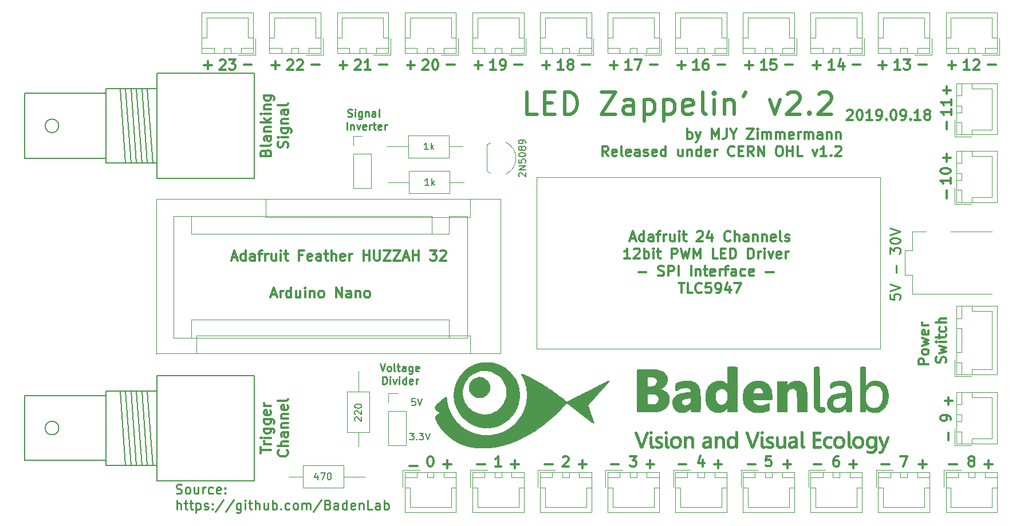
<source format=gbr>
G04 #@! TF.GenerationSoftware,KiCad,Pcbnew,(5.0.0)*
G04 #@! TF.CreationDate,2020-02-26T19:19:19+00:00*
G04 #@! TF.ProjectId,LED Zappelin,4C4544205A617070656C696E2E6B6963,rev?*
G04 #@! TF.SameCoordinates,Original*
G04 #@! TF.FileFunction,Legend,Top*
G04 #@! TF.FilePolarity,Positive*
%FSLAX46Y46*%
G04 Gerber Fmt 4.6, Leading zero omitted, Abs format (unit mm)*
G04 Created by KiCad (PCBNEW (5.0.0)) date 02/26/20 19:19:19*
%MOMM*%
%LPD*%
G01*
G04 APERTURE LIST*
%ADD10C,0.250000*%
%ADD11C,0.300000*%
%ADD12C,0.500000*%
%ADD13C,0.120000*%
%ADD14C,0.010000*%
%ADD15C,0.050000*%
%ADD16C,0.150000*%
G04 APERTURE END LIST*
D10*
X93316666Y-97497619D02*
X93683333Y-98597619D01*
X94050000Y-97497619D01*
X94573809Y-98597619D02*
X94469047Y-98545238D01*
X94416666Y-98492857D01*
X94364285Y-98388095D01*
X94364285Y-98073809D01*
X94416666Y-97969047D01*
X94469047Y-97916666D01*
X94573809Y-97864285D01*
X94730952Y-97864285D01*
X94835714Y-97916666D01*
X94888095Y-97969047D01*
X94940476Y-98073809D01*
X94940476Y-98388095D01*
X94888095Y-98492857D01*
X94835714Y-98545238D01*
X94730952Y-98597619D01*
X94573809Y-98597619D01*
X95569047Y-98597619D02*
X95464285Y-98545238D01*
X95411904Y-98440476D01*
X95411904Y-97497619D01*
X95830952Y-97864285D02*
X96250000Y-97864285D01*
X95988095Y-97497619D02*
X95988095Y-98440476D01*
X96040476Y-98545238D01*
X96145238Y-98597619D01*
X96250000Y-98597619D01*
X97088095Y-98597619D02*
X97088095Y-98021428D01*
X97035714Y-97916666D01*
X96930952Y-97864285D01*
X96721428Y-97864285D01*
X96616666Y-97916666D01*
X97088095Y-98545238D02*
X96983333Y-98597619D01*
X96721428Y-98597619D01*
X96616666Y-98545238D01*
X96564285Y-98440476D01*
X96564285Y-98335714D01*
X96616666Y-98230952D01*
X96721428Y-98178571D01*
X96983333Y-98178571D01*
X97088095Y-98126190D01*
X98083333Y-97864285D02*
X98083333Y-98754761D01*
X98030952Y-98859523D01*
X97978571Y-98911904D01*
X97873809Y-98964285D01*
X97716666Y-98964285D01*
X97611904Y-98911904D01*
X98083333Y-98545238D02*
X97978571Y-98597619D01*
X97769047Y-98597619D01*
X97664285Y-98545238D01*
X97611904Y-98492857D01*
X97559523Y-98388095D01*
X97559523Y-98073809D01*
X97611904Y-97969047D01*
X97664285Y-97916666D01*
X97769047Y-97864285D01*
X97978571Y-97864285D01*
X98083333Y-97916666D01*
X99026190Y-98545238D02*
X98921428Y-98597619D01*
X98711904Y-98597619D01*
X98607142Y-98545238D01*
X98554761Y-98440476D01*
X98554761Y-98021428D01*
X98607142Y-97916666D01*
X98711904Y-97864285D01*
X98921428Y-97864285D01*
X99026190Y-97916666D01*
X99078571Y-98021428D01*
X99078571Y-98126190D01*
X98554761Y-98230952D01*
X93709523Y-100497619D02*
X93709523Y-99397619D01*
X93971428Y-99397619D01*
X94128571Y-99450000D01*
X94233333Y-99554761D01*
X94285714Y-99659523D01*
X94338095Y-99869047D01*
X94338095Y-100026190D01*
X94285714Y-100235714D01*
X94233333Y-100340476D01*
X94128571Y-100445238D01*
X93971428Y-100497619D01*
X93709523Y-100497619D01*
X94809523Y-100497619D02*
X94809523Y-99764285D01*
X94809523Y-99397619D02*
X94757142Y-99450000D01*
X94809523Y-99502380D01*
X94861904Y-99450000D01*
X94809523Y-99397619D01*
X94809523Y-99502380D01*
X95228571Y-99764285D02*
X95490476Y-100497619D01*
X95752380Y-99764285D01*
X96171428Y-100497619D02*
X96171428Y-99764285D01*
X96171428Y-99397619D02*
X96119047Y-99450000D01*
X96171428Y-99502380D01*
X96223809Y-99450000D01*
X96171428Y-99397619D01*
X96171428Y-99502380D01*
X97166666Y-100497619D02*
X97166666Y-99397619D01*
X97166666Y-100445238D02*
X97061904Y-100497619D01*
X96852380Y-100497619D01*
X96747619Y-100445238D01*
X96695238Y-100392857D01*
X96642857Y-100288095D01*
X96642857Y-99973809D01*
X96695238Y-99869047D01*
X96747619Y-99816666D01*
X96852380Y-99764285D01*
X97061904Y-99764285D01*
X97166666Y-99816666D01*
X98109523Y-100445238D02*
X98004761Y-100497619D01*
X97795238Y-100497619D01*
X97690476Y-100445238D01*
X97638095Y-100340476D01*
X97638095Y-99921428D01*
X97690476Y-99816666D01*
X97795238Y-99764285D01*
X98004761Y-99764285D01*
X98109523Y-99816666D01*
X98161904Y-99921428D01*
X98161904Y-100026190D01*
X97638095Y-100130952D01*
X98633333Y-100497619D02*
X98633333Y-99764285D01*
X98633333Y-99973809D02*
X98685714Y-99869047D01*
X98738095Y-99816666D01*
X98842857Y-99764285D01*
X98947619Y-99764285D01*
X88523809Y-60845238D02*
X88680952Y-60897619D01*
X88942857Y-60897619D01*
X89047619Y-60845238D01*
X89100000Y-60792857D01*
X89152380Y-60688095D01*
X89152380Y-60583333D01*
X89100000Y-60478571D01*
X89047619Y-60426190D01*
X88942857Y-60373809D01*
X88733333Y-60321428D01*
X88628571Y-60269047D01*
X88576190Y-60216666D01*
X88523809Y-60111904D01*
X88523809Y-60007142D01*
X88576190Y-59902380D01*
X88628571Y-59850000D01*
X88733333Y-59797619D01*
X88995238Y-59797619D01*
X89152380Y-59850000D01*
X89623809Y-60897619D02*
X89623809Y-60164285D01*
X89623809Y-59797619D02*
X89571428Y-59850000D01*
X89623809Y-59902380D01*
X89676190Y-59850000D01*
X89623809Y-59797619D01*
X89623809Y-59902380D01*
X90619047Y-60164285D02*
X90619047Y-61054761D01*
X90566666Y-61159523D01*
X90514285Y-61211904D01*
X90409523Y-61264285D01*
X90252380Y-61264285D01*
X90147619Y-61211904D01*
X90619047Y-60845238D02*
X90514285Y-60897619D01*
X90304761Y-60897619D01*
X90200000Y-60845238D01*
X90147619Y-60792857D01*
X90095238Y-60688095D01*
X90095238Y-60373809D01*
X90147619Y-60269047D01*
X90200000Y-60216666D01*
X90304761Y-60164285D01*
X90514285Y-60164285D01*
X90619047Y-60216666D01*
X91142857Y-60164285D02*
X91142857Y-60897619D01*
X91142857Y-60269047D02*
X91195238Y-60216666D01*
X91300000Y-60164285D01*
X91457142Y-60164285D01*
X91561904Y-60216666D01*
X91614285Y-60321428D01*
X91614285Y-60897619D01*
X92609523Y-60897619D02*
X92609523Y-60321428D01*
X92557142Y-60216666D01*
X92452380Y-60164285D01*
X92242857Y-60164285D01*
X92138095Y-60216666D01*
X92609523Y-60845238D02*
X92504761Y-60897619D01*
X92242857Y-60897619D01*
X92138095Y-60845238D01*
X92085714Y-60740476D01*
X92085714Y-60635714D01*
X92138095Y-60530952D01*
X92242857Y-60478571D01*
X92504761Y-60478571D01*
X92609523Y-60426190D01*
X93290476Y-60897619D02*
X93185714Y-60845238D01*
X93133333Y-60740476D01*
X93133333Y-59797619D01*
X88445238Y-62797619D02*
X88445238Y-61697619D01*
X88969047Y-62064285D02*
X88969047Y-62797619D01*
X88969047Y-62169047D02*
X89021428Y-62116666D01*
X89126190Y-62064285D01*
X89283333Y-62064285D01*
X89388095Y-62116666D01*
X89440476Y-62221428D01*
X89440476Y-62797619D01*
X89859523Y-62064285D02*
X90121428Y-62797619D01*
X90383333Y-62064285D01*
X91221428Y-62745238D02*
X91116666Y-62797619D01*
X90907142Y-62797619D01*
X90802380Y-62745238D01*
X90750000Y-62640476D01*
X90750000Y-62221428D01*
X90802380Y-62116666D01*
X90907142Y-62064285D01*
X91116666Y-62064285D01*
X91221428Y-62116666D01*
X91273809Y-62221428D01*
X91273809Y-62326190D01*
X90750000Y-62430952D01*
X91745238Y-62797619D02*
X91745238Y-62064285D01*
X91745238Y-62273809D02*
X91797619Y-62169047D01*
X91850000Y-62116666D01*
X91954761Y-62064285D01*
X92059523Y-62064285D01*
X92269047Y-62064285D02*
X92688095Y-62064285D01*
X92426190Y-61697619D02*
X92426190Y-62640476D01*
X92478571Y-62745238D01*
X92583333Y-62797619D01*
X92688095Y-62797619D01*
X93473809Y-62745238D02*
X93369047Y-62797619D01*
X93159523Y-62797619D01*
X93054761Y-62745238D01*
X93002380Y-62640476D01*
X93002380Y-62221428D01*
X93054761Y-62116666D01*
X93159523Y-62064285D01*
X93369047Y-62064285D01*
X93473809Y-62116666D01*
X93526190Y-62221428D01*
X93526190Y-62326190D01*
X93002380Y-62430952D01*
X93997619Y-62797619D02*
X93997619Y-62064285D01*
X93997619Y-62273809D02*
X94050000Y-62169047D01*
X94102380Y-62116666D01*
X94207142Y-62064285D01*
X94311904Y-62064285D01*
D11*
X74321428Y-53142857D02*
X73178571Y-53142857D01*
X69607142Y-52571428D02*
X69678571Y-52500000D01*
X69821428Y-52428571D01*
X70178571Y-52428571D01*
X70321428Y-52500000D01*
X70392857Y-52571428D01*
X70464285Y-52714285D01*
X70464285Y-52857142D01*
X70392857Y-53071428D01*
X69535714Y-53928571D01*
X70464285Y-53928571D01*
X70964285Y-52428571D02*
X71892857Y-52428571D01*
X71392857Y-53000000D01*
X71607142Y-53000000D01*
X71750000Y-53071428D01*
X71821428Y-53142857D01*
X71892857Y-53285714D01*
X71892857Y-53642857D01*
X71821428Y-53785714D01*
X71750000Y-53857142D01*
X71607142Y-53928571D01*
X71178571Y-53928571D01*
X71035714Y-53857142D01*
X70964285Y-53785714D01*
X67857142Y-53821428D02*
X67857142Y-52678571D01*
X68428571Y-53250000D02*
X67285714Y-53250000D01*
X84321428Y-53142857D02*
X83178571Y-53142857D01*
X79607142Y-52571428D02*
X79678571Y-52500000D01*
X79821428Y-52428571D01*
X80178571Y-52428571D01*
X80321428Y-52500000D01*
X80392857Y-52571428D01*
X80464285Y-52714285D01*
X80464285Y-52857142D01*
X80392857Y-53071428D01*
X79535714Y-53928571D01*
X80464285Y-53928571D01*
X81035714Y-52571428D02*
X81107142Y-52500000D01*
X81250000Y-52428571D01*
X81607142Y-52428571D01*
X81750000Y-52500000D01*
X81821428Y-52571428D01*
X81892857Y-52714285D01*
X81892857Y-52857142D01*
X81821428Y-53071428D01*
X80964285Y-53928571D01*
X81892857Y-53928571D01*
X77857142Y-53821428D02*
X77857142Y-52678571D01*
X78428571Y-53250000D02*
X77285714Y-53250000D01*
X94321428Y-53142857D02*
X93178571Y-53142857D01*
X89607142Y-52571428D02*
X89678571Y-52500000D01*
X89821428Y-52428571D01*
X90178571Y-52428571D01*
X90321428Y-52500000D01*
X90392857Y-52571428D01*
X90464285Y-52714285D01*
X90464285Y-52857142D01*
X90392857Y-53071428D01*
X89535714Y-53928571D01*
X90464285Y-53928571D01*
X91892857Y-53928571D02*
X91035714Y-53928571D01*
X91464285Y-53928571D02*
X91464285Y-52428571D01*
X91321428Y-52642857D01*
X91178571Y-52785714D01*
X91035714Y-52857142D01*
X87857142Y-53821428D02*
X87857142Y-52678571D01*
X88428571Y-53250000D02*
X87285714Y-53250000D01*
X104321428Y-53142857D02*
X103178571Y-53142857D01*
X99607142Y-52571428D02*
X99678571Y-52500000D01*
X99821428Y-52428571D01*
X100178571Y-52428571D01*
X100321428Y-52500000D01*
X100392857Y-52571428D01*
X100464285Y-52714285D01*
X100464285Y-52857142D01*
X100392857Y-53071428D01*
X99535714Y-53928571D01*
X100464285Y-53928571D01*
X101392857Y-52428571D02*
X101535714Y-52428571D01*
X101678571Y-52500000D01*
X101750000Y-52571428D01*
X101821428Y-52714285D01*
X101892857Y-53000000D01*
X101892857Y-53357142D01*
X101821428Y-53642857D01*
X101750000Y-53785714D01*
X101678571Y-53857142D01*
X101535714Y-53928571D01*
X101392857Y-53928571D01*
X101250000Y-53857142D01*
X101178571Y-53785714D01*
X101107142Y-53642857D01*
X101035714Y-53357142D01*
X101035714Y-53000000D01*
X101107142Y-52714285D01*
X101178571Y-52571428D01*
X101250000Y-52500000D01*
X101392857Y-52428571D01*
X97857142Y-53821428D02*
X97857142Y-52678571D01*
X98428571Y-53250000D02*
X97285714Y-53250000D01*
X114321428Y-53142857D02*
X113178571Y-53142857D01*
X110464285Y-53928571D02*
X109607142Y-53928571D01*
X110035714Y-53928571D02*
X110035714Y-52428571D01*
X109892857Y-52642857D01*
X109750000Y-52785714D01*
X109607142Y-52857142D01*
X111178571Y-53928571D02*
X111464285Y-53928571D01*
X111607142Y-53857142D01*
X111678571Y-53785714D01*
X111821428Y-53571428D01*
X111892857Y-53285714D01*
X111892857Y-52714285D01*
X111821428Y-52571428D01*
X111750000Y-52500000D01*
X111607142Y-52428571D01*
X111321428Y-52428571D01*
X111178571Y-52500000D01*
X111107142Y-52571428D01*
X111035714Y-52714285D01*
X111035714Y-53071428D01*
X111107142Y-53214285D01*
X111178571Y-53285714D01*
X111321428Y-53357142D01*
X111607142Y-53357142D01*
X111750000Y-53285714D01*
X111821428Y-53214285D01*
X111892857Y-53071428D01*
X107857142Y-53821428D02*
X107857142Y-52678571D01*
X108428571Y-53250000D02*
X107285714Y-53250000D01*
X124321428Y-53142857D02*
X123178571Y-53142857D01*
X120464285Y-53928571D02*
X119607142Y-53928571D01*
X120035714Y-53928571D02*
X120035714Y-52428571D01*
X119892857Y-52642857D01*
X119750000Y-52785714D01*
X119607142Y-52857142D01*
X121321428Y-53071428D02*
X121178571Y-53000000D01*
X121107142Y-52928571D01*
X121035714Y-52785714D01*
X121035714Y-52714285D01*
X121107142Y-52571428D01*
X121178571Y-52500000D01*
X121321428Y-52428571D01*
X121607142Y-52428571D01*
X121750000Y-52500000D01*
X121821428Y-52571428D01*
X121892857Y-52714285D01*
X121892857Y-52785714D01*
X121821428Y-52928571D01*
X121750000Y-53000000D01*
X121607142Y-53071428D01*
X121321428Y-53071428D01*
X121178571Y-53142857D01*
X121107142Y-53214285D01*
X121035714Y-53357142D01*
X121035714Y-53642857D01*
X121107142Y-53785714D01*
X121178571Y-53857142D01*
X121321428Y-53928571D01*
X121607142Y-53928571D01*
X121750000Y-53857142D01*
X121821428Y-53785714D01*
X121892857Y-53642857D01*
X121892857Y-53357142D01*
X121821428Y-53214285D01*
X121750000Y-53142857D01*
X121607142Y-53071428D01*
X117857142Y-53821428D02*
X117857142Y-52678571D01*
X118428571Y-53250000D02*
X117285714Y-53250000D01*
X134321428Y-53142857D02*
X133178571Y-53142857D01*
X130464285Y-53928571D02*
X129607142Y-53928571D01*
X130035714Y-53928571D02*
X130035714Y-52428571D01*
X129892857Y-52642857D01*
X129750000Y-52785714D01*
X129607142Y-52857142D01*
X130964285Y-52428571D02*
X131964285Y-52428571D01*
X131321428Y-53928571D01*
X127857142Y-53821428D02*
X127857142Y-52678571D01*
X128428571Y-53250000D02*
X127285714Y-53250000D01*
X144321428Y-53142857D02*
X143178571Y-53142857D01*
X140464285Y-53928571D02*
X139607142Y-53928571D01*
X140035714Y-53928571D02*
X140035714Y-52428571D01*
X139892857Y-52642857D01*
X139750000Y-52785714D01*
X139607142Y-52857142D01*
X141750000Y-52428571D02*
X141464285Y-52428571D01*
X141321428Y-52500000D01*
X141250000Y-52571428D01*
X141107142Y-52785714D01*
X141035714Y-53071428D01*
X141035714Y-53642857D01*
X141107142Y-53785714D01*
X141178571Y-53857142D01*
X141321428Y-53928571D01*
X141607142Y-53928571D01*
X141750000Y-53857142D01*
X141821428Y-53785714D01*
X141892857Y-53642857D01*
X141892857Y-53285714D01*
X141821428Y-53142857D01*
X141750000Y-53071428D01*
X141607142Y-53000000D01*
X141321428Y-53000000D01*
X141178571Y-53071428D01*
X141107142Y-53142857D01*
X141035714Y-53285714D01*
X137857142Y-53821428D02*
X137857142Y-52678571D01*
X138428571Y-53250000D02*
X137285714Y-53250000D01*
X154321428Y-53142857D02*
X153178571Y-53142857D01*
X150464285Y-53928571D02*
X149607142Y-53928571D01*
X150035714Y-53928571D02*
X150035714Y-52428571D01*
X149892857Y-52642857D01*
X149750000Y-52785714D01*
X149607142Y-52857142D01*
X151821428Y-52428571D02*
X151107142Y-52428571D01*
X151035714Y-53142857D01*
X151107142Y-53071428D01*
X151250000Y-53000000D01*
X151607142Y-53000000D01*
X151750000Y-53071428D01*
X151821428Y-53142857D01*
X151892857Y-53285714D01*
X151892857Y-53642857D01*
X151821428Y-53785714D01*
X151750000Y-53857142D01*
X151607142Y-53928571D01*
X151250000Y-53928571D01*
X151107142Y-53857142D01*
X151035714Y-53785714D01*
X147857142Y-53821428D02*
X147857142Y-52678571D01*
X148428571Y-53250000D02*
X147285714Y-53250000D01*
X164321428Y-53142857D02*
X163178571Y-53142857D01*
X160464285Y-53928571D02*
X159607142Y-53928571D01*
X160035714Y-53928571D02*
X160035714Y-52428571D01*
X159892857Y-52642857D01*
X159750000Y-52785714D01*
X159607142Y-52857142D01*
X161750000Y-52928571D02*
X161750000Y-53928571D01*
X161392857Y-52357142D02*
X161035714Y-53428571D01*
X161964285Y-53428571D01*
X157857142Y-53821428D02*
X157857142Y-52678571D01*
X158428571Y-53250000D02*
X157285714Y-53250000D01*
X174071428Y-53142857D02*
X172928571Y-53142857D01*
X170214285Y-53928571D02*
X169357142Y-53928571D01*
X169785714Y-53928571D02*
X169785714Y-52428571D01*
X169642857Y-52642857D01*
X169500000Y-52785714D01*
X169357142Y-52857142D01*
X170714285Y-52428571D02*
X171642857Y-52428571D01*
X171142857Y-53000000D01*
X171357142Y-53000000D01*
X171500000Y-53071428D01*
X171571428Y-53142857D01*
X171642857Y-53285714D01*
X171642857Y-53642857D01*
X171571428Y-53785714D01*
X171500000Y-53857142D01*
X171357142Y-53928571D01*
X170928571Y-53928571D01*
X170785714Y-53857142D01*
X170714285Y-53785714D01*
X167607142Y-53821428D02*
X167607142Y-52678571D01*
X168178571Y-53250000D02*
X167035714Y-53250000D01*
X184321428Y-53142857D02*
X183178571Y-53142857D01*
X180464285Y-53928571D02*
X179607142Y-53928571D01*
X180035714Y-53928571D02*
X180035714Y-52428571D01*
X179892857Y-52642857D01*
X179750000Y-52785714D01*
X179607142Y-52857142D01*
X181035714Y-52571428D02*
X181107142Y-52500000D01*
X181250000Y-52428571D01*
X181607142Y-52428571D01*
X181750000Y-52500000D01*
X181821428Y-52571428D01*
X181892857Y-52714285D01*
X181892857Y-52857142D01*
X181821428Y-53071428D01*
X180964285Y-53928571D01*
X181892857Y-53928571D01*
X177857142Y-53821428D02*
X177857142Y-52678571D01*
X178428571Y-53250000D02*
X177285714Y-53250000D01*
X177728627Y-59745811D02*
X177728627Y-60602954D01*
X177728627Y-60174382D02*
X176228627Y-60174382D01*
X176442913Y-60317239D01*
X176585770Y-60460097D01*
X176657198Y-60602954D01*
X177728627Y-58317239D02*
X177728627Y-59174382D01*
X177728627Y-58745811D02*
X176228627Y-58745811D01*
X176442913Y-58888668D01*
X176585770Y-59031525D01*
X176657198Y-59174382D01*
X177107142Y-62781525D02*
X177107142Y-61638668D01*
X177107142Y-57531525D02*
X177107142Y-56388668D01*
X177678571Y-56960097D02*
X176535714Y-56960097D01*
X177107142Y-67571428D02*
X177107142Y-66428571D01*
X177678571Y-67000000D02*
X176535714Y-67000000D01*
X177638669Y-69923116D02*
X177638669Y-70780259D01*
X177638669Y-70351687D02*
X176138669Y-70351687D01*
X176352955Y-70494544D01*
X176495812Y-70637402D01*
X176567240Y-70780259D01*
X176138669Y-68994544D02*
X176138669Y-68851687D01*
X176210098Y-68708830D01*
X176281526Y-68637402D01*
X176424383Y-68565973D01*
X176710098Y-68494544D01*
X177067240Y-68494544D01*
X177352955Y-68565973D01*
X177495812Y-68637402D01*
X177567240Y-68708830D01*
X177638669Y-68851687D01*
X177638669Y-68994544D01*
X177567240Y-69137402D01*
X177495812Y-69208830D01*
X177352955Y-69280259D01*
X177067240Y-69351687D01*
X176710098Y-69351687D01*
X176424383Y-69280259D01*
X176281526Y-69208830D01*
X176210098Y-69137402D01*
X176138669Y-68994544D01*
X177107142Y-72958830D02*
X177107142Y-71815973D01*
X177678571Y-105785714D02*
X177678571Y-105500000D01*
X177607142Y-105357142D01*
X177535714Y-105285714D01*
X177321428Y-105142857D01*
X177035714Y-105071428D01*
X176464285Y-105071428D01*
X176321428Y-105142857D01*
X176250000Y-105214285D01*
X176178571Y-105357142D01*
X176178571Y-105642857D01*
X176250000Y-105785714D01*
X176321428Y-105857142D01*
X176464285Y-105928571D01*
X176821428Y-105928571D01*
X176964285Y-105857142D01*
X177035714Y-105785714D01*
X177107142Y-105642857D01*
X177107142Y-105357142D01*
X177035714Y-105214285D01*
X176964285Y-105142857D01*
X176821428Y-105071428D01*
X177357142Y-108821428D02*
X177357142Y-107678571D01*
X177357142Y-103571428D02*
X177357142Y-102428571D01*
X177928571Y-103000000D02*
X176785714Y-103000000D01*
D12*
X116557142Y-60520238D02*
X115009523Y-60520238D01*
X115009523Y-57270238D01*
X117640476Y-58817857D02*
X118723809Y-58817857D01*
X119188095Y-60520238D02*
X117640476Y-60520238D01*
X117640476Y-57270238D01*
X119188095Y-57270238D01*
X120580952Y-60520238D02*
X120580952Y-57270238D01*
X121354761Y-57270238D01*
X121819047Y-57425000D01*
X122128571Y-57734523D01*
X122283333Y-58044047D01*
X122438095Y-58663095D01*
X122438095Y-59127380D01*
X122283333Y-59746428D01*
X122128571Y-60055952D01*
X121819047Y-60365476D01*
X121354761Y-60520238D01*
X120580952Y-60520238D01*
X125997619Y-57270238D02*
X128164285Y-57270238D01*
X125997619Y-60520238D01*
X128164285Y-60520238D01*
X130795238Y-60520238D02*
X130795238Y-58817857D01*
X130640476Y-58508333D01*
X130330952Y-58353571D01*
X129711904Y-58353571D01*
X129402380Y-58508333D01*
X130795238Y-60365476D02*
X130485714Y-60520238D01*
X129711904Y-60520238D01*
X129402380Y-60365476D01*
X129247619Y-60055952D01*
X129247619Y-59746428D01*
X129402380Y-59436904D01*
X129711904Y-59282142D01*
X130485714Y-59282142D01*
X130795238Y-59127380D01*
X132342857Y-58353571D02*
X132342857Y-61603571D01*
X132342857Y-58508333D02*
X132652380Y-58353571D01*
X133271428Y-58353571D01*
X133580952Y-58508333D01*
X133735714Y-58663095D01*
X133890476Y-58972619D01*
X133890476Y-59901190D01*
X133735714Y-60210714D01*
X133580952Y-60365476D01*
X133271428Y-60520238D01*
X132652380Y-60520238D01*
X132342857Y-60365476D01*
X135283333Y-58353571D02*
X135283333Y-61603571D01*
X135283333Y-58508333D02*
X135592857Y-58353571D01*
X136211904Y-58353571D01*
X136521428Y-58508333D01*
X136676190Y-58663095D01*
X136830952Y-58972619D01*
X136830952Y-59901190D01*
X136676190Y-60210714D01*
X136521428Y-60365476D01*
X136211904Y-60520238D01*
X135592857Y-60520238D01*
X135283333Y-60365476D01*
X139461904Y-60365476D02*
X139152380Y-60520238D01*
X138533333Y-60520238D01*
X138223809Y-60365476D01*
X138069047Y-60055952D01*
X138069047Y-58817857D01*
X138223809Y-58508333D01*
X138533333Y-58353571D01*
X139152380Y-58353571D01*
X139461904Y-58508333D01*
X139616666Y-58817857D01*
X139616666Y-59127380D01*
X138069047Y-59436904D01*
X141473809Y-60520238D02*
X141164285Y-60365476D01*
X141009523Y-60055952D01*
X141009523Y-57270238D01*
X142711904Y-60520238D02*
X142711904Y-58353571D01*
X142711904Y-57270238D02*
X142557142Y-57425000D01*
X142711904Y-57579761D01*
X142866666Y-57425000D01*
X142711904Y-57270238D01*
X142711904Y-57579761D01*
X144259523Y-58353571D02*
X144259523Y-60520238D01*
X144259523Y-58663095D02*
X144414285Y-58508333D01*
X144723809Y-58353571D01*
X145188095Y-58353571D01*
X145497619Y-58508333D01*
X145652380Y-58817857D01*
X145652380Y-60520238D01*
X147354761Y-57270238D02*
X147045238Y-57889285D01*
X150914285Y-58353571D02*
X151688095Y-60520238D01*
X152461904Y-58353571D01*
X153545238Y-57579761D02*
X153700000Y-57425000D01*
X154009523Y-57270238D01*
X154783333Y-57270238D01*
X155092857Y-57425000D01*
X155247619Y-57579761D01*
X155402380Y-57889285D01*
X155402380Y-58198809D01*
X155247619Y-58663095D01*
X153390476Y-60520238D01*
X155402380Y-60520238D01*
X156795238Y-60210714D02*
X156950000Y-60365476D01*
X156795238Y-60520238D01*
X156640476Y-60365476D01*
X156795238Y-60210714D01*
X156795238Y-60520238D01*
X158188095Y-57579761D02*
X158342857Y-57425000D01*
X158652380Y-57270238D01*
X159426190Y-57270238D01*
X159735714Y-57425000D01*
X159890476Y-57579761D01*
X160045238Y-57889285D01*
X160045238Y-58198809D01*
X159890476Y-58663095D01*
X158033333Y-60520238D01*
X160045238Y-60520238D01*
D11*
X174403571Y-97535714D02*
X172903571Y-97535714D01*
X172903571Y-96964285D01*
X172975000Y-96821428D01*
X173046428Y-96750000D01*
X173189285Y-96678571D01*
X173403571Y-96678571D01*
X173546428Y-96750000D01*
X173617857Y-96821428D01*
X173689285Y-96964285D01*
X173689285Y-97535714D01*
X174403571Y-95821428D02*
X174332142Y-95964285D01*
X174260714Y-96035714D01*
X174117857Y-96107142D01*
X173689285Y-96107142D01*
X173546428Y-96035714D01*
X173475000Y-95964285D01*
X173403571Y-95821428D01*
X173403571Y-95607142D01*
X173475000Y-95464285D01*
X173546428Y-95392857D01*
X173689285Y-95321428D01*
X174117857Y-95321428D01*
X174260714Y-95392857D01*
X174332142Y-95464285D01*
X174403571Y-95607142D01*
X174403571Y-95821428D01*
X173403571Y-94821428D02*
X174403571Y-94535714D01*
X173689285Y-94250000D01*
X174403571Y-93964285D01*
X173403571Y-93678571D01*
X174332142Y-92535714D02*
X174403571Y-92678571D01*
X174403571Y-92964285D01*
X174332142Y-93107142D01*
X174189285Y-93178571D01*
X173617857Y-93178571D01*
X173475000Y-93107142D01*
X173403571Y-92964285D01*
X173403571Y-92678571D01*
X173475000Y-92535714D01*
X173617857Y-92464285D01*
X173760714Y-92464285D01*
X173903571Y-93178571D01*
X174403571Y-91821428D02*
X173403571Y-91821428D01*
X173689285Y-91821428D02*
X173546428Y-91750000D01*
X173475000Y-91678571D01*
X173403571Y-91535714D01*
X173403571Y-91392857D01*
X176882142Y-97321428D02*
X176953571Y-97107142D01*
X176953571Y-96750000D01*
X176882142Y-96607142D01*
X176810714Y-96535714D01*
X176667857Y-96464285D01*
X176525000Y-96464285D01*
X176382142Y-96535714D01*
X176310714Y-96607142D01*
X176239285Y-96750000D01*
X176167857Y-97035714D01*
X176096428Y-97178571D01*
X176025000Y-97250000D01*
X175882142Y-97321428D01*
X175739285Y-97321428D01*
X175596428Y-97250000D01*
X175525000Y-97178571D01*
X175453571Y-97035714D01*
X175453571Y-96678571D01*
X175525000Y-96464285D01*
X175953571Y-95964285D02*
X176953571Y-95678571D01*
X176239285Y-95392857D01*
X176953571Y-95107142D01*
X175953571Y-94821428D01*
X176953571Y-94250000D02*
X175953571Y-94250000D01*
X175453571Y-94250000D02*
X175525000Y-94321428D01*
X175596428Y-94250000D01*
X175525000Y-94178571D01*
X175453571Y-94250000D01*
X175596428Y-94250000D01*
X175953571Y-93750000D02*
X175953571Y-93178571D01*
X175453571Y-93535714D02*
X176739285Y-93535714D01*
X176882142Y-93464285D01*
X176953571Y-93321428D01*
X176953571Y-93178571D01*
X176882142Y-92035714D02*
X176953571Y-92178571D01*
X176953571Y-92464285D01*
X176882142Y-92607142D01*
X176810714Y-92678571D01*
X176667857Y-92750000D01*
X176239285Y-92750000D01*
X176096428Y-92678571D01*
X176025000Y-92607142D01*
X175953571Y-92464285D01*
X175953571Y-92178571D01*
X176025000Y-92035714D01*
X176953571Y-91392857D02*
X175453571Y-91392857D01*
X176953571Y-90750000D02*
X176167857Y-90750000D01*
X176025000Y-90821428D01*
X175953571Y-90964285D01*
X175953571Y-91178571D01*
X176025000Y-91321428D01*
X176096428Y-91392857D01*
X76367857Y-66214285D02*
X76439285Y-66000000D01*
X76510714Y-65928571D01*
X76653571Y-65857142D01*
X76867857Y-65857142D01*
X77010714Y-65928571D01*
X77082142Y-66000000D01*
X77153571Y-66142857D01*
X77153571Y-66714285D01*
X75653571Y-66714285D01*
X75653571Y-66214285D01*
X75725000Y-66071428D01*
X75796428Y-66000000D01*
X75939285Y-65928571D01*
X76082142Y-65928571D01*
X76225000Y-66000000D01*
X76296428Y-66071428D01*
X76367857Y-66214285D01*
X76367857Y-66714285D01*
X77153571Y-65000000D02*
X77082142Y-65142857D01*
X76939285Y-65214285D01*
X75653571Y-65214285D01*
X77153571Y-63785714D02*
X76367857Y-63785714D01*
X76225000Y-63857142D01*
X76153571Y-64000000D01*
X76153571Y-64285714D01*
X76225000Y-64428571D01*
X77082142Y-63785714D02*
X77153571Y-63928571D01*
X77153571Y-64285714D01*
X77082142Y-64428571D01*
X76939285Y-64500000D01*
X76796428Y-64500000D01*
X76653571Y-64428571D01*
X76582142Y-64285714D01*
X76582142Y-63928571D01*
X76510714Y-63785714D01*
X76153571Y-63071428D02*
X77153571Y-63071428D01*
X76296428Y-63071428D02*
X76225000Y-63000000D01*
X76153571Y-62857142D01*
X76153571Y-62642857D01*
X76225000Y-62500000D01*
X76367857Y-62428571D01*
X77153571Y-62428571D01*
X77153571Y-61714285D02*
X75653571Y-61714285D01*
X76582142Y-61571428D02*
X77153571Y-61142857D01*
X76153571Y-61142857D02*
X76725000Y-61714285D01*
X77153571Y-60500000D02*
X76153571Y-60500000D01*
X75653571Y-60500000D02*
X75725000Y-60571428D01*
X75796428Y-60500000D01*
X75725000Y-60428571D01*
X75653571Y-60500000D01*
X75796428Y-60500000D01*
X76153571Y-59785714D02*
X77153571Y-59785714D01*
X76296428Y-59785714D02*
X76225000Y-59714285D01*
X76153571Y-59571428D01*
X76153571Y-59357142D01*
X76225000Y-59214285D01*
X76367857Y-59142857D01*
X77153571Y-59142857D01*
X76153571Y-57785714D02*
X77367857Y-57785714D01*
X77510714Y-57857142D01*
X77582142Y-57928571D01*
X77653571Y-58071428D01*
X77653571Y-58285714D01*
X77582142Y-58428571D01*
X77082142Y-57785714D02*
X77153571Y-57928571D01*
X77153571Y-58214285D01*
X77082142Y-58357142D01*
X77010714Y-58428571D01*
X76867857Y-58500000D01*
X76439285Y-58500000D01*
X76296428Y-58428571D01*
X76225000Y-58357142D01*
X76153571Y-58214285D01*
X76153571Y-57928571D01*
X76225000Y-57785714D01*
X79632142Y-65464285D02*
X79703571Y-65250000D01*
X79703571Y-64892857D01*
X79632142Y-64750000D01*
X79560714Y-64678571D01*
X79417857Y-64607142D01*
X79275000Y-64607142D01*
X79132142Y-64678571D01*
X79060714Y-64750000D01*
X78989285Y-64892857D01*
X78917857Y-65178571D01*
X78846428Y-65321428D01*
X78775000Y-65392857D01*
X78632142Y-65464285D01*
X78489285Y-65464285D01*
X78346428Y-65392857D01*
X78275000Y-65321428D01*
X78203571Y-65178571D01*
X78203571Y-64821428D01*
X78275000Y-64607142D01*
X79703571Y-63964285D02*
X78703571Y-63964285D01*
X78203571Y-63964285D02*
X78275000Y-64035714D01*
X78346428Y-63964285D01*
X78275000Y-63892857D01*
X78203571Y-63964285D01*
X78346428Y-63964285D01*
X78703571Y-62607142D02*
X79917857Y-62607142D01*
X80060714Y-62678571D01*
X80132142Y-62750000D01*
X80203571Y-62892857D01*
X80203571Y-63107142D01*
X80132142Y-63250000D01*
X79632142Y-62607142D02*
X79703571Y-62750000D01*
X79703571Y-63035714D01*
X79632142Y-63178571D01*
X79560714Y-63250000D01*
X79417857Y-63321428D01*
X78989285Y-63321428D01*
X78846428Y-63250000D01*
X78775000Y-63178571D01*
X78703571Y-63035714D01*
X78703571Y-62750000D01*
X78775000Y-62607142D01*
X78703571Y-61892857D02*
X79703571Y-61892857D01*
X78846428Y-61892857D02*
X78775000Y-61821428D01*
X78703571Y-61678571D01*
X78703571Y-61464285D01*
X78775000Y-61321428D01*
X78917857Y-61250000D01*
X79703571Y-61250000D01*
X79703571Y-59892857D02*
X78917857Y-59892857D01*
X78775000Y-59964285D01*
X78703571Y-60107142D01*
X78703571Y-60392857D01*
X78775000Y-60535714D01*
X79632142Y-59892857D02*
X79703571Y-60035714D01*
X79703571Y-60392857D01*
X79632142Y-60535714D01*
X79489285Y-60607142D01*
X79346428Y-60607142D01*
X79203571Y-60535714D01*
X79132142Y-60392857D01*
X79132142Y-60035714D01*
X79060714Y-59892857D01*
X79703571Y-58964285D02*
X79632142Y-59107142D01*
X79489285Y-59178571D01*
X78203571Y-59178571D01*
X75653571Y-110714285D02*
X75653571Y-109857142D01*
X77153571Y-110285714D02*
X75653571Y-110285714D01*
X77153571Y-109357142D02*
X76153571Y-109357142D01*
X76439285Y-109357142D02*
X76296428Y-109285714D01*
X76225000Y-109214285D01*
X76153571Y-109071428D01*
X76153571Y-108928571D01*
X77153571Y-108428571D02*
X76153571Y-108428571D01*
X75653571Y-108428571D02*
X75725000Y-108500000D01*
X75796428Y-108428571D01*
X75725000Y-108357142D01*
X75653571Y-108428571D01*
X75796428Y-108428571D01*
X76153571Y-107071428D02*
X77367857Y-107071428D01*
X77510714Y-107142857D01*
X77582142Y-107214285D01*
X77653571Y-107357142D01*
X77653571Y-107571428D01*
X77582142Y-107714285D01*
X77082142Y-107071428D02*
X77153571Y-107214285D01*
X77153571Y-107500000D01*
X77082142Y-107642857D01*
X77010714Y-107714285D01*
X76867857Y-107785714D01*
X76439285Y-107785714D01*
X76296428Y-107714285D01*
X76225000Y-107642857D01*
X76153571Y-107500000D01*
X76153571Y-107214285D01*
X76225000Y-107071428D01*
X76153571Y-105714285D02*
X77367857Y-105714285D01*
X77510714Y-105785714D01*
X77582142Y-105857142D01*
X77653571Y-106000000D01*
X77653571Y-106214285D01*
X77582142Y-106357142D01*
X77082142Y-105714285D02*
X77153571Y-105857142D01*
X77153571Y-106142857D01*
X77082142Y-106285714D01*
X77010714Y-106357142D01*
X76867857Y-106428571D01*
X76439285Y-106428571D01*
X76296428Y-106357142D01*
X76225000Y-106285714D01*
X76153571Y-106142857D01*
X76153571Y-105857142D01*
X76225000Y-105714285D01*
X77082142Y-104428571D02*
X77153571Y-104571428D01*
X77153571Y-104857142D01*
X77082142Y-105000000D01*
X76939285Y-105071428D01*
X76367857Y-105071428D01*
X76225000Y-105000000D01*
X76153571Y-104857142D01*
X76153571Y-104571428D01*
X76225000Y-104428571D01*
X76367857Y-104357142D01*
X76510714Y-104357142D01*
X76653571Y-105071428D01*
X77153571Y-103714285D02*
X76153571Y-103714285D01*
X76439285Y-103714285D02*
X76296428Y-103642857D01*
X76225000Y-103571428D01*
X76153571Y-103428571D01*
X76153571Y-103285714D01*
X79560714Y-110285714D02*
X79632142Y-110357142D01*
X79703571Y-110571428D01*
X79703571Y-110714285D01*
X79632142Y-110928571D01*
X79489285Y-111071428D01*
X79346428Y-111142857D01*
X79060714Y-111214285D01*
X78846428Y-111214285D01*
X78560714Y-111142857D01*
X78417857Y-111071428D01*
X78275000Y-110928571D01*
X78203571Y-110714285D01*
X78203571Y-110571428D01*
X78275000Y-110357142D01*
X78346428Y-110285714D01*
X79703571Y-109642857D02*
X78203571Y-109642857D01*
X79703571Y-109000000D02*
X78917857Y-109000000D01*
X78775000Y-109071428D01*
X78703571Y-109214285D01*
X78703571Y-109428571D01*
X78775000Y-109571428D01*
X78846428Y-109642857D01*
X79703571Y-107642857D02*
X78917857Y-107642857D01*
X78775000Y-107714285D01*
X78703571Y-107857142D01*
X78703571Y-108142857D01*
X78775000Y-108285714D01*
X79632142Y-107642857D02*
X79703571Y-107785714D01*
X79703571Y-108142857D01*
X79632142Y-108285714D01*
X79489285Y-108357142D01*
X79346428Y-108357142D01*
X79203571Y-108285714D01*
X79132142Y-108142857D01*
X79132142Y-107785714D01*
X79060714Y-107642857D01*
X78703571Y-106928571D02*
X79703571Y-106928571D01*
X78846428Y-106928571D02*
X78775000Y-106857142D01*
X78703571Y-106714285D01*
X78703571Y-106500000D01*
X78775000Y-106357142D01*
X78917857Y-106285714D01*
X79703571Y-106285714D01*
X78703571Y-105571428D02*
X79703571Y-105571428D01*
X78846428Y-105571428D02*
X78775000Y-105500000D01*
X78703571Y-105357142D01*
X78703571Y-105142857D01*
X78775000Y-105000000D01*
X78917857Y-104928571D01*
X79703571Y-104928571D01*
X79632142Y-103642857D02*
X79703571Y-103785714D01*
X79703571Y-104071428D01*
X79632142Y-104214285D01*
X79489285Y-104285714D01*
X78917857Y-104285714D01*
X78775000Y-104214285D01*
X78703571Y-104071428D01*
X78703571Y-103785714D01*
X78775000Y-103642857D01*
X78917857Y-103571428D01*
X79060714Y-103571428D01*
X79203571Y-104285714D01*
X79703571Y-102714285D02*
X79632142Y-102857142D01*
X79489285Y-102928571D01*
X78203571Y-102928571D01*
X100678571Y-111178571D02*
X100821428Y-111178571D01*
X100964285Y-111250000D01*
X101035714Y-111321428D01*
X101107142Y-111464285D01*
X101178571Y-111750000D01*
X101178571Y-112107142D01*
X101107142Y-112392857D01*
X101035714Y-112535714D01*
X100964285Y-112607142D01*
X100821428Y-112678571D01*
X100678571Y-112678571D01*
X100535714Y-112607142D01*
X100464285Y-112535714D01*
X100392857Y-112392857D01*
X100321428Y-112107142D01*
X100321428Y-111750000D01*
X100392857Y-111464285D01*
X100464285Y-111321428D01*
X100535714Y-111250000D01*
X100678571Y-111178571D01*
X111178571Y-112678571D02*
X110321428Y-112678571D01*
X110750000Y-112678571D02*
X110750000Y-111178571D01*
X110607142Y-111392857D01*
X110464285Y-111535714D01*
X110321428Y-111607142D01*
X120321428Y-111321428D02*
X120392857Y-111250000D01*
X120535714Y-111178571D01*
X120892857Y-111178571D01*
X121035714Y-111250000D01*
X121107142Y-111321428D01*
X121178571Y-111464285D01*
X121178571Y-111607142D01*
X121107142Y-111821428D01*
X120250000Y-112678571D01*
X121178571Y-112678571D01*
X130250000Y-111178571D02*
X131178571Y-111178571D01*
X130678571Y-111750000D01*
X130892857Y-111750000D01*
X131035714Y-111821428D01*
X131107142Y-111892857D01*
X131178571Y-112035714D01*
X131178571Y-112392857D01*
X131107142Y-112535714D01*
X131035714Y-112607142D01*
X130892857Y-112678571D01*
X130464285Y-112678571D01*
X130321428Y-112607142D01*
X130250000Y-112535714D01*
X141035714Y-111678571D02*
X141035714Y-112678571D01*
X140678571Y-111107142D02*
X140321428Y-112178571D01*
X141250000Y-112178571D01*
X151107142Y-111153571D02*
X150392857Y-111153571D01*
X150321428Y-111867857D01*
X150392857Y-111796428D01*
X150535714Y-111725000D01*
X150892857Y-111725000D01*
X151035714Y-111796428D01*
X151107142Y-111867857D01*
X151178571Y-112010714D01*
X151178571Y-112367857D01*
X151107142Y-112510714D01*
X151035714Y-112582142D01*
X150892857Y-112653571D01*
X150535714Y-112653571D01*
X150392857Y-112582142D01*
X150321428Y-112510714D01*
X161035714Y-111178571D02*
X160750000Y-111178571D01*
X160607142Y-111250000D01*
X160535714Y-111321428D01*
X160392857Y-111535714D01*
X160321428Y-111821428D01*
X160321428Y-112392857D01*
X160392857Y-112535714D01*
X160464285Y-112607142D01*
X160607142Y-112678571D01*
X160892857Y-112678571D01*
X161035714Y-112607142D01*
X161107142Y-112535714D01*
X161178571Y-112392857D01*
X161178571Y-112035714D01*
X161107142Y-111892857D01*
X161035714Y-111821428D01*
X160892857Y-111750000D01*
X160607142Y-111750000D01*
X160464285Y-111821428D01*
X160392857Y-111892857D01*
X160321428Y-112035714D01*
X170250000Y-111178571D02*
X171250000Y-111178571D01*
X170607142Y-112678571D01*
X180607142Y-111821428D02*
X180464285Y-111750000D01*
X180392857Y-111678571D01*
X180321428Y-111535714D01*
X180321428Y-111464285D01*
X180392857Y-111321428D01*
X180464285Y-111250000D01*
X180607142Y-111178571D01*
X180892857Y-111178571D01*
X181035714Y-111250000D01*
X181107142Y-111321428D01*
X181178571Y-111464285D01*
X181178571Y-111535714D01*
X181107142Y-111678571D01*
X181035714Y-111750000D01*
X180892857Y-111821428D01*
X180607142Y-111821428D01*
X180464285Y-111892857D01*
X180392857Y-111964285D01*
X180321428Y-112107142D01*
X180321428Y-112392857D01*
X180392857Y-112535714D01*
X180464285Y-112607142D01*
X180607142Y-112678571D01*
X180892857Y-112678571D01*
X181035714Y-112607142D01*
X181107142Y-112535714D01*
X181178571Y-112392857D01*
X181178571Y-112107142D01*
X181107142Y-111964285D01*
X181035714Y-111892857D01*
X180892857Y-111821428D01*
D10*
X63179166Y-116641666D02*
X63379166Y-116708333D01*
X63712500Y-116708333D01*
X63845833Y-116641666D01*
X63912500Y-116575000D01*
X63979166Y-116441666D01*
X63979166Y-116308333D01*
X63912500Y-116175000D01*
X63845833Y-116108333D01*
X63712500Y-116041666D01*
X63445833Y-115975000D01*
X63312500Y-115908333D01*
X63245833Y-115841666D01*
X63179166Y-115708333D01*
X63179166Y-115575000D01*
X63245833Y-115441666D01*
X63312500Y-115375000D01*
X63445833Y-115308333D01*
X63779166Y-115308333D01*
X63979166Y-115375000D01*
X64779166Y-116708333D02*
X64645833Y-116641666D01*
X64579166Y-116575000D01*
X64512500Y-116441666D01*
X64512500Y-116041666D01*
X64579166Y-115908333D01*
X64645833Y-115841666D01*
X64779166Y-115775000D01*
X64979166Y-115775000D01*
X65112500Y-115841666D01*
X65179166Y-115908333D01*
X65245833Y-116041666D01*
X65245833Y-116441666D01*
X65179166Y-116575000D01*
X65112500Y-116641666D01*
X64979166Y-116708333D01*
X64779166Y-116708333D01*
X66445833Y-115775000D02*
X66445833Y-116708333D01*
X65845833Y-115775000D02*
X65845833Y-116508333D01*
X65912500Y-116641666D01*
X66045833Y-116708333D01*
X66245833Y-116708333D01*
X66379166Y-116641666D01*
X66445833Y-116575000D01*
X67112500Y-116708333D02*
X67112500Y-115775000D01*
X67112500Y-116041666D02*
X67179166Y-115908333D01*
X67245833Y-115841666D01*
X67379166Y-115775000D01*
X67512500Y-115775000D01*
X68579166Y-116641666D02*
X68445833Y-116708333D01*
X68179166Y-116708333D01*
X68045833Y-116641666D01*
X67979166Y-116575000D01*
X67912500Y-116441666D01*
X67912500Y-116041666D01*
X67979166Y-115908333D01*
X68045833Y-115841666D01*
X68179166Y-115775000D01*
X68445833Y-115775000D01*
X68579166Y-115841666D01*
X69712500Y-116641666D02*
X69579166Y-116708333D01*
X69312500Y-116708333D01*
X69179166Y-116641666D01*
X69112500Y-116508333D01*
X69112500Y-115975000D01*
X69179166Y-115841666D01*
X69312500Y-115775000D01*
X69579166Y-115775000D01*
X69712500Y-115841666D01*
X69779166Y-115975000D01*
X69779166Y-116108333D01*
X69112500Y-116241666D01*
X70379166Y-116575000D02*
X70445833Y-116641666D01*
X70379166Y-116708333D01*
X70312500Y-116641666D01*
X70379166Y-116575000D01*
X70379166Y-116708333D01*
X70379166Y-115841666D02*
X70445833Y-115908333D01*
X70379166Y-115975000D01*
X70312500Y-115908333D01*
X70379166Y-115841666D01*
X70379166Y-115975000D01*
X63245833Y-119058333D02*
X63245833Y-117658333D01*
X63845833Y-119058333D02*
X63845833Y-118325000D01*
X63779166Y-118191666D01*
X63645833Y-118125000D01*
X63445833Y-118125000D01*
X63312500Y-118191666D01*
X63245833Y-118258333D01*
X64312500Y-118125000D02*
X64845833Y-118125000D01*
X64512500Y-117658333D02*
X64512500Y-118858333D01*
X64579166Y-118991666D01*
X64712500Y-119058333D01*
X64845833Y-119058333D01*
X65112500Y-118125000D02*
X65645833Y-118125000D01*
X65312500Y-117658333D02*
X65312500Y-118858333D01*
X65379166Y-118991666D01*
X65512500Y-119058333D01*
X65645833Y-119058333D01*
X66112500Y-118125000D02*
X66112500Y-119525000D01*
X66112500Y-118191666D02*
X66245833Y-118125000D01*
X66512500Y-118125000D01*
X66645833Y-118191666D01*
X66712500Y-118258333D01*
X66779166Y-118391666D01*
X66779166Y-118791666D01*
X66712500Y-118925000D01*
X66645833Y-118991666D01*
X66512500Y-119058333D01*
X66245833Y-119058333D01*
X66112500Y-118991666D01*
X67312500Y-118991666D02*
X67445833Y-119058333D01*
X67712500Y-119058333D01*
X67845833Y-118991666D01*
X67912500Y-118858333D01*
X67912500Y-118791666D01*
X67845833Y-118658333D01*
X67712500Y-118591666D01*
X67512500Y-118591666D01*
X67379166Y-118525000D01*
X67312500Y-118391666D01*
X67312500Y-118325000D01*
X67379166Y-118191666D01*
X67512500Y-118125000D01*
X67712500Y-118125000D01*
X67845833Y-118191666D01*
X68512500Y-118925000D02*
X68579166Y-118991666D01*
X68512500Y-119058333D01*
X68445833Y-118991666D01*
X68512500Y-118925000D01*
X68512500Y-119058333D01*
X68512500Y-118191666D02*
X68579166Y-118258333D01*
X68512500Y-118325000D01*
X68445833Y-118258333D01*
X68512500Y-118191666D01*
X68512500Y-118325000D01*
X70179166Y-117591666D02*
X68979166Y-119391666D01*
X71645833Y-117591666D02*
X70445833Y-119391666D01*
X72712500Y-118125000D02*
X72712500Y-119258333D01*
X72645833Y-119391666D01*
X72579166Y-119458333D01*
X72445833Y-119525000D01*
X72245833Y-119525000D01*
X72112500Y-119458333D01*
X72712500Y-118991666D02*
X72579166Y-119058333D01*
X72312500Y-119058333D01*
X72179166Y-118991666D01*
X72112500Y-118925000D01*
X72045833Y-118791666D01*
X72045833Y-118391666D01*
X72112500Y-118258333D01*
X72179166Y-118191666D01*
X72312500Y-118125000D01*
X72579166Y-118125000D01*
X72712500Y-118191666D01*
X73379166Y-119058333D02*
X73379166Y-118125000D01*
X73379166Y-117658333D02*
X73312500Y-117725000D01*
X73379166Y-117791666D01*
X73445833Y-117725000D01*
X73379166Y-117658333D01*
X73379166Y-117791666D01*
X73845833Y-118125000D02*
X74379166Y-118125000D01*
X74045833Y-117658333D02*
X74045833Y-118858333D01*
X74112500Y-118991666D01*
X74245833Y-119058333D01*
X74379166Y-119058333D01*
X74845833Y-119058333D02*
X74845833Y-117658333D01*
X75445833Y-119058333D02*
X75445833Y-118325000D01*
X75379166Y-118191666D01*
X75245833Y-118125000D01*
X75045833Y-118125000D01*
X74912500Y-118191666D01*
X74845833Y-118258333D01*
X76712500Y-118125000D02*
X76712500Y-119058333D01*
X76112500Y-118125000D02*
X76112500Y-118858333D01*
X76179166Y-118991666D01*
X76312500Y-119058333D01*
X76512500Y-119058333D01*
X76645833Y-118991666D01*
X76712500Y-118925000D01*
X77379166Y-119058333D02*
X77379166Y-117658333D01*
X77379166Y-118191666D02*
X77512500Y-118125000D01*
X77779166Y-118125000D01*
X77912500Y-118191666D01*
X77979166Y-118258333D01*
X78045833Y-118391666D01*
X78045833Y-118791666D01*
X77979166Y-118925000D01*
X77912500Y-118991666D01*
X77779166Y-119058333D01*
X77512500Y-119058333D01*
X77379166Y-118991666D01*
X78645833Y-118925000D02*
X78712500Y-118991666D01*
X78645833Y-119058333D01*
X78579166Y-118991666D01*
X78645833Y-118925000D01*
X78645833Y-119058333D01*
X79912500Y-118991666D02*
X79779166Y-119058333D01*
X79512500Y-119058333D01*
X79379166Y-118991666D01*
X79312500Y-118925000D01*
X79245833Y-118791666D01*
X79245833Y-118391666D01*
X79312500Y-118258333D01*
X79379166Y-118191666D01*
X79512500Y-118125000D01*
X79779166Y-118125000D01*
X79912500Y-118191666D01*
X80712500Y-119058333D02*
X80579166Y-118991666D01*
X80512500Y-118925000D01*
X80445833Y-118791666D01*
X80445833Y-118391666D01*
X80512500Y-118258333D01*
X80579166Y-118191666D01*
X80712500Y-118125000D01*
X80912500Y-118125000D01*
X81045833Y-118191666D01*
X81112500Y-118258333D01*
X81179166Y-118391666D01*
X81179166Y-118791666D01*
X81112500Y-118925000D01*
X81045833Y-118991666D01*
X80912500Y-119058333D01*
X80712500Y-119058333D01*
X81779166Y-119058333D02*
X81779166Y-118125000D01*
X81779166Y-118258333D02*
X81845833Y-118191666D01*
X81979166Y-118125000D01*
X82179166Y-118125000D01*
X82312500Y-118191666D01*
X82379166Y-118325000D01*
X82379166Y-119058333D01*
X82379166Y-118325000D02*
X82445833Y-118191666D01*
X82579166Y-118125000D01*
X82779166Y-118125000D01*
X82912500Y-118191666D01*
X82979166Y-118325000D01*
X82979166Y-119058333D01*
X84645833Y-117591666D02*
X83445833Y-119391666D01*
X85579166Y-118325000D02*
X85779166Y-118391666D01*
X85845833Y-118458333D01*
X85912500Y-118591666D01*
X85912500Y-118791666D01*
X85845833Y-118925000D01*
X85779166Y-118991666D01*
X85645833Y-119058333D01*
X85112500Y-119058333D01*
X85112500Y-117658333D01*
X85579166Y-117658333D01*
X85712500Y-117725000D01*
X85779166Y-117791666D01*
X85845833Y-117925000D01*
X85845833Y-118058333D01*
X85779166Y-118191666D01*
X85712500Y-118258333D01*
X85579166Y-118325000D01*
X85112500Y-118325000D01*
X87112500Y-119058333D02*
X87112500Y-118325000D01*
X87045833Y-118191666D01*
X86912500Y-118125000D01*
X86645833Y-118125000D01*
X86512500Y-118191666D01*
X87112500Y-118991666D02*
X86979166Y-119058333D01*
X86645833Y-119058333D01*
X86512500Y-118991666D01*
X86445833Y-118858333D01*
X86445833Y-118725000D01*
X86512500Y-118591666D01*
X86645833Y-118525000D01*
X86979166Y-118525000D01*
X87112500Y-118458333D01*
X88379166Y-119058333D02*
X88379166Y-117658333D01*
X88379166Y-118991666D02*
X88245833Y-119058333D01*
X87979166Y-119058333D01*
X87845833Y-118991666D01*
X87779166Y-118925000D01*
X87712500Y-118791666D01*
X87712500Y-118391666D01*
X87779166Y-118258333D01*
X87845833Y-118191666D01*
X87979166Y-118125000D01*
X88245833Y-118125000D01*
X88379166Y-118191666D01*
X89579166Y-118991666D02*
X89445833Y-119058333D01*
X89179166Y-119058333D01*
X89045833Y-118991666D01*
X88979166Y-118858333D01*
X88979166Y-118325000D01*
X89045833Y-118191666D01*
X89179166Y-118125000D01*
X89445833Y-118125000D01*
X89579166Y-118191666D01*
X89645833Y-118325000D01*
X89645833Y-118458333D01*
X88979166Y-118591666D01*
X90245833Y-118125000D02*
X90245833Y-119058333D01*
X90245833Y-118258333D02*
X90312500Y-118191666D01*
X90445833Y-118125000D01*
X90645833Y-118125000D01*
X90779166Y-118191666D01*
X90845833Y-118325000D01*
X90845833Y-119058333D01*
X92179166Y-119058333D02*
X91512500Y-119058333D01*
X91512500Y-117658333D01*
X93245833Y-119058333D02*
X93245833Y-118325000D01*
X93179166Y-118191666D01*
X93045833Y-118125000D01*
X92779166Y-118125000D01*
X92645833Y-118191666D01*
X93245833Y-118991666D02*
X93112500Y-119058333D01*
X92779166Y-119058333D01*
X92645833Y-118991666D01*
X92579166Y-118858333D01*
X92579166Y-118725000D01*
X92645833Y-118591666D01*
X92779166Y-118525000D01*
X93112500Y-118525000D01*
X93245833Y-118458333D01*
X93912500Y-119058333D02*
X93912500Y-117658333D01*
X93912500Y-118191666D02*
X94045833Y-118125000D01*
X94312500Y-118125000D01*
X94445833Y-118191666D01*
X94512500Y-118258333D01*
X94579166Y-118391666D01*
X94579166Y-118791666D01*
X94512500Y-118925000D01*
X94445833Y-118991666D01*
X94312500Y-119058333D01*
X94045833Y-119058333D01*
X93912500Y-118991666D01*
D11*
X138755000Y-64203571D02*
X138755000Y-62703571D01*
X138755000Y-63275000D02*
X138897857Y-63203571D01*
X139183571Y-63203571D01*
X139326428Y-63275000D01*
X139397857Y-63346428D01*
X139469285Y-63489285D01*
X139469285Y-63917857D01*
X139397857Y-64060714D01*
X139326428Y-64132142D01*
X139183571Y-64203571D01*
X138897857Y-64203571D01*
X138755000Y-64132142D01*
X139969285Y-63203571D02*
X140326428Y-64203571D01*
X140683571Y-63203571D02*
X140326428Y-64203571D01*
X140183571Y-64560714D01*
X140112142Y-64632142D01*
X139969285Y-64703571D01*
X142397857Y-64203571D02*
X142397857Y-62703571D01*
X142897857Y-63775000D01*
X143397857Y-62703571D01*
X143397857Y-64203571D01*
X144540714Y-62703571D02*
X144540714Y-63775000D01*
X144469285Y-63989285D01*
X144326428Y-64132142D01*
X144112142Y-64203571D01*
X143969285Y-64203571D01*
X145540714Y-63489285D02*
X145540714Y-64203571D01*
X145040714Y-62703571D02*
X145540714Y-63489285D01*
X146040714Y-62703571D01*
X147540714Y-62703571D02*
X148540714Y-62703571D01*
X147540714Y-64203571D01*
X148540714Y-64203571D01*
X149112142Y-64203571D02*
X149112142Y-63203571D01*
X149112142Y-62703571D02*
X149040714Y-62775000D01*
X149112142Y-62846428D01*
X149183571Y-62775000D01*
X149112142Y-62703571D01*
X149112142Y-62846428D01*
X149826428Y-64203571D02*
X149826428Y-63203571D01*
X149826428Y-63346428D02*
X149897857Y-63275000D01*
X150040714Y-63203571D01*
X150255000Y-63203571D01*
X150397857Y-63275000D01*
X150469285Y-63417857D01*
X150469285Y-64203571D01*
X150469285Y-63417857D02*
X150540714Y-63275000D01*
X150683571Y-63203571D01*
X150897857Y-63203571D01*
X151040714Y-63275000D01*
X151112142Y-63417857D01*
X151112142Y-64203571D01*
X151826428Y-64203571D02*
X151826428Y-63203571D01*
X151826428Y-63346428D02*
X151897857Y-63275000D01*
X152040714Y-63203571D01*
X152255000Y-63203571D01*
X152397857Y-63275000D01*
X152469285Y-63417857D01*
X152469285Y-64203571D01*
X152469285Y-63417857D02*
X152540714Y-63275000D01*
X152683571Y-63203571D01*
X152897857Y-63203571D01*
X153040714Y-63275000D01*
X153112142Y-63417857D01*
X153112142Y-64203571D01*
X154397857Y-64132142D02*
X154255000Y-64203571D01*
X153969285Y-64203571D01*
X153826428Y-64132142D01*
X153755000Y-63989285D01*
X153755000Y-63417857D01*
X153826428Y-63275000D01*
X153969285Y-63203571D01*
X154255000Y-63203571D01*
X154397857Y-63275000D01*
X154469285Y-63417857D01*
X154469285Y-63560714D01*
X153755000Y-63703571D01*
X155112142Y-64203571D02*
X155112142Y-63203571D01*
X155112142Y-63489285D02*
X155183571Y-63346428D01*
X155255000Y-63275000D01*
X155397857Y-63203571D01*
X155540714Y-63203571D01*
X156040714Y-64203571D02*
X156040714Y-63203571D01*
X156040714Y-63346428D02*
X156112142Y-63275000D01*
X156255000Y-63203571D01*
X156469285Y-63203571D01*
X156612142Y-63275000D01*
X156683571Y-63417857D01*
X156683571Y-64203571D01*
X156683571Y-63417857D02*
X156755000Y-63275000D01*
X156897857Y-63203571D01*
X157112142Y-63203571D01*
X157255000Y-63275000D01*
X157326428Y-63417857D01*
X157326428Y-64203571D01*
X158683571Y-64203571D02*
X158683571Y-63417857D01*
X158612142Y-63275000D01*
X158469285Y-63203571D01*
X158183571Y-63203571D01*
X158040714Y-63275000D01*
X158683571Y-64132142D02*
X158540714Y-64203571D01*
X158183571Y-64203571D01*
X158040714Y-64132142D01*
X157969285Y-63989285D01*
X157969285Y-63846428D01*
X158040714Y-63703571D01*
X158183571Y-63632142D01*
X158540714Y-63632142D01*
X158683571Y-63560714D01*
X159397857Y-63203571D02*
X159397857Y-64203571D01*
X159397857Y-63346428D02*
X159469285Y-63275000D01*
X159612142Y-63203571D01*
X159826428Y-63203571D01*
X159969285Y-63275000D01*
X160040714Y-63417857D01*
X160040714Y-64203571D01*
X160755000Y-63203571D02*
X160755000Y-64203571D01*
X160755000Y-63346428D02*
X160826428Y-63275000D01*
X160969285Y-63203571D01*
X161183571Y-63203571D01*
X161326428Y-63275000D01*
X161397857Y-63417857D01*
X161397857Y-64203571D01*
X127040714Y-66753571D02*
X126540714Y-66039285D01*
X126183571Y-66753571D02*
X126183571Y-65253571D01*
X126755000Y-65253571D01*
X126897857Y-65325000D01*
X126969285Y-65396428D01*
X127040714Y-65539285D01*
X127040714Y-65753571D01*
X126969285Y-65896428D01*
X126897857Y-65967857D01*
X126755000Y-66039285D01*
X126183571Y-66039285D01*
X128255000Y-66682142D02*
X128112142Y-66753571D01*
X127826428Y-66753571D01*
X127683571Y-66682142D01*
X127612142Y-66539285D01*
X127612142Y-65967857D01*
X127683571Y-65825000D01*
X127826428Y-65753571D01*
X128112142Y-65753571D01*
X128255000Y-65825000D01*
X128326428Y-65967857D01*
X128326428Y-66110714D01*
X127612142Y-66253571D01*
X129183571Y-66753571D02*
X129040714Y-66682142D01*
X128969285Y-66539285D01*
X128969285Y-65253571D01*
X130326428Y-66682142D02*
X130183571Y-66753571D01*
X129897857Y-66753571D01*
X129755000Y-66682142D01*
X129683571Y-66539285D01*
X129683571Y-65967857D01*
X129755000Y-65825000D01*
X129897857Y-65753571D01*
X130183571Y-65753571D01*
X130326428Y-65825000D01*
X130397857Y-65967857D01*
X130397857Y-66110714D01*
X129683571Y-66253571D01*
X131683571Y-66753571D02*
X131683571Y-65967857D01*
X131612142Y-65825000D01*
X131469285Y-65753571D01*
X131183571Y-65753571D01*
X131040714Y-65825000D01*
X131683571Y-66682142D02*
X131540714Y-66753571D01*
X131183571Y-66753571D01*
X131040714Y-66682142D01*
X130969285Y-66539285D01*
X130969285Y-66396428D01*
X131040714Y-66253571D01*
X131183571Y-66182142D01*
X131540714Y-66182142D01*
X131683571Y-66110714D01*
X132326428Y-66682142D02*
X132469285Y-66753571D01*
X132755000Y-66753571D01*
X132897857Y-66682142D01*
X132969285Y-66539285D01*
X132969285Y-66467857D01*
X132897857Y-66325000D01*
X132755000Y-66253571D01*
X132540714Y-66253571D01*
X132397857Y-66182142D01*
X132326428Y-66039285D01*
X132326428Y-65967857D01*
X132397857Y-65825000D01*
X132540714Y-65753571D01*
X132755000Y-65753571D01*
X132897857Y-65825000D01*
X134183571Y-66682142D02*
X134040714Y-66753571D01*
X133755000Y-66753571D01*
X133612142Y-66682142D01*
X133540714Y-66539285D01*
X133540714Y-65967857D01*
X133612142Y-65825000D01*
X133755000Y-65753571D01*
X134040714Y-65753571D01*
X134183571Y-65825000D01*
X134255000Y-65967857D01*
X134255000Y-66110714D01*
X133540714Y-66253571D01*
X135540714Y-66753571D02*
X135540714Y-65253571D01*
X135540714Y-66682142D02*
X135397857Y-66753571D01*
X135112142Y-66753571D01*
X134969285Y-66682142D01*
X134897857Y-66610714D01*
X134826428Y-66467857D01*
X134826428Y-66039285D01*
X134897857Y-65896428D01*
X134969285Y-65825000D01*
X135112142Y-65753571D01*
X135397857Y-65753571D01*
X135540714Y-65825000D01*
X138040714Y-65753571D02*
X138040714Y-66753571D01*
X137397857Y-65753571D02*
X137397857Y-66539285D01*
X137469285Y-66682142D01*
X137612142Y-66753571D01*
X137826428Y-66753571D01*
X137969285Y-66682142D01*
X138040714Y-66610714D01*
X138755000Y-65753571D02*
X138755000Y-66753571D01*
X138755000Y-65896428D02*
X138826428Y-65825000D01*
X138969285Y-65753571D01*
X139183571Y-65753571D01*
X139326428Y-65825000D01*
X139397857Y-65967857D01*
X139397857Y-66753571D01*
X140755000Y-66753571D02*
X140755000Y-65253571D01*
X140755000Y-66682142D02*
X140612142Y-66753571D01*
X140326428Y-66753571D01*
X140183571Y-66682142D01*
X140112142Y-66610714D01*
X140040714Y-66467857D01*
X140040714Y-66039285D01*
X140112142Y-65896428D01*
X140183571Y-65825000D01*
X140326428Y-65753571D01*
X140612142Y-65753571D01*
X140755000Y-65825000D01*
X142040714Y-66682142D02*
X141897857Y-66753571D01*
X141612142Y-66753571D01*
X141469285Y-66682142D01*
X141397857Y-66539285D01*
X141397857Y-65967857D01*
X141469285Y-65825000D01*
X141612142Y-65753571D01*
X141897857Y-65753571D01*
X142040714Y-65825000D01*
X142112142Y-65967857D01*
X142112142Y-66110714D01*
X141397857Y-66253571D01*
X142755000Y-66753571D02*
X142755000Y-65753571D01*
X142755000Y-66039285D02*
X142826428Y-65896428D01*
X142897857Y-65825000D01*
X143040714Y-65753571D01*
X143183571Y-65753571D01*
X145683571Y-66610714D02*
X145612142Y-66682142D01*
X145397857Y-66753571D01*
X145255000Y-66753571D01*
X145040714Y-66682142D01*
X144897857Y-66539285D01*
X144826428Y-66396428D01*
X144755000Y-66110714D01*
X144755000Y-65896428D01*
X144826428Y-65610714D01*
X144897857Y-65467857D01*
X145040714Y-65325000D01*
X145255000Y-65253571D01*
X145397857Y-65253571D01*
X145612142Y-65325000D01*
X145683571Y-65396428D01*
X146326428Y-65967857D02*
X146826428Y-65967857D01*
X147040714Y-66753571D02*
X146326428Y-66753571D01*
X146326428Y-65253571D01*
X147040714Y-65253571D01*
X148540714Y-66753571D02*
X148040714Y-66039285D01*
X147683571Y-66753571D02*
X147683571Y-65253571D01*
X148255000Y-65253571D01*
X148397857Y-65325000D01*
X148469285Y-65396428D01*
X148540714Y-65539285D01*
X148540714Y-65753571D01*
X148469285Y-65896428D01*
X148397857Y-65967857D01*
X148255000Y-66039285D01*
X147683571Y-66039285D01*
X149183571Y-66753571D02*
X149183571Y-65253571D01*
X150040714Y-66753571D01*
X150040714Y-65253571D01*
X152183571Y-65253571D02*
X152469285Y-65253571D01*
X152612142Y-65325000D01*
X152755000Y-65467857D01*
X152826428Y-65753571D01*
X152826428Y-66253571D01*
X152755000Y-66539285D01*
X152612142Y-66682142D01*
X152469285Y-66753571D01*
X152183571Y-66753571D01*
X152040714Y-66682142D01*
X151897857Y-66539285D01*
X151826428Y-66253571D01*
X151826428Y-65753571D01*
X151897857Y-65467857D01*
X152040714Y-65325000D01*
X152183571Y-65253571D01*
X153469285Y-66753571D02*
X153469285Y-65253571D01*
X153469285Y-65967857D02*
X154326428Y-65967857D01*
X154326428Y-66753571D02*
X154326428Y-65253571D01*
X155755000Y-66753571D02*
X155040714Y-66753571D01*
X155040714Y-65253571D01*
X157255000Y-65753571D02*
X157612142Y-66753571D01*
X157969285Y-65753571D01*
X159326428Y-66753571D02*
X158469285Y-66753571D01*
X158897857Y-66753571D02*
X158897857Y-65253571D01*
X158755000Y-65467857D01*
X158612142Y-65610714D01*
X158469285Y-65682142D01*
X159969285Y-66610714D02*
X160040714Y-66682142D01*
X159969285Y-66753571D01*
X159897857Y-66682142D01*
X159969285Y-66610714D01*
X159969285Y-66753571D01*
X160612142Y-65396428D02*
X160683571Y-65325000D01*
X160826428Y-65253571D01*
X161183571Y-65253571D01*
X161326428Y-65325000D01*
X161397857Y-65396428D01*
X161469285Y-65539285D01*
X161469285Y-65682142D01*
X161397857Y-65896428D01*
X160540714Y-66753571D01*
X161469285Y-66753571D01*
X162357142Y-60021428D02*
X162428571Y-59950000D01*
X162571428Y-59878571D01*
X162928571Y-59878571D01*
X163071428Y-59950000D01*
X163142857Y-60021428D01*
X163214285Y-60164285D01*
X163214285Y-60307142D01*
X163142857Y-60521428D01*
X162285714Y-61378571D01*
X163214285Y-61378571D01*
X164142857Y-59878571D02*
X164285714Y-59878571D01*
X164428571Y-59950000D01*
X164500000Y-60021428D01*
X164571428Y-60164285D01*
X164642857Y-60450000D01*
X164642857Y-60807142D01*
X164571428Y-61092857D01*
X164500000Y-61235714D01*
X164428571Y-61307142D01*
X164285714Y-61378571D01*
X164142857Y-61378571D01*
X164000000Y-61307142D01*
X163928571Y-61235714D01*
X163857142Y-61092857D01*
X163785714Y-60807142D01*
X163785714Y-60450000D01*
X163857142Y-60164285D01*
X163928571Y-60021428D01*
X164000000Y-59950000D01*
X164142857Y-59878571D01*
X166071428Y-61378571D02*
X165214285Y-61378571D01*
X165642857Y-61378571D02*
X165642857Y-59878571D01*
X165500000Y-60092857D01*
X165357142Y-60235714D01*
X165214285Y-60307142D01*
X166785714Y-61378571D02*
X167071428Y-61378571D01*
X167214285Y-61307142D01*
X167285714Y-61235714D01*
X167428571Y-61021428D01*
X167500000Y-60735714D01*
X167500000Y-60164285D01*
X167428571Y-60021428D01*
X167357142Y-59950000D01*
X167214285Y-59878571D01*
X166928571Y-59878571D01*
X166785714Y-59950000D01*
X166714285Y-60021428D01*
X166642857Y-60164285D01*
X166642857Y-60521428D01*
X166714285Y-60664285D01*
X166785714Y-60735714D01*
X166928571Y-60807142D01*
X167214285Y-60807142D01*
X167357142Y-60735714D01*
X167428571Y-60664285D01*
X167500000Y-60521428D01*
X168142857Y-61235714D02*
X168214285Y-61307142D01*
X168142857Y-61378571D01*
X168071428Y-61307142D01*
X168142857Y-61235714D01*
X168142857Y-61378571D01*
X169142857Y-59878571D02*
X169285714Y-59878571D01*
X169428571Y-59950000D01*
X169500000Y-60021428D01*
X169571428Y-60164285D01*
X169642857Y-60450000D01*
X169642857Y-60807142D01*
X169571428Y-61092857D01*
X169500000Y-61235714D01*
X169428571Y-61307142D01*
X169285714Y-61378571D01*
X169142857Y-61378571D01*
X169000000Y-61307142D01*
X168928571Y-61235714D01*
X168857142Y-61092857D01*
X168785714Y-60807142D01*
X168785714Y-60450000D01*
X168857142Y-60164285D01*
X168928571Y-60021428D01*
X169000000Y-59950000D01*
X169142857Y-59878571D01*
X170357142Y-61378571D02*
X170642857Y-61378571D01*
X170785714Y-61307142D01*
X170857142Y-61235714D01*
X171000000Y-61021428D01*
X171071428Y-60735714D01*
X171071428Y-60164285D01*
X171000000Y-60021428D01*
X170928571Y-59950000D01*
X170785714Y-59878571D01*
X170500000Y-59878571D01*
X170357142Y-59950000D01*
X170285714Y-60021428D01*
X170214285Y-60164285D01*
X170214285Y-60521428D01*
X170285714Y-60664285D01*
X170357142Y-60735714D01*
X170500000Y-60807142D01*
X170785714Y-60807142D01*
X170928571Y-60735714D01*
X171000000Y-60664285D01*
X171071428Y-60521428D01*
X171714285Y-61235714D02*
X171785714Y-61307142D01*
X171714285Y-61378571D01*
X171642857Y-61307142D01*
X171714285Y-61235714D01*
X171714285Y-61378571D01*
X173214285Y-61378571D02*
X172357142Y-61378571D01*
X172785714Y-61378571D02*
X172785714Y-59878571D01*
X172642857Y-60092857D01*
X172500000Y-60235714D01*
X172357142Y-60307142D01*
X174071428Y-60521428D02*
X173928571Y-60450000D01*
X173857142Y-60378571D01*
X173785714Y-60235714D01*
X173785714Y-60164285D01*
X173857142Y-60021428D01*
X173928571Y-59950000D01*
X174071428Y-59878571D01*
X174357142Y-59878571D01*
X174500000Y-59950000D01*
X174571428Y-60021428D01*
X174642857Y-60164285D01*
X174642857Y-60235714D01*
X174571428Y-60378571D01*
X174500000Y-60450000D01*
X174357142Y-60521428D01*
X174071428Y-60521428D01*
X173928571Y-60592857D01*
X173857142Y-60664285D01*
X173785714Y-60807142D01*
X173785714Y-61092857D01*
X173857142Y-61235714D01*
X173928571Y-61307142D01*
X174071428Y-61378571D01*
X174357142Y-61378571D01*
X174500000Y-61307142D01*
X174571428Y-61235714D01*
X174642857Y-61092857D01*
X174642857Y-60807142D01*
X174571428Y-60664285D01*
X174500000Y-60592857D01*
X174357142Y-60521428D01*
X177428571Y-112357142D02*
X178571428Y-112357142D01*
X167428571Y-112357142D02*
X168571428Y-112357142D01*
X157428571Y-112357142D02*
X158571428Y-112357142D01*
X147678571Y-112357142D02*
X148821428Y-112357142D01*
X137428571Y-112357142D02*
X138571428Y-112357142D01*
X127428571Y-112357142D02*
X128571428Y-112357142D01*
X117678571Y-112357142D02*
X118821428Y-112357142D01*
X107678571Y-112357142D02*
X108821428Y-112357142D01*
X97678571Y-112607142D02*
X98821428Y-112607142D01*
X102678571Y-112357142D02*
X103821428Y-112357142D01*
X103250000Y-112928571D02*
X103250000Y-111785714D01*
X112678571Y-112357142D02*
X113821428Y-112357142D01*
X113250000Y-112928571D02*
X113250000Y-111785714D01*
X122678571Y-112357142D02*
X123821428Y-112357142D01*
X123250000Y-112928571D02*
X123250000Y-111785714D01*
X132678571Y-112357142D02*
X133821428Y-112357142D01*
X133250000Y-112928571D02*
X133250000Y-111785714D01*
X142678571Y-112357142D02*
X143821428Y-112357142D01*
X143250000Y-112928571D02*
X143250000Y-111785714D01*
X152928571Y-112357142D02*
X154071428Y-112357142D01*
X153500000Y-112928571D02*
X153500000Y-111785714D01*
X162678571Y-112357142D02*
X163821428Y-112357142D01*
X163250000Y-112928571D02*
X163250000Y-111785714D01*
X172928571Y-112357142D02*
X174071428Y-112357142D01*
X173500000Y-112928571D02*
X173500000Y-111785714D01*
X182678571Y-112357142D02*
X183821428Y-112357142D01*
X183250000Y-112928571D02*
X183250000Y-111785714D01*
X71428571Y-81750000D02*
X72142857Y-81750000D01*
X71285714Y-82178571D02*
X71785714Y-80678571D01*
X72285714Y-82178571D01*
X73428571Y-82178571D02*
X73428571Y-80678571D01*
X73428571Y-82107142D02*
X73285714Y-82178571D01*
X72999999Y-82178571D01*
X72857142Y-82107142D01*
X72785714Y-82035714D01*
X72714285Y-81892857D01*
X72714285Y-81464285D01*
X72785714Y-81321428D01*
X72857142Y-81250000D01*
X72999999Y-81178571D01*
X73285714Y-81178571D01*
X73428571Y-81250000D01*
X74785714Y-82178571D02*
X74785714Y-81392857D01*
X74714285Y-81250000D01*
X74571428Y-81178571D01*
X74285714Y-81178571D01*
X74142857Y-81250000D01*
X74785714Y-82107142D02*
X74642857Y-82178571D01*
X74285714Y-82178571D01*
X74142857Y-82107142D01*
X74071428Y-81964285D01*
X74071428Y-81821428D01*
X74142857Y-81678571D01*
X74285714Y-81607142D01*
X74642857Y-81607142D01*
X74785714Y-81535714D01*
X75285714Y-81178571D02*
X75857142Y-81178571D01*
X75499999Y-82178571D02*
X75499999Y-80892857D01*
X75571428Y-80750000D01*
X75714285Y-80678571D01*
X75857142Y-80678571D01*
X76357142Y-82178571D02*
X76357142Y-81178571D01*
X76357142Y-81464285D02*
X76428571Y-81321428D01*
X76499999Y-81250000D01*
X76642857Y-81178571D01*
X76785714Y-81178571D01*
X77928571Y-81178571D02*
X77928571Y-82178571D01*
X77285714Y-81178571D02*
X77285714Y-81964285D01*
X77357142Y-82107142D01*
X77499999Y-82178571D01*
X77714285Y-82178571D01*
X77857142Y-82107142D01*
X77928571Y-82035714D01*
X78642857Y-82178571D02*
X78642857Y-81178571D01*
X78642857Y-80678571D02*
X78571428Y-80750000D01*
X78642857Y-80821428D01*
X78714285Y-80750000D01*
X78642857Y-80678571D01*
X78642857Y-80821428D01*
X79142857Y-81178571D02*
X79714285Y-81178571D01*
X79357142Y-80678571D02*
X79357142Y-81964285D01*
X79428571Y-82107142D01*
X79571428Y-82178571D01*
X79714285Y-82178571D01*
X81857142Y-81392857D02*
X81357142Y-81392857D01*
X81357142Y-82178571D02*
X81357142Y-80678571D01*
X82071428Y-80678571D01*
X83214285Y-82107142D02*
X83071428Y-82178571D01*
X82785714Y-82178571D01*
X82642857Y-82107142D01*
X82571428Y-81964285D01*
X82571428Y-81392857D01*
X82642857Y-81250000D01*
X82785714Y-81178571D01*
X83071428Y-81178571D01*
X83214285Y-81250000D01*
X83285714Y-81392857D01*
X83285714Y-81535714D01*
X82571428Y-81678571D01*
X84571428Y-82178571D02*
X84571428Y-81392857D01*
X84500000Y-81250000D01*
X84357142Y-81178571D01*
X84071428Y-81178571D01*
X83928571Y-81250000D01*
X84571428Y-82107142D02*
X84428571Y-82178571D01*
X84071428Y-82178571D01*
X83928571Y-82107142D01*
X83857142Y-81964285D01*
X83857142Y-81821428D01*
X83928571Y-81678571D01*
X84071428Y-81607142D01*
X84428571Y-81607142D01*
X84571428Y-81535714D01*
X85071428Y-81178571D02*
X85642857Y-81178571D01*
X85285714Y-80678571D02*
X85285714Y-81964285D01*
X85357142Y-82107142D01*
X85499999Y-82178571D01*
X85642857Y-82178571D01*
X86142857Y-82178571D02*
X86142857Y-80678571D01*
X86785714Y-82178571D02*
X86785714Y-81392857D01*
X86714285Y-81250000D01*
X86571428Y-81178571D01*
X86357142Y-81178571D01*
X86214285Y-81250000D01*
X86142857Y-81321428D01*
X88071428Y-82107142D02*
X87928571Y-82178571D01*
X87642857Y-82178571D01*
X87499999Y-82107142D01*
X87428571Y-81964285D01*
X87428571Y-81392857D01*
X87499999Y-81250000D01*
X87642857Y-81178571D01*
X87928571Y-81178571D01*
X88071428Y-81250000D01*
X88142857Y-81392857D01*
X88142857Y-81535714D01*
X87428571Y-81678571D01*
X88785714Y-82178571D02*
X88785714Y-81178571D01*
X88785714Y-81464285D02*
X88857142Y-81321428D01*
X88928571Y-81250000D01*
X89071428Y-81178571D01*
X89214285Y-81178571D01*
X90857142Y-82178571D02*
X90857142Y-80678571D01*
X90857142Y-81392857D02*
X91714285Y-81392857D01*
X91714285Y-82178571D02*
X91714285Y-80678571D01*
X92428571Y-80678571D02*
X92428571Y-81892857D01*
X92499999Y-82035714D01*
X92571428Y-82107142D01*
X92714285Y-82178571D01*
X92999999Y-82178571D01*
X93142857Y-82107142D01*
X93214285Y-82035714D01*
X93285714Y-81892857D01*
X93285714Y-80678571D01*
X93857142Y-80678571D02*
X94857142Y-80678571D01*
X93857142Y-82178571D01*
X94857142Y-82178571D01*
X95285714Y-80678571D02*
X96285714Y-80678571D01*
X95285714Y-82178571D01*
X96285714Y-82178571D01*
X96785714Y-81750000D02*
X97499999Y-81750000D01*
X96642857Y-82178571D02*
X97142857Y-80678571D01*
X97642857Y-82178571D01*
X98142857Y-82178571D02*
X98142857Y-80678571D01*
X98142857Y-81392857D02*
X98999999Y-81392857D01*
X98999999Y-82178571D02*
X98999999Y-80678571D01*
X100714285Y-80678571D02*
X101642857Y-80678571D01*
X101142857Y-81250000D01*
X101357142Y-81250000D01*
X101499999Y-81321428D01*
X101571428Y-81392857D01*
X101642857Y-81535714D01*
X101642857Y-81892857D01*
X101571428Y-82035714D01*
X101499999Y-82107142D01*
X101357142Y-82178571D01*
X100928571Y-82178571D01*
X100785714Y-82107142D01*
X100714285Y-82035714D01*
X102214285Y-80821428D02*
X102285714Y-80750000D01*
X102428571Y-80678571D01*
X102785714Y-80678571D01*
X102928571Y-80750000D01*
X102999999Y-80821428D01*
X103071428Y-80964285D01*
X103071428Y-81107142D01*
X102999999Y-81321428D01*
X102142857Y-82178571D01*
X103071428Y-82178571D01*
X130325000Y-78925000D02*
X131039285Y-78925000D01*
X130182142Y-79353571D02*
X130682142Y-77853571D01*
X131182142Y-79353571D01*
X132325000Y-79353571D02*
X132325000Y-77853571D01*
X132325000Y-79282142D02*
X132182142Y-79353571D01*
X131896428Y-79353571D01*
X131753571Y-79282142D01*
X131682142Y-79210714D01*
X131610714Y-79067857D01*
X131610714Y-78639285D01*
X131682142Y-78496428D01*
X131753571Y-78425000D01*
X131896428Y-78353571D01*
X132182142Y-78353571D01*
X132325000Y-78425000D01*
X133682142Y-79353571D02*
X133682142Y-78567857D01*
X133610714Y-78425000D01*
X133467857Y-78353571D01*
X133182142Y-78353571D01*
X133039285Y-78425000D01*
X133682142Y-79282142D02*
X133539285Y-79353571D01*
X133182142Y-79353571D01*
X133039285Y-79282142D01*
X132967857Y-79139285D01*
X132967857Y-78996428D01*
X133039285Y-78853571D01*
X133182142Y-78782142D01*
X133539285Y-78782142D01*
X133682142Y-78710714D01*
X134182142Y-78353571D02*
X134753571Y-78353571D01*
X134396428Y-79353571D02*
X134396428Y-78067857D01*
X134467857Y-77925000D01*
X134610714Y-77853571D01*
X134753571Y-77853571D01*
X135253571Y-79353571D02*
X135253571Y-78353571D01*
X135253571Y-78639285D02*
X135325000Y-78496428D01*
X135396428Y-78425000D01*
X135539285Y-78353571D01*
X135682142Y-78353571D01*
X136825000Y-78353571D02*
X136825000Y-79353571D01*
X136182142Y-78353571D02*
X136182142Y-79139285D01*
X136253571Y-79282142D01*
X136396428Y-79353571D01*
X136610714Y-79353571D01*
X136753571Y-79282142D01*
X136825000Y-79210714D01*
X137539285Y-79353571D02*
X137539285Y-78353571D01*
X137539285Y-77853571D02*
X137467857Y-77925000D01*
X137539285Y-77996428D01*
X137610714Y-77925000D01*
X137539285Y-77853571D01*
X137539285Y-77996428D01*
X138039285Y-78353571D02*
X138610714Y-78353571D01*
X138253571Y-77853571D02*
X138253571Y-79139285D01*
X138325000Y-79282142D01*
X138467857Y-79353571D01*
X138610714Y-79353571D01*
X140182142Y-77996428D02*
X140253571Y-77925000D01*
X140396428Y-77853571D01*
X140753571Y-77853571D01*
X140896428Y-77925000D01*
X140967857Y-77996428D01*
X141039285Y-78139285D01*
X141039285Y-78282142D01*
X140967857Y-78496428D01*
X140110714Y-79353571D01*
X141039285Y-79353571D01*
X142325000Y-78353571D02*
X142325000Y-79353571D01*
X141967857Y-77782142D02*
X141610714Y-78853571D01*
X142539285Y-78853571D01*
X145110714Y-79210714D02*
X145039285Y-79282142D01*
X144825000Y-79353571D01*
X144682142Y-79353571D01*
X144467857Y-79282142D01*
X144325000Y-79139285D01*
X144253571Y-78996428D01*
X144182142Y-78710714D01*
X144182142Y-78496428D01*
X144253571Y-78210714D01*
X144325000Y-78067857D01*
X144467857Y-77925000D01*
X144682142Y-77853571D01*
X144825000Y-77853571D01*
X145039285Y-77925000D01*
X145110714Y-77996428D01*
X145753571Y-79353571D02*
X145753571Y-77853571D01*
X146396428Y-79353571D02*
X146396428Y-78567857D01*
X146325000Y-78425000D01*
X146182142Y-78353571D01*
X145967857Y-78353571D01*
X145825000Y-78425000D01*
X145753571Y-78496428D01*
X147753571Y-79353571D02*
X147753571Y-78567857D01*
X147682142Y-78425000D01*
X147539285Y-78353571D01*
X147253571Y-78353571D01*
X147110714Y-78425000D01*
X147753571Y-79282142D02*
X147610714Y-79353571D01*
X147253571Y-79353571D01*
X147110714Y-79282142D01*
X147039285Y-79139285D01*
X147039285Y-78996428D01*
X147110714Y-78853571D01*
X147253571Y-78782142D01*
X147610714Y-78782142D01*
X147753571Y-78710714D01*
X148467857Y-78353571D02*
X148467857Y-79353571D01*
X148467857Y-78496428D02*
X148539285Y-78425000D01*
X148682142Y-78353571D01*
X148896428Y-78353571D01*
X149039285Y-78425000D01*
X149110714Y-78567857D01*
X149110714Y-79353571D01*
X149825000Y-78353571D02*
X149825000Y-79353571D01*
X149825000Y-78496428D02*
X149896428Y-78425000D01*
X150039285Y-78353571D01*
X150253571Y-78353571D01*
X150396428Y-78425000D01*
X150467857Y-78567857D01*
X150467857Y-79353571D01*
X151753571Y-79282142D02*
X151610714Y-79353571D01*
X151325000Y-79353571D01*
X151182142Y-79282142D01*
X151110714Y-79139285D01*
X151110714Y-78567857D01*
X151182142Y-78425000D01*
X151325000Y-78353571D01*
X151610714Y-78353571D01*
X151753571Y-78425000D01*
X151825000Y-78567857D01*
X151825000Y-78710714D01*
X151110714Y-78853571D01*
X152682142Y-79353571D02*
X152539285Y-79282142D01*
X152467857Y-79139285D01*
X152467857Y-77853571D01*
X153182142Y-79282142D02*
X153325000Y-79353571D01*
X153610714Y-79353571D01*
X153753571Y-79282142D01*
X153825000Y-79139285D01*
X153825000Y-79067857D01*
X153753571Y-78925000D01*
X153610714Y-78853571D01*
X153396428Y-78853571D01*
X153253571Y-78782142D01*
X153182142Y-78639285D01*
X153182142Y-78567857D01*
X153253571Y-78425000D01*
X153396428Y-78353571D01*
X153610714Y-78353571D01*
X153753571Y-78425000D01*
X130289285Y-81903571D02*
X129432142Y-81903571D01*
X129860714Y-81903571D02*
X129860714Y-80403571D01*
X129717857Y-80617857D01*
X129575000Y-80760714D01*
X129432142Y-80832142D01*
X130860714Y-80546428D02*
X130932142Y-80475000D01*
X131075000Y-80403571D01*
X131432142Y-80403571D01*
X131575000Y-80475000D01*
X131646428Y-80546428D01*
X131717857Y-80689285D01*
X131717857Y-80832142D01*
X131646428Y-81046428D01*
X130789285Y-81903571D01*
X131717857Y-81903571D01*
X132360714Y-81903571D02*
X132360714Y-80403571D01*
X132360714Y-80975000D02*
X132503571Y-80903571D01*
X132789285Y-80903571D01*
X132932142Y-80975000D01*
X133003571Y-81046428D01*
X133075000Y-81189285D01*
X133075000Y-81617857D01*
X133003571Y-81760714D01*
X132932142Y-81832142D01*
X132789285Y-81903571D01*
X132503571Y-81903571D01*
X132360714Y-81832142D01*
X133717857Y-81903571D02*
X133717857Y-80903571D01*
X133717857Y-80403571D02*
X133646428Y-80475000D01*
X133717857Y-80546428D01*
X133789285Y-80475000D01*
X133717857Y-80403571D01*
X133717857Y-80546428D01*
X134217857Y-80903571D02*
X134789285Y-80903571D01*
X134432142Y-80403571D02*
X134432142Y-81689285D01*
X134503571Y-81832142D01*
X134646428Y-81903571D01*
X134789285Y-81903571D01*
X136432142Y-81903571D02*
X136432142Y-80403571D01*
X137003571Y-80403571D01*
X137146428Y-80475000D01*
X137217857Y-80546428D01*
X137289285Y-80689285D01*
X137289285Y-80903571D01*
X137217857Y-81046428D01*
X137146428Y-81117857D01*
X137003571Y-81189285D01*
X136432142Y-81189285D01*
X137789285Y-80403571D02*
X138146428Y-81903571D01*
X138432142Y-80832142D01*
X138717857Y-81903571D01*
X139075000Y-80403571D01*
X139646428Y-81903571D02*
X139646428Y-80403571D01*
X140146428Y-81475000D01*
X140646428Y-80403571D01*
X140646428Y-81903571D01*
X143217857Y-81903571D02*
X142503571Y-81903571D01*
X142503571Y-80403571D01*
X143717857Y-81117857D02*
X144217857Y-81117857D01*
X144432142Y-81903571D02*
X143717857Y-81903571D01*
X143717857Y-80403571D01*
X144432142Y-80403571D01*
X145075000Y-81903571D02*
X145075000Y-80403571D01*
X145432142Y-80403571D01*
X145646428Y-80475000D01*
X145789285Y-80617857D01*
X145860714Y-80760714D01*
X145932142Y-81046428D01*
X145932142Y-81260714D01*
X145860714Y-81546428D01*
X145789285Y-81689285D01*
X145646428Y-81832142D01*
X145432142Y-81903571D01*
X145075000Y-81903571D01*
X147717857Y-81903571D02*
X147717857Y-80403571D01*
X148075000Y-80403571D01*
X148289285Y-80475000D01*
X148432142Y-80617857D01*
X148503571Y-80760714D01*
X148575000Y-81046428D01*
X148575000Y-81260714D01*
X148503571Y-81546428D01*
X148432142Y-81689285D01*
X148289285Y-81832142D01*
X148075000Y-81903571D01*
X147717857Y-81903571D01*
X149217857Y-81903571D02*
X149217857Y-80903571D01*
X149217857Y-81189285D02*
X149289285Y-81046428D01*
X149360714Y-80975000D01*
X149503571Y-80903571D01*
X149646428Y-80903571D01*
X150146428Y-81903571D02*
X150146428Y-80903571D01*
X150146428Y-80403571D02*
X150075000Y-80475000D01*
X150146428Y-80546428D01*
X150217857Y-80475000D01*
X150146428Y-80403571D01*
X150146428Y-80546428D01*
X150717857Y-80903571D02*
X151075000Y-81903571D01*
X151432142Y-80903571D01*
X152575000Y-81832142D02*
X152432142Y-81903571D01*
X152146428Y-81903571D01*
X152003571Y-81832142D01*
X151932142Y-81689285D01*
X151932142Y-81117857D01*
X152003571Y-80975000D01*
X152146428Y-80903571D01*
X152432142Y-80903571D01*
X152575000Y-80975000D01*
X152646428Y-81117857D01*
X152646428Y-81260714D01*
X151932142Y-81403571D01*
X153289285Y-81903571D02*
X153289285Y-80903571D01*
X153289285Y-81189285D02*
X153360714Y-81046428D01*
X153432142Y-80975000D01*
X153575000Y-80903571D01*
X153717857Y-80903571D01*
X131503571Y-83882142D02*
X132646428Y-83882142D01*
X134432142Y-84382142D02*
X134646428Y-84453571D01*
X135003571Y-84453571D01*
X135146428Y-84382142D01*
X135217857Y-84310714D01*
X135289285Y-84167857D01*
X135289285Y-84025000D01*
X135217857Y-83882142D01*
X135146428Y-83810714D01*
X135003571Y-83739285D01*
X134717857Y-83667857D01*
X134575000Y-83596428D01*
X134503571Y-83525000D01*
X134432142Y-83382142D01*
X134432142Y-83239285D01*
X134503571Y-83096428D01*
X134575000Y-83025000D01*
X134717857Y-82953571D01*
X135075000Y-82953571D01*
X135289285Y-83025000D01*
X135932142Y-84453571D02*
X135932142Y-82953571D01*
X136503571Y-82953571D01*
X136646428Y-83025000D01*
X136717857Y-83096428D01*
X136789285Y-83239285D01*
X136789285Y-83453571D01*
X136717857Y-83596428D01*
X136646428Y-83667857D01*
X136503571Y-83739285D01*
X135932142Y-83739285D01*
X137432142Y-84453571D02*
X137432142Y-82953571D01*
X139289285Y-84453571D02*
X139289285Y-82953571D01*
X140003571Y-83453571D02*
X140003571Y-84453571D01*
X140003571Y-83596428D02*
X140075000Y-83525000D01*
X140217857Y-83453571D01*
X140432142Y-83453571D01*
X140575000Y-83525000D01*
X140646428Y-83667857D01*
X140646428Y-84453571D01*
X141146428Y-83453571D02*
X141717857Y-83453571D01*
X141360714Y-82953571D02*
X141360714Y-84239285D01*
X141432142Y-84382142D01*
X141575000Y-84453571D01*
X141717857Y-84453571D01*
X142789285Y-84382142D02*
X142646428Y-84453571D01*
X142360714Y-84453571D01*
X142217857Y-84382142D01*
X142146428Y-84239285D01*
X142146428Y-83667857D01*
X142217857Y-83525000D01*
X142360714Y-83453571D01*
X142646428Y-83453571D01*
X142789285Y-83525000D01*
X142860714Y-83667857D01*
X142860714Y-83810714D01*
X142146428Y-83953571D01*
X143503571Y-84453571D02*
X143503571Y-83453571D01*
X143503571Y-83739285D02*
X143575000Y-83596428D01*
X143646428Y-83525000D01*
X143789285Y-83453571D01*
X143932142Y-83453571D01*
X144217857Y-83453571D02*
X144789285Y-83453571D01*
X144432142Y-84453571D02*
X144432142Y-83167857D01*
X144503571Y-83025000D01*
X144646428Y-82953571D01*
X144789285Y-82953571D01*
X145932142Y-84453571D02*
X145932142Y-83667857D01*
X145860714Y-83525000D01*
X145717857Y-83453571D01*
X145432142Y-83453571D01*
X145289285Y-83525000D01*
X145932142Y-84382142D02*
X145789285Y-84453571D01*
X145432142Y-84453571D01*
X145289285Y-84382142D01*
X145217857Y-84239285D01*
X145217857Y-84096428D01*
X145289285Y-83953571D01*
X145432142Y-83882142D01*
X145789285Y-83882142D01*
X145932142Y-83810714D01*
X147289285Y-84382142D02*
X147146428Y-84453571D01*
X146860714Y-84453571D01*
X146717857Y-84382142D01*
X146646428Y-84310714D01*
X146575000Y-84167857D01*
X146575000Y-83739285D01*
X146646428Y-83596428D01*
X146717857Y-83525000D01*
X146860714Y-83453571D01*
X147146428Y-83453571D01*
X147289285Y-83525000D01*
X148503571Y-84382142D02*
X148360714Y-84453571D01*
X148075000Y-84453571D01*
X147932142Y-84382142D01*
X147860714Y-84239285D01*
X147860714Y-83667857D01*
X147932142Y-83525000D01*
X148075000Y-83453571D01*
X148360714Y-83453571D01*
X148503571Y-83525000D01*
X148575000Y-83667857D01*
X148575000Y-83810714D01*
X147860714Y-83953571D01*
X150360714Y-83882142D02*
X151503571Y-83882142D01*
X137432142Y-85503571D02*
X138289285Y-85503571D01*
X137860714Y-87003571D02*
X137860714Y-85503571D01*
X139503571Y-87003571D02*
X138789285Y-87003571D01*
X138789285Y-85503571D01*
X140860714Y-86860714D02*
X140789285Y-86932142D01*
X140575000Y-87003571D01*
X140432142Y-87003571D01*
X140217857Y-86932142D01*
X140075000Y-86789285D01*
X140003571Y-86646428D01*
X139932142Y-86360714D01*
X139932142Y-86146428D01*
X140003571Y-85860714D01*
X140075000Y-85717857D01*
X140217857Y-85575000D01*
X140432142Y-85503571D01*
X140575000Y-85503571D01*
X140789285Y-85575000D01*
X140860714Y-85646428D01*
X142217857Y-85503571D02*
X141503571Y-85503571D01*
X141432142Y-86217857D01*
X141503571Y-86146428D01*
X141646428Y-86075000D01*
X142003571Y-86075000D01*
X142146428Y-86146428D01*
X142217857Y-86217857D01*
X142289285Y-86360714D01*
X142289285Y-86717857D01*
X142217857Y-86860714D01*
X142146428Y-86932142D01*
X142003571Y-87003571D01*
X141646428Y-87003571D01*
X141503571Y-86932142D01*
X141432142Y-86860714D01*
X143003571Y-87003571D02*
X143289285Y-87003571D01*
X143432142Y-86932142D01*
X143503571Y-86860714D01*
X143646428Y-86646428D01*
X143717857Y-86360714D01*
X143717857Y-85789285D01*
X143646428Y-85646428D01*
X143575000Y-85575000D01*
X143432142Y-85503571D01*
X143146428Y-85503571D01*
X143003571Y-85575000D01*
X142932142Y-85646428D01*
X142860714Y-85789285D01*
X142860714Y-86146428D01*
X142932142Y-86289285D01*
X143003571Y-86360714D01*
X143146428Y-86432142D01*
X143432142Y-86432142D01*
X143575000Y-86360714D01*
X143646428Y-86289285D01*
X143717857Y-86146428D01*
X145003571Y-86003571D02*
X145003571Y-87003571D01*
X144646428Y-85432142D02*
X144289285Y-86503571D01*
X145217857Y-86503571D01*
X145646428Y-85503571D02*
X146646428Y-85503571D01*
X146003571Y-87003571D01*
D13*
G04 #@! TO.C,*
X94520000Y-109610000D02*
X97180000Y-109610000D01*
X94520000Y-104470000D02*
X94520000Y-109610000D01*
X97180000Y-104470000D02*
X97180000Y-109610000D01*
X94520000Y-104470000D02*
X97180000Y-104470000D01*
X94520000Y-103200000D02*
X94520000Y-101870000D01*
X94520000Y-101870000D02*
X95850000Y-101870000D01*
X97490000Y-65300000D02*
X94370000Y-65300000D01*
X105570000Y-65300000D02*
X103490000Y-65300000D01*
X97490000Y-66960000D02*
X103490000Y-66960000D01*
X97490000Y-63640000D02*
X97490000Y-66960000D01*
X103490000Y-63640000D02*
X97490000Y-63640000D01*
X103490000Y-66960000D02*
X103490000Y-63640000D01*
X97590000Y-70600000D02*
X94470000Y-70600000D01*
X105670000Y-70600000D02*
X103590000Y-70600000D01*
X97590000Y-72260000D02*
X103590000Y-72260000D01*
X97590000Y-68940000D02*
X97590000Y-72260000D01*
X103590000Y-68940000D02*
X97590000Y-68940000D01*
X103590000Y-72260000D02*
X103590000Y-68940000D01*
G04 #@! TO.C,2N5089*
X109687736Y-69342383D02*
G75*
G02X109100000Y-68950000I1112264J2302383D01*
G01*
X111898807Y-69396400D02*
G75*
G03X113400000Y-67040000I-1098807J2356400D01*
G01*
X111898807Y-64683600D02*
G75*
G02X113400000Y-67040000I-1098807J-2356400D01*
G01*
X109677955Y-64717369D02*
G75*
G03X109100000Y-65100000I1122045J-2322631D01*
G01*
X109100000Y-65100000D02*
X109100000Y-68950000D01*
G04 #@! TO.C,*
X74850000Y-51750000D02*
X74850000Y-49250000D01*
X72350000Y-51750000D02*
X74850000Y-51750000D01*
X67700000Y-46250000D02*
X70750000Y-46250000D01*
X67700000Y-49200000D02*
X67700000Y-46250000D01*
X66950000Y-49200000D02*
X67700000Y-49200000D01*
X73800000Y-46250000D02*
X70750000Y-46250000D01*
X73800000Y-49200000D02*
X73800000Y-46250000D01*
X74550000Y-49200000D02*
X73800000Y-49200000D01*
X66950000Y-51450000D02*
X68750000Y-51450000D01*
X66950000Y-50700000D02*
X66950000Y-51450000D01*
X68750000Y-50700000D02*
X66950000Y-50700000D01*
X68750000Y-51450000D02*
X68750000Y-50700000D01*
X72750000Y-51450000D02*
X74550000Y-51450000D01*
X72750000Y-50700000D02*
X72750000Y-51450000D01*
X74550000Y-50700000D02*
X72750000Y-50700000D01*
X74550000Y-51450000D02*
X74550000Y-50700000D01*
X70250000Y-51450000D02*
X71250000Y-51450000D01*
X70250000Y-50700000D02*
X70250000Y-51450000D01*
X71250000Y-50700000D02*
X70250000Y-50700000D01*
X71250000Y-51450000D02*
X71250000Y-50700000D01*
X66950000Y-51450000D02*
X74550000Y-51450000D01*
X66950000Y-45500000D02*
X66950000Y-51450000D01*
X74550000Y-45500000D02*
X66950000Y-45500000D01*
X74550000Y-51450000D02*
X74550000Y-45500000D01*
X84850000Y-51750000D02*
X84850000Y-49250000D01*
X82350000Y-51750000D02*
X84850000Y-51750000D01*
X77700000Y-46250000D02*
X80750000Y-46250000D01*
X77700000Y-49200000D02*
X77700000Y-46250000D01*
X76950000Y-49200000D02*
X77700000Y-49200000D01*
X83800000Y-46250000D02*
X80750000Y-46250000D01*
X83800000Y-49200000D02*
X83800000Y-46250000D01*
X84550000Y-49200000D02*
X83800000Y-49200000D01*
X76950000Y-51450000D02*
X78750000Y-51450000D01*
X76950000Y-50700000D02*
X76950000Y-51450000D01*
X78750000Y-50700000D02*
X76950000Y-50700000D01*
X78750000Y-51450000D02*
X78750000Y-50700000D01*
X82750000Y-51450000D02*
X84550000Y-51450000D01*
X82750000Y-50700000D02*
X82750000Y-51450000D01*
X84550000Y-50700000D02*
X82750000Y-50700000D01*
X84550000Y-51450000D02*
X84550000Y-50700000D01*
X80250000Y-51450000D02*
X81250000Y-51450000D01*
X80250000Y-50700000D02*
X80250000Y-51450000D01*
X81250000Y-50700000D02*
X80250000Y-50700000D01*
X81250000Y-51450000D02*
X81250000Y-50700000D01*
X76950000Y-51450000D02*
X84550000Y-51450000D01*
X76950000Y-45500000D02*
X76950000Y-51450000D01*
X84550000Y-45500000D02*
X76950000Y-45500000D01*
X84550000Y-51450000D02*
X84550000Y-45500000D01*
X94850000Y-51750000D02*
X94850000Y-49250000D01*
X92350000Y-51750000D02*
X94850000Y-51750000D01*
X87700000Y-46250000D02*
X90750000Y-46250000D01*
X87700000Y-49200000D02*
X87700000Y-46250000D01*
X86950000Y-49200000D02*
X87700000Y-49200000D01*
X93800000Y-46250000D02*
X90750000Y-46250000D01*
X93800000Y-49200000D02*
X93800000Y-46250000D01*
X94550000Y-49200000D02*
X93800000Y-49200000D01*
X86950000Y-51450000D02*
X88750000Y-51450000D01*
X86950000Y-50700000D02*
X86950000Y-51450000D01*
X88750000Y-50700000D02*
X86950000Y-50700000D01*
X88750000Y-51450000D02*
X88750000Y-50700000D01*
X92750000Y-51450000D02*
X94550000Y-51450000D01*
X92750000Y-50700000D02*
X92750000Y-51450000D01*
X94550000Y-50700000D02*
X92750000Y-50700000D01*
X94550000Y-51450000D02*
X94550000Y-50700000D01*
X90250000Y-51450000D02*
X91250000Y-51450000D01*
X90250000Y-50700000D02*
X90250000Y-51450000D01*
X91250000Y-50700000D02*
X90250000Y-50700000D01*
X91250000Y-51450000D02*
X91250000Y-50700000D01*
X86950000Y-51450000D02*
X94550000Y-51450000D01*
X86950000Y-45500000D02*
X86950000Y-51450000D01*
X94550000Y-45500000D02*
X86950000Y-45500000D01*
X94550000Y-51450000D02*
X94550000Y-45500000D01*
X104850000Y-51750000D02*
X104850000Y-49250000D01*
X102350000Y-51750000D02*
X104850000Y-51750000D01*
X97700000Y-46250000D02*
X100750000Y-46250000D01*
X97700000Y-49200000D02*
X97700000Y-46250000D01*
X96950000Y-49200000D02*
X97700000Y-49200000D01*
X103800000Y-46250000D02*
X100750000Y-46250000D01*
X103800000Y-49200000D02*
X103800000Y-46250000D01*
X104550000Y-49200000D02*
X103800000Y-49200000D01*
X96950000Y-51450000D02*
X98750000Y-51450000D01*
X96950000Y-50700000D02*
X96950000Y-51450000D01*
X98750000Y-50700000D02*
X96950000Y-50700000D01*
X98750000Y-51450000D02*
X98750000Y-50700000D01*
X102750000Y-51450000D02*
X104550000Y-51450000D01*
X102750000Y-50700000D02*
X102750000Y-51450000D01*
X104550000Y-50700000D02*
X102750000Y-50700000D01*
X104550000Y-51450000D02*
X104550000Y-50700000D01*
X100250000Y-51450000D02*
X101250000Y-51450000D01*
X100250000Y-50700000D02*
X100250000Y-51450000D01*
X101250000Y-50700000D02*
X100250000Y-50700000D01*
X101250000Y-51450000D02*
X101250000Y-50700000D01*
X96950000Y-51450000D02*
X104550000Y-51450000D01*
X96950000Y-45500000D02*
X96950000Y-51450000D01*
X104550000Y-45500000D02*
X96950000Y-45500000D01*
X104550000Y-51450000D02*
X104550000Y-45500000D01*
X114850000Y-51750000D02*
X114850000Y-49250000D01*
X112350000Y-51750000D02*
X114850000Y-51750000D01*
X107700000Y-46250000D02*
X110750000Y-46250000D01*
X107700000Y-49200000D02*
X107700000Y-46250000D01*
X106950000Y-49200000D02*
X107700000Y-49200000D01*
X113800000Y-46250000D02*
X110750000Y-46250000D01*
X113800000Y-49200000D02*
X113800000Y-46250000D01*
X114550000Y-49200000D02*
X113800000Y-49200000D01*
X106950000Y-51450000D02*
X108750000Y-51450000D01*
X106950000Y-50700000D02*
X106950000Y-51450000D01*
X108750000Y-50700000D02*
X106950000Y-50700000D01*
X108750000Y-51450000D02*
X108750000Y-50700000D01*
X112750000Y-51450000D02*
X114550000Y-51450000D01*
X112750000Y-50700000D02*
X112750000Y-51450000D01*
X114550000Y-50700000D02*
X112750000Y-50700000D01*
X114550000Y-51450000D02*
X114550000Y-50700000D01*
X110250000Y-51450000D02*
X111250000Y-51450000D01*
X110250000Y-50700000D02*
X110250000Y-51450000D01*
X111250000Y-50700000D02*
X110250000Y-50700000D01*
X111250000Y-51450000D02*
X111250000Y-50700000D01*
X106950000Y-51450000D02*
X114550000Y-51450000D01*
X106950000Y-45500000D02*
X106950000Y-51450000D01*
X114550000Y-45500000D02*
X106950000Y-45500000D01*
X114550000Y-51450000D02*
X114550000Y-45500000D01*
X124850000Y-51750000D02*
X124850000Y-49250000D01*
X122350000Y-51750000D02*
X124850000Y-51750000D01*
X117700000Y-46250000D02*
X120750000Y-46250000D01*
X117700000Y-49200000D02*
X117700000Y-46250000D01*
X116950000Y-49200000D02*
X117700000Y-49200000D01*
X123800000Y-46250000D02*
X120750000Y-46250000D01*
X123800000Y-49200000D02*
X123800000Y-46250000D01*
X124550000Y-49200000D02*
X123800000Y-49200000D01*
X116950000Y-51450000D02*
X118750000Y-51450000D01*
X116950000Y-50700000D02*
X116950000Y-51450000D01*
X118750000Y-50700000D02*
X116950000Y-50700000D01*
X118750000Y-51450000D02*
X118750000Y-50700000D01*
X122750000Y-51450000D02*
X124550000Y-51450000D01*
X122750000Y-50700000D02*
X122750000Y-51450000D01*
X124550000Y-50700000D02*
X122750000Y-50700000D01*
X124550000Y-51450000D02*
X124550000Y-50700000D01*
X120250000Y-51450000D02*
X121250000Y-51450000D01*
X120250000Y-50700000D02*
X120250000Y-51450000D01*
X121250000Y-50700000D02*
X120250000Y-50700000D01*
X121250000Y-51450000D02*
X121250000Y-50700000D01*
X116950000Y-51450000D02*
X124550000Y-51450000D01*
X116950000Y-45500000D02*
X116950000Y-51450000D01*
X124550000Y-45500000D02*
X116950000Y-45500000D01*
X124550000Y-51450000D02*
X124550000Y-45500000D01*
X134850000Y-51750000D02*
X134850000Y-49250000D01*
X132350000Y-51750000D02*
X134850000Y-51750000D01*
X127700000Y-46250000D02*
X130750000Y-46250000D01*
X127700000Y-49200000D02*
X127700000Y-46250000D01*
X126950000Y-49200000D02*
X127700000Y-49200000D01*
X133800000Y-46250000D02*
X130750000Y-46250000D01*
X133800000Y-49200000D02*
X133800000Y-46250000D01*
X134550000Y-49200000D02*
X133800000Y-49200000D01*
X126950000Y-51450000D02*
X128750000Y-51450000D01*
X126950000Y-50700000D02*
X126950000Y-51450000D01*
X128750000Y-50700000D02*
X126950000Y-50700000D01*
X128750000Y-51450000D02*
X128750000Y-50700000D01*
X132750000Y-51450000D02*
X134550000Y-51450000D01*
X132750000Y-50700000D02*
X132750000Y-51450000D01*
X134550000Y-50700000D02*
X132750000Y-50700000D01*
X134550000Y-51450000D02*
X134550000Y-50700000D01*
X130250000Y-51450000D02*
X131250000Y-51450000D01*
X130250000Y-50700000D02*
X130250000Y-51450000D01*
X131250000Y-50700000D02*
X130250000Y-50700000D01*
X131250000Y-51450000D02*
X131250000Y-50700000D01*
X126950000Y-51450000D02*
X134550000Y-51450000D01*
X126950000Y-45500000D02*
X126950000Y-51450000D01*
X134550000Y-45500000D02*
X126950000Y-45500000D01*
X134550000Y-51450000D02*
X134550000Y-45500000D01*
X144850000Y-51750000D02*
X144850000Y-49250000D01*
X142350000Y-51750000D02*
X144850000Y-51750000D01*
X137700000Y-46250000D02*
X140750000Y-46250000D01*
X137700000Y-49200000D02*
X137700000Y-46250000D01*
X136950000Y-49200000D02*
X137700000Y-49200000D01*
X143800000Y-46250000D02*
X140750000Y-46250000D01*
X143800000Y-49200000D02*
X143800000Y-46250000D01*
X144550000Y-49200000D02*
X143800000Y-49200000D01*
X136950000Y-51450000D02*
X138750000Y-51450000D01*
X136950000Y-50700000D02*
X136950000Y-51450000D01*
X138750000Y-50700000D02*
X136950000Y-50700000D01*
X138750000Y-51450000D02*
X138750000Y-50700000D01*
X142750000Y-51450000D02*
X144550000Y-51450000D01*
X142750000Y-50700000D02*
X142750000Y-51450000D01*
X144550000Y-50700000D02*
X142750000Y-50700000D01*
X144550000Y-51450000D02*
X144550000Y-50700000D01*
X140250000Y-51450000D02*
X141250000Y-51450000D01*
X140250000Y-50700000D02*
X140250000Y-51450000D01*
X141250000Y-50700000D02*
X140250000Y-50700000D01*
X141250000Y-51450000D02*
X141250000Y-50700000D01*
X136950000Y-51450000D02*
X144550000Y-51450000D01*
X136950000Y-45500000D02*
X136950000Y-51450000D01*
X144550000Y-45500000D02*
X136950000Y-45500000D01*
X144550000Y-51450000D02*
X144550000Y-45500000D01*
X154850000Y-51750000D02*
X154850000Y-49250000D01*
X152350000Y-51750000D02*
X154850000Y-51750000D01*
X147700000Y-46250000D02*
X150750000Y-46250000D01*
X147700000Y-49200000D02*
X147700000Y-46250000D01*
X146950000Y-49200000D02*
X147700000Y-49200000D01*
X153800000Y-46250000D02*
X150750000Y-46250000D01*
X153800000Y-49200000D02*
X153800000Y-46250000D01*
X154550000Y-49200000D02*
X153800000Y-49200000D01*
X146950000Y-51450000D02*
X148750000Y-51450000D01*
X146950000Y-50700000D02*
X146950000Y-51450000D01*
X148750000Y-50700000D02*
X146950000Y-50700000D01*
X148750000Y-51450000D02*
X148750000Y-50700000D01*
X152750000Y-51450000D02*
X154550000Y-51450000D01*
X152750000Y-50700000D02*
X152750000Y-51450000D01*
X154550000Y-50700000D02*
X152750000Y-50700000D01*
X154550000Y-51450000D02*
X154550000Y-50700000D01*
X150250000Y-51450000D02*
X151250000Y-51450000D01*
X150250000Y-50700000D02*
X150250000Y-51450000D01*
X151250000Y-50700000D02*
X150250000Y-50700000D01*
X151250000Y-51450000D02*
X151250000Y-50700000D01*
X146950000Y-51450000D02*
X154550000Y-51450000D01*
X146950000Y-45500000D02*
X146950000Y-51450000D01*
X154550000Y-45500000D02*
X146950000Y-45500000D01*
X154550000Y-51450000D02*
X154550000Y-45500000D01*
X164850000Y-51750000D02*
X164850000Y-49250000D01*
X162350000Y-51750000D02*
X164850000Y-51750000D01*
X157700000Y-46250000D02*
X160750000Y-46250000D01*
X157700000Y-49200000D02*
X157700000Y-46250000D01*
X156950000Y-49200000D02*
X157700000Y-49200000D01*
X163800000Y-46250000D02*
X160750000Y-46250000D01*
X163800000Y-49200000D02*
X163800000Y-46250000D01*
X164550000Y-49200000D02*
X163800000Y-49200000D01*
X156950000Y-51450000D02*
X158750000Y-51450000D01*
X156950000Y-50700000D02*
X156950000Y-51450000D01*
X158750000Y-50700000D02*
X156950000Y-50700000D01*
X158750000Y-51450000D02*
X158750000Y-50700000D01*
X162750000Y-51450000D02*
X164550000Y-51450000D01*
X162750000Y-50700000D02*
X162750000Y-51450000D01*
X164550000Y-50700000D02*
X162750000Y-50700000D01*
X164550000Y-51450000D02*
X164550000Y-50700000D01*
X160250000Y-51450000D02*
X161250000Y-51450000D01*
X160250000Y-50700000D02*
X160250000Y-51450000D01*
X161250000Y-50700000D02*
X160250000Y-50700000D01*
X161250000Y-51450000D02*
X161250000Y-50700000D01*
X156950000Y-51450000D02*
X164550000Y-51450000D01*
X156950000Y-45500000D02*
X156950000Y-51450000D01*
X164550000Y-45500000D02*
X156950000Y-45500000D01*
X164550000Y-51450000D02*
X164550000Y-45500000D01*
X174850000Y-51750000D02*
X174850000Y-49250000D01*
X172350000Y-51750000D02*
X174850000Y-51750000D01*
X167700000Y-46250000D02*
X170750000Y-46250000D01*
X167700000Y-49200000D02*
X167700000Y-46250000D01*
X166950000Y-49200000D02*
X167700000Y-49200000D01*
X173800000Y-46250000D02*
X170750000Y-46250000D01*
X173800000Y-49200000D02*
X173800000Y-46250000D01*
X174550000Y-49200000D02*
X173800000Y-49200000D01*
X166950000Y-51450000D02*
X168750000Y-51450000D01*
X166950000Y-50700000D02*
X166950000Y-51450000D01*
X168750000Y-50700000D02*
X166950000Y-50700000D01*
X168750000Y-51450000D02*
X168750000Y-50700000D01*
X172750000Y-51450000D02*
X174550000Y-51450000D01*
X172750000Y-50700000D02*
X172750000Y-51450000D01*
X174550000Y-50700000D02*
X172750000Y-50700000D01*
X174550000Y-51450000D02*
X174550000Y-50700000D01*
X170250000Y-51450000D02*
X171250000Y-51450000D01*
X170250000Y-50700000D02*
X170250000Y-51450000D01*
X171250000Y-50700000D02*
X170250000Y-50700000D01*
X171250000Y-51450000D02*
X171250000Y-50700000D01*
X166950000Y-51450000D02*
X174550000Y-51450000D01*
X166950000Y-45500000D02*
X166950000Y-51450000D01*
X174550000Y-45500000D02*
X166950000Y-45500000D01*
X174550000Y-51450000D02*
X174550000Y-45500000D01*
X184850000Y-51750000D02*
X184850000Y-49250000D01*
X182350000Y-51750000D02*
X184850000Y-51750000D01*
X177700000Y-46250000D02*
X180750000Y-46250000D01*
X177700000Y-49200000D02*
X177700000Y-46250000D01*
X176950000Y-49200000D02*
X177700000Y-49200000D01*
X183800000Y-46250000D02*
X180750000Y-46250000D01*
X183800000Y-49200000D02*
X183800000Y-46250000D01*
X184550000Y-49200000D02*
X183800000Y-49200000D01*
X176950000Y-51450000D02*
X178750000Y-51450000D01*
X176950000Y-50700000D02*
X176950000Y-51450000D01*
X178750000Y-50700000D02*
X176950000Y-50700000D01*
X178750000Y-51450000D02*
X178750000Y-50700000D01*
X182750000Y-51450000D02*
X184550000Y-51450000D01*
X182750000Y-50700000D02*
X182750000Y-51450000D01*
X184550000Y-50700000D02*
X182750000Y-50700000D01*
X184550000Y-51450000D02*
X184550000Y-50700000D01*
X180250000Y-51450000D02*
X181250000Y-51450000D01*
X180250000Y-50700000D02*
X180250000Y-51450000D01*
X181250000Y-50700000D02*
X180250000Y-50700000D01*
X181250000Y-51450000D02*
X181250000Y-50700000D01*
X176950000Y-51450000D02*
X184550000Y-51450000D01*
X176950000Y-45500000D02*
X176950000Y-51450000D01*
X184550000Y-45500000D02*
X176950000Y-45500000D01*
X184550000Y-51450000D02*
X184550000Y-45500000D01*
X178550000Y-63550000D02*
X184500000Y-63550000D01*
X184500000Y-63550000D02*
X184500000Y-55950000D01*
X184500000Y-55950000D02*
X178550000Y-55950000D01*
X178550000Y-55950000D02*
X178550000Y-63550000D01*
X178550000Y-60250000D02*
X179300000Y-60250000D01*
X179300000Y-60250000D02*
X179300000Y-59250000D01*
X179300000Y-59250000D02*
X178550000Y-59250000D01*
X178550000Y-59250000D02*
X178550000Y-60250000D01*
X178550000Y-63550000D02*
X179300000Y-63550000D01*
X179300000Y-63550000D02*
X179300000Y-61750000D01*
X179300000Y-61750000D02*
X178550000Y-61750000D01*
X178550000Y-61750000D02*
X178550000Y-63550000D01*
X178550000Y-57750000D02*
X179300000Y-57750000D01*
X179300000Y-57750000D02*
X179300000Y-55950000D01*
X179300000Y-55950000D02*
X178550000Y-55950000D01*
X178550000Y-55950000D02*
X178550000Y-57750000D01*
X180800000Y-63550000D02*
X180800000Y-62800000D01*
X180800000Y-62800000D02*
X183750000Y-62800000D01*
X183750000Y-62800000D02*
X183750000Y-59750000D01*
X180800000Y-55950000D02*
X180800000Y-56700000D01*
X180800000Y-56700000D02*
X183750000Y-56700000D01*
X183750000Y-56700000D02*
X183750000Y-59750000D01*
X178250000Y-61350000D02*
X178250000Y-63850000D01*
X178250000Y-63850000D02*
X180750000Y-63850000D01*
X178550000Y-73550000D02*
X184500000Y-73550000D01*
X184500000Y-73550000D02*
X184500000Y-65950000D01*
X184500000Y-65950000D02*
X178550000Y-65950000D01*
X178550000Y-65950000D02*
X178550000Y-73550000D01*
X178550000Y-70250000D02*
X179300000Y-70250000D01*
X179300000Y-70250000D02*
X179300000Y-69250000D01*
X179300000Y-69250000D02*
X178550000Y-69250000D01*
X178550000Y-69250000D02*
X178550000Y-70250000D01*
X178550000Y-73550000D02*
X179300000Y-73550000D01*
X179300000Y-73550000D02*
X179300000Y-71750000D01*
X179300000Y-71750000D02*
X178550000Y-71750000D01*
X178550000Y-71750000D02*
X178550000Y-73550000D01*
X178550000Y-67750000D02*
X179300000Y-67750000D01*
X179300000Y-67750000D02*
X179300000Y-65950000D01*
X179300000Y-65950000D02*
X178550000Y-65950000D01*
X178550000Y-65950000D02*
X178550000Y-67750000D01*
X180800000Y-73550000D02*
X180800000Y-72800000D01*
X180800000Y-72800000D02*
X183750000Y-72800000D01*
X183750000Y-72800000D02*
X183750000Y-69750000D01*
X180800000Y-65950000D02*
X180800000Y-66700000D01*
X180800000Y-66700000D02*
X183750000Y-66700000D01*
X183750000Y-66700000D02*
X183750000Y-69750000D01*
X178250000Y-71350000D02*
X178250000Y-73850000D01*
X178250000Y-73850000D02*
X180750000Y-73850000D01*
X178550000Y-109300000D02*
X184500000Y-109300000D01*
X184500000Y-109300000D02*
X184500000Y-101700000D01*
X184500000Y-101700000D02*
X178550000Y-101700000D01*
X178550000Y-101700000D02*
X178550000Y-109300000D01*
X178550000Y-106000000D02*
X179300000Y-106000000D01*
X179300000Y-106000000D02*
X179300000Y-105000000D01*
X179300000Y-105000000D02*
X178550000Y-105000000D01*
X178550000Y-105000000D02*
X178550000Y-106000000D01*
X178550000Y-109300000D02*
X179300000Y-109300000D01*
X179300000Y-109300000D02*
X179300000Y-107500000D01*
X179300000Y-107500000D02*
X178550000Y-107500000D01*
X178550000Y-107500000D02*
X178550000Y-109300000D01*
X178550000Y-103500000D02*
X179300000Y-103500000D01*
X179300000Y-103500000D02*
X179300000Y-101700000D01*
X179300000Y-101700000D02*
X178550000Y-101700000D01*
X178550000Y-101700000D02*
X178550000Y-103500000D01*
X180800000Y-109300000D02*
X180800000Y-108550000D01*
X180800000Y-108550000D02*
X183750000Y-108550000D01*
X183750000Y-108550000D02*
X183750000Y-105500000D01*
X180800000Y-101700000D02*
X180800000Y-102450000D01*
X180800000Y-102450000D02*
X183750000Y-102450000D01*
X183750000Y-102450000D02*
X183750000Y-105500000D01*
X178250000Y-107100000D02*
X178250000Y-109600000D01*
X178250000Y-109600000D02*
X180750000Y-109600000D01*
X176650000Y-113250000D02*
X176650000Y-115750000D01*
X179150000Y-113250000D02*
X176650000Y-113250000D01*
X183800000Y-118750000D02*
X180750000Y-118750000D01*
X183800000Y-115800000D02*
X183800000Y-118750000D01*
X184550000Y-115800000D02*
X183800000Y-115800000D01*
X177700000Y-118750000D02*
X180750000Y-118750000D01*
X177700000Y-115800000D02*
X177700000Y-118750000D01*
X176950000Y-115800000D02*
X177700000Y-115800000D01*
X184550000Y-113550000D02*
X182750000Y-113550000D01*
X184550000Y-114300000D02*
X184550000Y-113550000D01*
X182750000Y-114300000D02*
X184550000Y-114300000D01*
X182750000Y-113550000D02*
X182750000Y-114300000D01*
X178750000Y-113550000D02*
X176950000Y-113550000D01*
X178750000Y-114300000D02*
X178750000Y-113550000D01*
X176950000Y-114300000D02*
X178750000Y-114300000D01*
X176950000Y-113550000D02*
X176950000Y-114300000D01*
X181250000Y-113550000D02*
X180250000Y-113550000D01*
X181250000Y-114300000D02*
X181250000Y-113550000D01*
X180250000Y-114300000D02*
X181250000Y-114300000D01*
X180250000Y-113550000D02*
X180250000Y-114300000D01*
X184550000Y-113550000D02*
X176950000Y-113550000D01*
X184550000Y-119500000D02*
X184550000Y-113550000D01*
X176950000Y-119500000D02*
X184550000Y-119500000D01*
X176950000Y-113550000D02*
X176950000Y-119500000D01*
X166650000Y-113250000D02*
X166650000Y-115750000D01*
X169150000Y-113250000D02*
X166650000Y-113250000D01*
X173800000Y-118750000D02*
X170750000Y-118750000D01*
X173800000Y-115800000D02*
X173800000Y-118750000D01*
X174550000Y-115800000D02*
X173800000Y-115800000D01*
X167700000Y-118750000D02*
X170750000Y-118750000D01*
X167700000Y-115800000D02*
X167700000Y-118750000D01*
X166950000Y-115800000D02*
X167700000Y-115800000D01*
X174550000Y-113550000D02*
X172750000Y-113550000D01*
X174550000Y-114300000D02*
X174550000Y-113550000D01*
X172750000Y-114300000D02*
X174550000Y-114300000D01*
X172750000Y-113550000D02*
X172750000Y-114300000D01*
X168750000Y-113550000D02*
X166950000Y-113550000D01*
X168750000Y-114300000D02*
X168750000Y-113550000D01*
X166950000Y-114300000D02*
X168750000Y-114300000D01*
X166950000Y-113550000D02*
X166950000Y-114300000D01*
X171250000Y-113550000D02*
X170250000Y-113550000D01*
X171250000Y-114300000D02*
X171250000Y-113550000D01*
X170250000Y-114300000D02*
X171250000Y-114300000D01*
X170250000Y-113550000D02*
X170250000Y-114300000D01*
X174550000Y-113550000D02*
X166950000Y-113550000D01*
X174550000Y-119500000D02*
X174550000Y-113550000D01*
X166950000Y-119500000D02*
X174550000Y-119500000D01*
X166950000Y-113550000D02*
X166950000Y-119500000D01*
X156650000Y-113250000D02*
X156650000Y-115750000D01*
X159150000Y-113250000D02*
X156650000Y-113250000D01*
X163800000Y-118750000D02*
X160750000Y-118750000D01*
X163800000Y-115800000D02*
X163800000Y-118750000D01*
X164550000Y-115800000D02*
X163800000Y-115800000D01*
X157700000Y-118750000D02*
X160750000Y-118750000D01*
X157700000Y-115800000D02*
X157700000Y-118750000D01*
X156950000Y-115800000D02*
X157700000Y-115800000D01*
X164550000Y-113550000D02*
X162750000Y-113550000D01*
X164550000Y-114300000D02*
X164550000Y-113550000D01*
X162750000Y-114300000D02*
X164550000Y-114300000D01*
X162750000Y-113550000D02*
X162750000Y-114300000D01*
X158750000Y-113550000D02*
X156950000Y-113550000D01*
X158750000Y-114300000D02*
X158750000Y-113550000D01*
X156950000Y-114300000D02*
X158750000Y-114300000D01*
X156950000Y-113550000D02*
X156950000Y-114300000D01*
X161250000Y-113550000D02*
X160250000Y-113550000D01*
X161250000Y-114300000D02*
X161250000Y-113550000D01*
X160250000Y-114300000D02*
X161250000Y-114300000D01*
X160250000Y-113550000D02*
X160250000Y-114300000D01*
X164550000Y-113550000D02*
X156950000Y-113550000D01*
X164550000Y-119500000D02*
X164550000Y-113550000D01*
X156950000Y-119500000D02*
X164550000Y-119500000D01*
X156950000Y-113550000D02*
X156950000Y-119500000D01*
X146650000Y-113250000D02*
X146650000Y-115750000D01*
X149150000Y-113250000D02*
X146650000Y-113250000D01*
X153800000Y-118750000D02*
X150750000Y-118750000D01*
X153800000Y-115800000D02*
X153800000Y-118750000D01*
X154550000Y-115800000D02*
X153800000Y-115800000D01*
X147700000Y-118750000D02*
X150750000Y-118750000D01*
X147700000Y-115800000D02*
X147700000Y-118750000D01*
X146950000Y-115800000D02*
X147700000Y-115800000D01*
X154550000Y-113550000D02*
X152750000Y-113550000D01*
X154550000Y-114300000D02*
X154550000Y-113550000D01*
X152750000Y-114300000D02*
X154550000Y-114300000D01*
X152750000Y-113550000D02*
X152750000Y-114300000D01*
X148750000Y-113550000D02*
X146950000Y-113550000D01*
X148750000Y-114300000D02*
X148750000Y-113550000D01*
X146950000Y-114300000D02*
X148750000Y-114300000D01*
X146950000Y-113550000D02*
X146950000Y-114300000D01*
X151250000Y-113550000D02*
X150250000Y-113550000D01*
X151250000Y-114300000D02*
X151250000Y-113550000D01*
X150250000Y-114300000D02*
X151250000Y-114300000D01*
X150250000Y-113550000D02*
X150250000Y-114300000D01*
X154550000Y-113550000D02*
X146950000Y-113550000D01*
X154550000Y-119500000D02*
X154550000Y-113550000D01*
X146950000Y-119500000D02*
X154550000Y-119500000D01*
X146950000Y-113550000D02*
X146950000Y-119500000D01*
X136650000Y-113250000D02*
X136650000Y-115750000D01*
X139150000Y-113250000D02*
X136650000Y-113250000D01*
X143800000Y-118750000D02*
X140750000Y-118750000D01*
X143800000Y-115800000D02*
X143800000Y-118750000D01*
X144550000Y-115800000D02*
X143800000Y-115800000D01*
X137700000Y-118750000D02*
X140750000Y-118750000D01*
X137700000Y-115800000D02*
X137700000Y-118750000D01*
X136950000Y-115800000D02*
X137700000Y-115800000D01*
X144550000Y-113550000D02*
X142750000Y-113550000D01*
X144550000Y-114300000D02*
X144550000Y-113550000D01*
X142750000Y-114300000D02*
X144550000Y-114300000D01*
X142750000Y-113550000D02*
X142750000Y-114300000D01*
X138750000Y-113550000D02*
X136950000Y-113550000D01*
X138750000Y-114300000D02*
X138750000Y-113550000D01*
X136950000Y-114300000D02*
X138750000Y-114300000D01*
X136950000Y-113550000D02*
X136950000Y-114300000D01*
X141250000Y-113550000D02*
X140250000Y-113550000D01*
X141250000Y-114300000D02*
X141250000Y-113550000D01*
X140250000Y-114300000D02*
X141250000Y-114300000D01*
X140250000Y-113550000D02*
X140250000Y-114300000D01*
X144550000Y-113550000D02*
X136950000Y-113550000D01*
X144550000Y-119500000D02*
X144550000Y-113550000D01*
X136950000Y-119500000D02*
X144550000Y-119500000D01*
X136950000Y-113550000D02*
X136950000Y-119500000D01*
X126650000Y-113250000D02*
X126650000Y-115750000D01*
X129150000Y-113250000D02*
X126650000Y-113250000D01*
X133800000Y-118750000D02*
X130750000Y-118750000D01*
X133800000Y-115800000D02*
X133800000Y-118750000D01*
X134550000Y-115800000D02*
X133800000Y-115800000D01*
X127700000Y-118750000D02*
X130750000Y-118750000D01*
X127700000Y-115800000D02*
X127700000Y-118750000D01*
X126950000Y-115800000D02*
X127700000Y-115800000D01*
X134550000Y-113550000D02*
X132750000Y-113550000D01*
X134550000Y-114300000D02*
X134550000Y-113550000D01*
X132750000Y-114300000D02*
X134550000Y-114300000D01*
X132750000Y-113550000D02*
X132750000Y-114300000D01*
X128750000Y-113550000D02*
X126950000Y-113550000D01*
X128750000Y-114300000D02*
X128750000Y-113550000D01*
X126950000Y-114300000D02*
X128750000Y-114300000D01*
X126950000Y-113550000D02*
X126950000Y-114300000D01*
X131250000Y-113550000D02*
X130250000Y-113550000D01*
X131250000Y-114300000D02*
X131250000Y-113550000D01*
X130250000Y-114300000D02*
X131250000Y-114300000D01*
X130250000Y-113550000D02*
X130250000Y-114300000D01*
X134550000Y-113550000D02*
X126950000Y-113550000D01*
X134550000Y-119500000D02*
X134550000Y-113550000D01*
X126950000Y-119500000D02*
X134550000Y-119500000D01*
X126950000Y-113550000D02*
X126950000Y-119500000D01*
X116650000Y-113250000D02*
X116650000Y-115750000D01*
X119150000Y-113250000D02*
X116650000Y-113250000D01*
X123800000Y-118750000D02*
X120750000Y-118750000D01*
X123800000Y-115800000D02*
X123800000Y-118750000D01*
X124550000Y-115800000D02*
X123800000Y-115800000D01*
X117700000Y-118750000D02*
X120750000Y-118750000D01*
X117700000Y-115800000D02*
X117700000Y-118750000D01*
X116950000Y-115800000D02*
X117700000Y-115800000D01*
X124550000Y-113550000D02*
X122750000Y-113550000D01*
X124550000Y-114300000D02*
X124550000Y-113550000D01*
X122750000Y-114300000D02*
X124550000Y-114300000D01*
X122750000Y-113550000D02*
X122750000Y-114300000D01*
X118750000Y-113550000D02*
X116950000Y-113550000D01*
X118750000Y-114300000D02*
X118750000Y-113550000D01*
X116950000Y-114300000D02*
X118750000Y-114300000D01*
X116950000Y-113550000D02*
X116950000Y-114300000D01*
X121250000Y-113550000D02*
X120250000Y-113550000D01*
X121250000Y-114300000D02*
X121250000Y-113550000D01*
X120250000Y-114300000D02*
X121250000Y-114300000D01*
X120250000Y-113550000D02*
X120250000Y-114300000D01*
X124550000Y-113550000D02*
X116950000Y-113550000D01*
X124550000Y-119500000D02*
X124550000Y-113550000D01*
X116950000Y-119500000D02*
X124550000Y-119500000D01*
X116950000Y-113550000D02*
X116950000Y-119500000D01*
X106650000Y-113250000D02*
X106650000Y-115750000D01*
X109150000Y-113250000D02*
X106650000Y-113250000D01*
X113800000Y-118750000D02*
X110750000Y-118750000D01*
X113800000Y-115800000D02*
X113800000Y-118750000D01*
X114550000Y-115800000D02*
X113800000Y-115800000D01*
X107700000Y-118750000D02*
X110750000Y-118750000D01*
X107700000Y-115800000D02*
X107700000Y-118750000D01*
X106950000Y-115800000D02*
X107700000Y-115800000D01*
X114550000Y-113550000D02*
X112750000Y-113550000D01*
X114550000Y-114300000D02*
X114550000Y-113550000D01*
X112750000Y-114300000D02*
X114550000Y-114300000D01*
X112750000Y-113550000D02*
X112750000Y-114300000D01*
X108750000Y-113550000D02*
X106950000Y-113550000D01*
X108750000Y-114300000D02*
X108750000Y-113550000D01*
X106950000Y-114300000D02*
X108750000Y-114300000D01*
X106950000Y-113550000D02*
X106950000Y-114300000D01*
X111250000Y-113550000D02*
X110250000Y-113550000D01*
X111250000Y-114300000D02*
X111250000Y-113550000D01*
X110250000Y-114300000D02*
X111250000Y-114300000D01*
X110250000Y-113550000D02*
X110250000Y-114300000D01*
X114550000Y-113550000D02*
X106950000Y-113550000D01*
X114550000Y-119500000D02*
X114550000Y-113550000D01*
X106950000Y-119500000D02*
X114550000Y-119500000D01*
X106950000Y-113550000D02*
X106950000Y-119500000D01*
D14*
G36*
X108073455Y-99441586D02*
X108193536Y-99458246D01*
X108210100Y-99460930D01*
X108477587Y-99529272D01*
X108723469Y-99640947D01*
X108943455Y-99791696D01*
X109133252Y-99977262D01*
X109288568Y-100193388D01*
X109405111Y-100435815D01*
X109478588Y-100700287D01*
X109482632Y-100723184D01*
X109501681Y-100844509D01*
X109510616Y-100936765D01*
X109509479Y-101020657D01*
X109498310Y-101116892D01*
X109483582Y-101208391D01*
X109413969Y-101483621D01*
X109302545Y-101730364D01*
X109148444Y-101950202D01*
X108988587Y-102112418D01*
X108843010Y-102230000D01*
X108700692Y-102319298D01*
X108540343Y-102392614D01*
X108439759Y-102429547D01*
X108264670Y-102472734D01*
X108064929Y-102494061D01*
X107858559Y-102493490D01*
X107663587Y-102470982D01*
X107511600Y-102431524D01*
X107245264Y-102310614D01*
X107010827Y-102151254D01*
X106810794Y-101955861D01*
X106647668Y-101726851D01*
X106530992Y-101485085D01*
X106502433Y-101406321D01*
X106483122Y-101335196D01*
X106471212Y-101258225D01*
X106464856Y-101161923D01*
X106462205Y-101032807D01*
X106461827Y-100980252D01*
X106462220Y-100835312D01*
X106466260Y-100727805D01*
X106475520Y-100644410D01*
X106491569Y-100571801D01*
X106515979Y-100496657D01*
X106520235Y-100484952D01*
X106639170Y-100230922D01*
X106796944Y-100005177D01*
X106988748Y-99811719D01*
X107209770Y-99654551D01*
X107455200Y-99537673D01*
X107720227Y-99465088D01*
X107752900Y-99459578D01*
X107877182Y-99442323D01*
X107976019Y-99436302D01*
X108073455Y-99441586D01*
X108073455Y-99441586D01*
G37*
X108073455Y-99441586D02*
X108193536Y-99458246D01*
X108210100Y-99460930D01*
X108477587Y-99529272D01*
X108723469Y-99640947D01*
X108943455Y-99791696D01*
X109133252Y-99977262D01*
X109288568Y-100193388D01*
X109405111Y-100435815D01*
X109478588Y-100700287D01*
X109482632Y-100723184D01*
X109501681Y-100844509D01*
X109510616Y-100936765D01*
X109509479Y-101020657D01*
X109498310Y-101116892D01*
X109483582Y-101208391D01*
X109413969Y-101483621D01*
X109302545Y-101730364D01*
X109148444Y-101950202D01*
X108988587Y-102112418D01*
X108843010Y-102230000D01*
X108700692Y-102319298D01*
X108540343Y-102392614D01*
X108439759Y-102429547D01*
X108264670Y-102472734D01*
X108064929Y-102494061D01*
X107858559Y-102493490D01*
X107663587Y-102470982D01*
X107511600Y-102431524D01*
X107245264Y-102310614D01*
X107010827Y-102151254D01*
X106810794Y-101955861D01*
X106647668Y-101726851D01*
X106530992Y-101485085D01*
X106502433Y-101406321D01*
X106483122Y-101335196D01*
X106471212Y-101258225D01*
X106464856Y-101161923D01*
X106462205Y-101032807D01*
X106461827Y-100980252D01*
X106462220Y-100835312D01*
X106466260Y-100727805D01*
X106475520Y-100644410D01*
X106491569Y-100571801D01*
X106515979Y-100496657D01*
X106520235Y-100484952D01*
X106639170Y-100230922D01*
X106796944Y-100005177D01*
X106988748Y-99811719D01*
X107209770Y-99654551D01*
X107455200Y-99537673D01*
X107720227Y-99465088D01*
X107752900Y-99459578D01*
X107877182Y-99442323D01*
X107976019Y-99436302D01*
X108073455Y-99441586D01*
G36*
X155032092Y-100017344D02*
X155153531Y-100019433D01*
X155244252Y-100024442D01*
X155314293Y-100033369D01*
X155373690Y-100047209D01*
X155432481Y-100066961D01*
X155454100Y-100075194D01*
X155688136Y-100189090D01*
X155886233Y-100336445D01*
X156050860Y-100519869D01*
X156184486Y-100741971D01*
X156264456Y-100931635D01*
X156293392Y-101022231D01*
X156318384Y-101124810D01*
X156339679Y-101243295D01*
X156357523Y-101381609D01*
X156372165Y-101543677D01*
X156383852Y-101733420D01*
X156392829Y-101954762D01*
X156399344Y-102211626D01*
X156403645Y-102507935D01*
X156405978Y-102847613D01*
X156406600Y-103189006D01*
X156406447Y-103483435D01*
X156405910Y-103731223D01*
X156404865Y-103936529D01*
X156403193Y-104103511D01*
X156400772Y-104236329D01*
X156397480Y-104339141D01*
X156393195Y-104416106D01*
X156387798Y-104471381D01*
X156381166Y-104509127D01*
X156373178Y-104533501D01*
X156367059Y-104544348D01*
X156353964Y-104561329D01*
X156337320Y-104574510D01*
X156311075Y-104584372D01*
X156269178Y-104591396D01*
X156205578Y-104596064D01*
X156114224Y-104598857D01*
X155989064Y-104600257D01*
X155824049Y-104600743D01*
X155657358Y-104600800D01*
X155441911Y-104600195D01*
X155272798Y-104598244D01*
X155145567Y-104594742D01*
X155055765Y-104589485D01*
X154998941Y-104582268D01*
X154970641Y-104572886D01*
X154966649Y-104569050D01*
X154962592Y-104538366D01*
X154958350Y-104461587D01*
X154954030Y-104343413D01*
X154949741Y-104188548D01*
X154945592Y-104001694D01*
X154941690Y-103787554D01*
X154938144Y-103550830D01*
X154935063Y-103296225D01*
X154933400Y-103127600D01*
X154920700Y-101717900D01*
X154850440Y-101553761D01*
X154759288Y-101385009D01*
X154647843Y-101261643D01*
X154512103Y-101180931D01*
X154348067Y-101140144D01*
X154234900Y-101133700D01*
X154045785Y-101155972D01*
X153878798Y-101223218D01*
X153732975Y-101336079D01*
X153607351Y-101495197D01*
X153554956Y-101586252D01*
X153472900Y-101743300D01*
X153465491Y-103140300D01*
X153463770Y-103444132D01*
X153462000Y-103701145D01*
X153460044Y-103915321D01*
X153457765Y-104090640D01*
X153455024Y-104231084D01*
X153451685Y-104340633D01*
X153447611Y-104423268D01*
X153442663Y-104482972D01*
X153436705Y-104523724D01*
X153429599Y-104549506D01*
X153421208Y-104564299D01*
X153416186Y-104569050D01*
X153387352Y-104579588D01*
X153329087Y-104587766D01*
X153237106Y-104593781D01*
X153107123Y-104597828D01*
X152934850Y-104600102D01*
X152720559Y-104600800D01*
X152517238Y-104600429D01*
X152358798Y-104599092D01*
X152239325Y-104596446D01*
X152152905Y-104592153D01*
X152093622Y-104585871D01*
X152055563Y-104577260D01*
X152032813Y-104565980D01*
X152026914Y-104560885D01*
X152019843Y-104549854D01*
X152013649Y-104529714D01*
X152008274Y-104497309D01*
X152003662Y-104449484D01*
X151999756Y-104383084D01*
X151996499Y-104294954D01*
X151993834Y-104181939D01*
X151991706Y-104040885D01*
X151990056Y-103868635D01*
X151988828Y-103662036D01*
X151987965Y-103417931D01*
X151987411Y-103133167D01*
X151987109Y-102804587D01*
X151987002Y-102429037D01*
X151987000Y-102342322D01*
X151987035Y-101959224D01*
X151987185Y-101623702D01*
X151987521Y-101332530D01*
X151988109Y-101082485D01*
X151989020Y-100870342D01*
X151990321Y-100692875D01*
X151992081Y-100546862D01*
X151994369Y-100429077D01*
X151997254Y-100336295D01*
X152000804Y-100265292D01*
X152005089Y-100212844D01*
X152010175Y-100175726D01*
X152016133Y-100150713D01*
X152023031Y-100134581D01*
X152030938Y-100124106D01*
X152034316Y-100120852D01*
X152059119Y-100108210D01*
X152105441Y-100097857D01*
X152176983Y-100089670D01*
X152277448Y-100083530D01*
X152410538Y-100079315D01*
X152579955Y-100076903D01*
X152789402Y-100076173D01*
X153042580Y-100077005D01*
X153312335Y-100079000D01*
X153373686Y-100086764D01*
X153415805Y-100113785D01*
X153442027Y-100167569D01*
X153455688Y-100255618D01*
X153460123Y-100385434D01*
X153460200Y-100411614D01*
X153462596Y-100527361D01*
X153469258Y-100612128D01*
X153479393Y-100657962D01*
X153485334Y-100663800D01*
X153512143Y-100646446D01*
X153565251Y-100599467D01*
X153636412Y-100530486D01*
X153700836Y-100464543D01*
X153804323Y-100361119D01*
X153892190Y-100286801D01*
X153979536Y-100230234D01*
X154075752Y-100182611D01*
X154177587Y-100136859D01*
X154273573Y-100093515D01*
X154344381Y-100061308D01*
X154349200Y-100059097D01*
X154395072Y-100043067D01*
X154457560Y-100031525D01*
X154544729Y-100023824D01*
X154664642Y-100019313D01*
X154825367Y-100017343D01*
X154869900Y-100017179D01*
X155032092Y-100017344D01*
X155032092Y-100017344D01*
G37*
X155032092Y-100017344D02*
X155153531Y-100019433D01*
X155244252Y-100024442D01*
X155314293Y-100033369D01*
X155373690Y-100047209D01*
X155432481Y-100066961D01*
X155454100Y-100075194D01*
X155688136Y-100189090D01*
X155886233Y-100336445D01*
X156050860Y-100519869D01*
X156184486Y-100741971D01*
X156264456Y-100931635D01*
X156293392Y-101022231D01*
X156318384Y-101124810D01*
X156339679Y-101243295D01*
X156357523Y-101381609D01*
X156372165Y-101543677D01*
X156383852Y-101733420D01*
X156392829Y-101954762D01*
X156399344Y-102211626D01*
X156403645Y-102507935D01*
X156405978Y-102847613D01*
X156406600Y-103189006D01*
X156406447Y-103483435D01*
X156405910Y-103731223D01*
X156404865Y-103936529D01*
X156403193Y-104103511D01*
X156400772Y-104236329D01*
X156397480Y-104339141D01*
X156393195Y-104416106D01*
X156387798Y-104471381D01*
X156381166Y-104509127D01*
X156373178Y-104533501D01*
X156367059Y-104544348D01*
X156353964Y-104561329D01*
X156337320Y-104574510D01*
X156311075Y-104584372D01*
X156269178Y-104591396D01*
X156205578Y-104596064D01*
X156114224Y-104598857D01*
X155989064Y-104600257D01*
X155824049Y-104600743D01*
X155657358Y-104600800D01*
X155441911Y-104600195D01*
X155272798Y-104598244D01*
X155145567Y-104594742D01*
X155055765Y-104589485D01*
X154998941Y-104582268D01*
X154970641Y-104572886D01*
X154966649Y-104569050D01*
X154962592Y-104538366D01*
X154958350Y-104461587D01*
X154954030Y-104343413D01*
X154949741Y-104188548D01*
X154945592Y-104001694D01*
X154941690Y-103787554D01*
X154938144Y-103550830D01*
X154935063Y-103296225D01*
X154933400Y-103127600D01*
X154920700Y-101717900D01*
X154850440Y-101553761D01*
X154759288Y-101385009D01*
X154647843Y-101261643D01*
X154512103Y-101180931D01*
X154348067Y-101140144D01*
X154234900Y-101133700D01*
X154045785Y-101155972D01*
X153878798Y-101223218D01*
X153732975Y-101336079D01*
X153607351Y-101495197D01*
X153554956Y-101586252D01*
X153472900Y-101743300D01*
X153465491Y-103140300D01*
X153463770Y-103444132D01*
X153462000Y-103701145D01*
X153460044Y-103915321D01*
X153457765Y-104090640D01*
X153455024Y-104231084D01*
X153451685Y-104340633D01*
X153447611Y-104423268D01*
X153442663Y-104482972D01*
X153436705Y-104523724D01*
X153429599Y-104549506D01*
X153421208Y-104564299D01*
X153416186Y-104569050D01*
X153387352Y-104579588D01*
X153329087Y-104587766D01*
X153237106Y-104593781D01*
X153107123Y-104597828D01*
X152934850Y-104600102D01*
X152720559Y-104600800D01*
X152517238Y-104600429D01*
X152358798Y-104599092D01*
X152239325Y-104596446D01*
X152152905Y-104592153D01*
X152093622Y-104585871D01*
X152055563Y-104577260D01*
X152032813Y-104565980D01*
X152026914Y-104560885D01*
X152019843Y-104549854D01*
X152013649Y-104529714D01*
X152008274Y-104497309D01*
X152003662Y-104449484D01*
X151999756Y-104383084D01*
X151996499Y-104294954D01*
X151993834Y-104181939D01*
X151991706Y-104040885D01*
X151990056Y-103868635D01*
X151988828Y-103662036D01*
X151987965Y-103417931D01*
X151987411Y-103133167D01*
X151987109Y-102804587D01*
X151987002Y-102429037D01*
X151987000Y-102342322D01*
X151987035Y-101959224D01*
X151987185Y-101623702D01*
X151987521Y-101332530D01*
X151988109Y-101082485D01*
X151989020Y-100870342D01*
X151990321Y-100692875D01*
X151992081Y-100546862D01*
X151994369Y-100429077D01*
X151997254Y-100336295D01*
X152000804Y-100265292D01*
X152005089Y-100212844D01*
X152010175Y-100175726D01*
X152016133Y-100150713D01*
X152023031Y-100134581D01*
X152030938Y-100124106D01*
X152034316Y-100120852D01*
X152059119Y-100108210D01*
X152105441Y-100097857D01*
X152176983Y-100089670D01*
X152277448Y-100083530D01*
X152410538Y-100079315D01*
X152579955Y-100076903D01*
X152789402Y-100076173D01*
X153042580Y-100077005D01*
X153312335Y-100079000D01*
X153373686Y-100086764D01*
X153415805Y-100113785D01*
X153442027Y-100167569D01*
X153455688Y-100255618D01*
X153460123Y-100385434D01*
X153460200Y-100411614D01*
X153462596Y-100527361D01*
X153469258Y-100612128D01*
X153479393Y-100657962D01*
X153485334Y-100663800D01*
X153512143Y-100646446D01*
X153565251Y-100599467D01*
X153636412Y-100530486D01*
X153700836Y-100464543D01*
X153804323Y-100361119D01*
X153892190Y-100286801D01*
X153979536Y-100230234D01*
X154075752Y-100182611D01*
X154177587Y-100136859D01*
X154273573Y-100093515D01*
X154344381Y-100061308D01*
X154349200Y-100059097D01*
X154395072Y-100043067D01*
X154457560Y-100031525D01*
X154544729Y-100023824D01*
X154664642Y-100019313D01*
X154825367Y-100017343D01*
X154869900Y-100017179D01*
X155032092Y-100017344D01*
G36*
X132977032Y-98301664D02*
X133203423Y-98303138D01*
X133418027Y-98305487D01*
X133615155Y-98308724D01*
X133789117Y-98312862D01*
X133934226Y-98317915D01*
X134044790Y-98323896D01*
X134067300Y-98325615D01*
X134382399Y-98369646D01*
X134672941Y-98446009D01*
X134935649Y-98552345D01*
X135167242Y-98686299D01*
X135364442Y-98845513D01*
X135523968Y-99027630D01*
X135642543Y-99230293D01*
X135716887Y-99451146D01*
X135730107Y-99520800D01*
X135753641Y-99803812D01*
X135731431Y-100065276D01*
X135662852Y-100306989D01*
X135547277Y-100530748D01*
X135384083Y-100738350D01*
X135266371Y-100852949D01*
X135160969Y-100937073D01*
X135037360Y-101021571D01*
X134924550Y-101086930D01*
X134839097Y-101133765D01*
X134774719Y-101175619D01*
X134742281Y-101205205D01*
X134740400Y-101210442D01*
X134762985Y-101231888D01*
X134822046Y-101258694D01*
X134900314Y-101283747D01*
X135091391Y-101353915D01*
X135285644Y-101458128D01*
X135471482Y-101587690D01*
X135637317Y-101733904D01*
X135771560Y-101888073D01*
X135834267Y-101984600D01*
X135914919Y-102141439D01*
X135969689Y-102282549D01*
X136002769Y-102425034D01*
X136018352Y-102586001D01*
X136020996Y-102746600D01*
X136018108Y-102898070D01*
X136010634Y-103012868D01*
X135996888Y-103105037D01*
X135975185Y-103188622D01*
X135963846Y-103222951D01*
X135935568Y-103308774D01*
X135915706Y-103377117D01*
X135908800Y-103411319D01*
X135894385Y-103453633D01*
X135855773Y-103525543D01*
X135799909Y-103616512D01*
X135733741Y-103716001D01*
X135664215Y-103813475D01*
X135598277Y-103898395D01*
X135555232Y-103947640D01*
X135457126Y-104038627D01*
X135330750Y-104138319D01*
X135193810Y-104233822D01*
X135064015Y-104312241D01*
X135030151Y-104329991D01*
X134930655Y-104377533D01*
X134834676Y-104417272D01*
X134732474Y-104452029D01*
X134614311Y-104484629D01*
X134470447Y-104517891D01*
X134291143Y-104554639D01*
X134181600Y-104575884D01*
X134126460Y-104581642D01*
X134029104Y-104586609D01*
X133895156Y-104590796D01*
X133730240Y-104594214D01*
X133539979Y-104596872D01*
X133329997Y-104598784D01*
X133105918Y-104599958D01*
X132873367Y-104600407D01*
X132637967Y-104600141D01*
X132405341Y-104599171D01*
X132181114Y-104597508D01*
X131970910Y-104595163D01*
X131780353Y-104592147D01*
X131615066Y-104588470D01*
X131480673Y-104584144D01*
X131382798Y-104579180D01*
X131327065Y-104573589D01*
X131316480Y-104570320D01*
X131311719Y-104540606D01*
X131307326Y-104463877D01*
X131303302Y-104343915D01*
X131299646Y-104184506D01*
X131296358Y-103989431D01*
X131293439Y-103762473D01*
X131290888Y-103507417D01*
X131288705Y-103228046D01*
X131286890Y-102928143D01*
X131286354Y-102810660D01*
X132782604Y-102810660D01*
X132783350Y-102979263D01*
X132784911Y-103135937D01*
X132787293Y-103272842D01*
X132790498Y-103382137D01*
X132794530Y-103455983D01*
X132799167Y-103486221D01*
X132827843Y-103496684D01*
X132899849Y-103503223D01*
X133017228Y-103505903D01*
X133182026Y-103504791D01*
X133302079Y-103502388D01*
X133481039Y-103497406D01*
X133618208Y-103491438D01*
X133722596Y-103483565D01*
X133803210Y-103472869D01*
X133869061Y-103458432D01*
X133929156Y-103439333D01*
X133932601Y-103438083D01*
X134118278Y-103353021D01*
X134261338Y-103246783D01*
X134367420Y-103114070D01*
X134437281Y-102963819D01*
X134481836Y-102768876D01*
X134477814Y-102582771D01*
X134427264Y-102410141D01*
X134332234Y-102255623D01*
X134194773Y-102123853D01*
X134020800Y-102021227D01*
X133968523Y-101998406D01*
X133919631Y-101981115D01*
X133865733Y-101968346D01*
X133798438Y-101959090D01*
X133709355Y-101952339D01*
X133590093Y-101947084D01*
X133432261Y-101942318D01*
X133345116Y-101940030D01*
X133148516Y-101935966D01*
X132999197Y-101935222D01*
X132893744Y-101937893D01*
X132828739Y-101944071D01*
X132800768Y-101953851D01*
X132799909Y-101954978D01*
X132795050Y-101987565D01*
X132790980Y-102063104D01*
X132787703Y-102173753D01*
X132785224Y-102311674D01*
X132783545Y-102469025D01*
X132782670Y-102637967D01*
X132782604Y-102810660D01*
X131286354Y-102810660D01*
X131285444Y-102611491D01*
X131284366Y-102281874D01*
X131283656Y-101943074D01*
X131283315Y-101598876D01*
X131283342Y-101253063D01*
X131283737Y-100909417D01*
X131284500Y-100571723D01*
X131285632Y-100243763D01*
X131287044Y-99947637D01*
X132783095Y-99947637D01*
X132783373Y-100124369D01*
X132785105Y-100344742D01*
X132788076Y-100518199D01*
X132792477Y-100648613D01*
X132798494Y-100739858D01*
X132806319Y-100795807D01*
X132816138Y-100820333D01*
X132817360Y-100821286D01*
X132865388Y-100833923D01*
X132952501Y-100840694D01*
X133067372Y-100842004D01*
X133198672Y-100838257D01*
X133335075Y-100829855D01*
X133465253Y-100817203D01*
X133577880Y-100800705D01*
X133616965Y-100792785D01*
X133743552Y-100759386D01*
X133837625Y-100721278D01*
X133917370Y-100670561D01*
X133940673Y-100652153D01*
X134070843Y-100516504D01*
X134157168Y-100357923D01*
X134200301Y-100174532D01*
X134200897Y-99964452D01*
X134196049Y-99919705D01*
X134153332Y-99769901D01*
X134067154Y-99643337D01*
X133940228Y-99542070D01*
X133775266Y-99468157D01*
X133574981Y-99423656D01*
X133535868Y-99418979D01*
X133393590Y-99406678D01*
X133247913Y-99398736D01*
X133108187Y-99395135D01*
X132983762Y-99395857D01*
X132883989Y-99400885D01*
X132818219Y-99410201D01*
X132796562Y-99420393D01*
X132792305Y-99451981D01*
X132788700Y-99527433D01*
X132785877Y-99639815D01*
X132783965Y-99782195D01*
X132783095Y-99947637D01*
X131287044Y-99947637D01*
X131287132Y-99929321D01*
X131289001Y-99632181D01*
X131291237Y-99356125D01*
X131293842Y-99104937D01*
X131296815Y-98882400D01*
X131300157Y-98692298D01*
X131303867Y-98538413D01*
X131307945Y-98424530D01*
X131312391Y-98354432D01*
X131316480Y-98332079D01*
X131347831Y-98325544D01*
X131424287Y-98319749D01*
X131540160Y-98314708D01*
X131689760Y-98310435D01*
X131867398Y-98306942D01*
X132067384Y-98304245D01*
X132284030Y-98302354D01*
X132511646Y-98301285D01*
X132744543Y-98301051D01*
X132977032Y-98301664D01*
X132977032Y-98301664D01*
G37*
X132977032Y-98301664D02*
X133203423Y-98303138D01*
X133418027Y-98305487D01*
X133615155Y-98308724D01*
X133789117Y-98312862D01*
X133934226Y-98317915D01*
X134044790Y-98323896D01*
X134067300Y-98325615D01*
X134382399Y-98369646D01*
X134672941Y-98446009D01*
X134935649Y-98552345D01*
X135167242Y-98686299D01*
X135364442Y-98845513D01*
X135523968Y-99027630D01*
X135642543Y-99230293D01*
X135716887Y-99451146D01*
X135730107Y-99520800D01*
X135753641Y-99803812D01*
X135731431Y-100065276D01*
X135662852Y-100306989D01*
X135547277Y-100530748D01*
X135384083Y-100738350D01*
X135266371Y-100852949D01*
X135160969Y-100937073D01*
X135037360Y-101021571D01*
X134924550Y-101086930D01*
X134839097Y-101133765D01*
X134774719Y-101175619D01*
X134742281Y-101205205D01*
X134740400Y-101210442D01*
X134762985Y-101231888D01*
X134822046Y-101258694D01*
X134900314Y-101283747D01*
X135091391Y-101353915D01*
X135285644Y-101458128D01*
X135471482Y-101587690D01*
X135637317Y-101733904D01*
X135771560Y-101888073D01*
X135834267Y-101984600D01*
X135914919Y-102141439D01*
X135969689Y-102282549D01*
X136002769Y-102425034D01*
X136018352Y-102586001D01*
X136020996Y-102746600D01*
X136018108Y-102898070D01*
X136010634Y-103012868D01*
X135996888Y-103105037D01*
X135975185Y-103188622D01*
X135963846Y-103222951D01*
X135935568Y-103308774D01*
X135915706Y-103377117D01*
X135908800Y-103411319D01*
X135894385Y-103453633D01*
X135855773Y-103525543D01*
X135799909Y-103616512D01*
X135733741Y-103716001D01*
X135664215Y-103813475D01*
X135598277Y-103898395D01*
X135555232Y-103947640D01*
X135457126Y-104038627D01*
X135330750Y-104138319D01*
X135193810Y-104233822D01*
X135064015Y-104312241D01*
X135030151Y-104329991D01*
X134930655Y-104377533D01*
X134834676Y-104417272D01*
X134732474Y-104452029D01*
X134614311Y-104484629D01*
X134470447Y-104517891D01*
X134291143Y-104554639D01*
X134181600Y-104575884D01*
X134126460Y-104581642D01*
X134029104Y-104586609D01*
X133895156Y-104590796D01*
X133730240Y-104594214D01*
X133539979Y-104596872D01*
X133329997Y-104598784D01*
X133105918Y-104599958D01*
X132873367Y-104600407D01*
X132637967Y-104600141D01*
X132405341Y-104599171D01*
X132181114Y-104597508D01*
X131970910Y-104595163D01*
X131780353Y-104592147D01*
X131615066Y-104588470D01*
X131480673Y-104584144D01*
X131382798Y-104579180D01*
X131327065Y-104573589D01*
X131316480Y-104570320D01*
X131311719Y-104540606D01*
X131307326Y-104463877D01*
X131303302Y-104343915D01*
X131299646Y-104184506D01*
X131296358Y-103989431D01*
X131293439Y-103762473D01*
X131290888Y-103507417D01*
X131288705Y-103228046D01*
X131286890Y-102928143D01*
X131286354Y-102810660D01*
X132782604Y-102810660D01*
X132783350Y-102979263D01*
X132784911Y-103135937D01*
X132787293Y-103272842D01*
X132790498Y-103382137D01*
X132794530Y-103455983D01*
X132799167Y-103486221D01*
X132827843Y-103496684D01*
X132899849Y-103503223D01*
X133017228Y-103505903D01*
X133182026Y-103504791D01*
X133302079Y-103502388D01*
X133481039Y-103497406D01*
X133618208Y-103491438D01*
X133722596Y-103483565D01*
X133803210Y-103472869D01*
X133869061Y-103458432D01*
X133929156Y-103439333D01*
X133932601Y-103438083D01*
X134118278Y-103353021D01*
X134261338Y-103246783D01*
X134367420Y-103114070D01*
X134437281Y-102963819D01*
X134481836Y-102768876D01*
X134477814Y-102582771D01*
X134427264Y-102410141D01*
X134332234Y-102255623D01*
X134194773Y-102123853D01*
X134020800Y-102021227D01*
X133968523Y-101998406D01*
X133919631Y-101981115D01*
X133865733Y-101968346D01*
X133798438Y-101959090D01*
X133709355Y-101952339D01*
X133590093Y-101947084D01*
X133432261Y-101942318D01*
X133345116Y-101940030D01*
X133148516Y-101935966D01*
X132999197Y-101935222D01*
X132893744Y-101937893D01*
X132828739Y-101944071D01*
X132800768Y-101953851D01*
X132799909Y-101954978D01*
X132795050Y-101987565D01*
X132790980Y-102063104D01*
X132787703Y-102173753D01*
X132785224Y-102311674D01*
X132783545Y-102469025D01*
X132782670Y-102637967D01*
X132782604Y-102810660D01*
X131286354Y-102810660D01*
X131285444Y-102611491D01*
X131284366Y-102281874D01*
X131283656Y-101943074D01*
X131283315Y-101598876D01*
X131283342Y-101253063D01*
X131283737Y-100909417D01*
X131284500Y-100571723D01*
X131285632Y-100243763D01*
X131287044Y-99947637D01*
X132783095Y-99947637D01*
X132783373Y-100124369D01*
X132785105Y-100344742D01*
X132788076Y-100518199D01*
X132792477Y-100648613D01*
X132798494Y-100739858D01*
X132806319Y-100795807D01*
X132816138Y-100820333D01*
X132817360Y-100821286D01*
X132865388Y-100833923D01*
X132952501Y-100840694D01*
X133067372Y-100842004D01*
X133198672Y-100838257D01*
X133335075Y-100829855D01*
X133465253Y-100817203D01*
X133577880Y-100800705D01*
X133616965Y-100792785D01*
X133743552Y-100759386D01*
X133837625Y-100721278D01*
X133917370Y-100670561D01*
X133940673Y-100652153D01*
X134070843Y-100516504D01*
X134157168Y-100357923D01*
X134200301Y-100174532D01*
X134200897Y-99964452D01*
X134196049Y-99919705D01*
X134153332Y-99769901D01*
X134067154Y-99643337D01*
X133940228Y-99542070D01*
X133775266Y-99468157D01*
X133574981Y-99423656D01*
X133535868Y-99418979D01*
X133393590Y-99406678D01*
X133247913Y-99398736D01*
X133108187Y-99395135D01*
X132983762Y-99395857D01*
X132883989Y-99400885D01*
X132818219Y-99410201D01*
X132796562Y-99420393D01*
X132792305Y-99451981D01*
X132788700Y-99527433D01*
X132785877Y-99639815D01*
X132783965Y-99782195D01*
X132783095Y-99947637D01*
X131287044Y-99947637D01*
X131287132Y-99929321D01*
X131289001Y-99632181D01*
X131291237Y-99356125D01*
X131293842Y-99104937D01*
X131296815Y-98882400D01*
X131300157Y-98692298D01*
X131303867Y-98538413D01*
X131307945Y-98424530D01*
X131312391Y-98354432D01*
X131316480Y-98332079D01*
X131347831Y-98325544D01*
X131424287Y-98319749D01*
X131540160Y-98314708D01*
X131689760Y-98310435D01*
X131867398Y-98306942D01*
X132067384Y-98304245D01*
X132284030Y-98302354D01*
X132511646Y-98301285D01*
X132744543Y-98301051D01*
X132977032Y-98301664D01*
G36*
X157965555Y-97921707D02*
X158055068Y-97925237D01*
X158113977Y-97933032D01*
X158152371Y-97946550D01*
X158180340Y-97967247D01*
X158184600Y-97971400D01*
X158192546Y-97980132D01*
X158199618Y-97991430D01*
X158205867Y-98008143D01*
X158211345Y-98033124D01*
X158216104Y-98069222D01*
X158220195Y-98119289D01*
X158223669Y-98186175D01*
X158226579Y-98272733D01*
X158228976Y-98381811D01*
X158230911Y-98516263D01*
X158232436Y-98678938D01*
X158233602Y-98872688D01*
X158234462Y-99100363D01*
X158235067Y-99364814D01*
X158235468Y-99668893D01*
X158235717Y-100015451D01*
X158235865Y-100407337D01*
X158235957Y-100809850D01*
X158236075Y-101246829D01*
X158236275Y-101635908D01*
X158236604Y-101979983D01*
X158237111Y-102281954D01*
X158237842Y-102544718D01*
X158238846Y-102771175D01*
X158240171Y-102964223D01*
X158241863Y-103126760D01*
X158243970Y-103261685D01*
X158246540Y-103371896D01*
X158249621Y-103460291D01*
X158253259Y-103529770D01*
X158257504Y-103583230D01*
X158262401Y-103623571D01*
X158268000Y-103653690D01*
X158274347Y-103676486D01*
X158281491Y-103694858D01*
X158283407Y-103699100D01*
X158330487Y-103780414D01*
X158387385Y-103852537D01*
X158399199Y-103864200D01*
X158436348Y-103894354D01*
X158476732Y-103913325D01*
X158533085Y-103923843D01*
X158618138Y-103928642D01*
X158706350Y-103930110D01*
X158841524Y-103935284D01*
X158935795Y-103947281D01*
X158983700Y-103964970D01*
X159003422Y-103994230D01*
X159015596Y-104048452D01*
X159021573Y-104136917D01*
X159022800Y-104233956D01*
X159019709Y-104379976D01*
X159008846Y-104483006D01*
X158987828Y-104550571D01*
X158954268Y-104590195D01*
X158905783Y-104609401D01*
X158903673Y-104609818D01*
X158788788Y-104625083D01*
X158646121Y-104634361D01*
X158496315Y-104637162D01*
X158360016Y-104633000D01*
X158276623Y-104624645D01*
X158081487Y-104569825D01*
X157900510Y-104470052D01*
X157739993Y-104330561D01*
X157606238Y-104156587D01*
X157524200Y-103999523D01*
X157460700Y-103851500D01*
X157448000Y-100994000D01*
X157446472Y-100615595D01*
X157445298Y-100250348D01*
X157444472Y-99901595D01*
X157443989Y-99572672D01*
X157443845Y-99266915D01*
X157444033Y-98987660D01*
X157444550Y-98738245D01*
X157445389Y-98522004D01*
X157446546Y-98342275D01*
X157448015Y-98202394D01*
X157449792Y-98105697D01*
X157451871Y-98055521D01*
X157452513Y-98050234D01*
X157473364Y-97985572D01*
X157500926Y-97944369D01*
X157503313Y-97942673D01*
X157540890Y-97934242D01*
X157617800Y-97927319D01*
X157722580Y-97922650D01*
X157835350Y-97920988D01*
X157965555Y-97921707D01*
X157965555Y-97921707D01*
G37*
X157965555Y-97921707D02*
X158055068Y-97925237D01*
X158113977Y-97933032D01*
X158152371Y-97946550D01*
X158180340Y-97967247D01*
X158184600Y-97971400D01*
X158192546Y-97980132D01*
X158199618Y-97991430D01*
X158205867Y-98008143D01*
X158211345Y-98033124D01*
X158216104Y-98069222D01*
X158220195Y-98119289D01*
X158223669Y-98186175D01*
X158226579Y-98272733D01*
X158228976Y-98381811D01*
X158230911Y-98516263D01*
X158232436Y-98678938D01*
X158233602Y-98872688D01*
X158234462Y-99100363D01*
X158235067Y-99364814D01*
X158235468Y-99668893D01*
X158235717Y-100015451D01*
X158235865Y-100407337D01*
X158235957Y-100809850D01*
X158236075Y-101246829D01*
X158236275Y-101635908D01*
X158236604Y-101979983D01*
X158237111Y-102281954D01*
X158237842Y-102544718D01*
X158238846Y-102771175D01*
X158240171Y-102964223D01*
X158241863Y-103126760D01*
X158243970Y-103261685D01*
X158246540Y-103371896D01*
X158249621Y-103460291D01*
X158253259Y-103529770D01*
X158257504Y-103583230D01*
X158262401Y-103623571D01*
X158268000Y-103653690D01*
X158274347Y-103676486D01*
X158281491Y-103694858D01*
X158283407Y-103699100D01*
X158330487Y-103780414D01*
X158387385Y-103852537D01*
X158399199Y-103864200D01*
X158436348Y-103894354D01*
X158476732Y-103913325D01*
X158533085Y-103923843D01*
X158618138Y-103928642D01*
X158706350Y-103930110D01*
X158841524Y-103935284D01*
X158935795Y-103947281D01*
X158983700Y-103964970D01*
X159003422Y-103994230D01*
X159015596Y-104048452D01*
X159021573Y-104136917D01*
X159022800Y-104233956D01*
X159019709Y-104379976D01*
X159008846Y-104483006D01*
X158987828Y-104550571D01*
X158954268Y-104590195D01*
X158905783Y-104609401D01*
X158903673Y-104609818D01*
X158788788Y-104625083D01*
X158646121Y-104634361D01*
X158496315Y-104637162D01*
X158360016Y-104633000D01*
X158276623Y-104624645D01*
X158081487Y-104569825D01*
X157900510Y-104470052D01*
X157739993Y-104330561D01*
X157606238Y-104156587D01*
X157524200Y-103999523D01*
X157460700Y-103851500D01*
X157448000Y-100994000D01*
X157446472Y-100615595D01*
X157445298Y-100250348D01*
X157444472Y-99901595D01*
X157443989Y-99572672D01*
X157443845Y-99266915D01*
X157444033Y-98987660D01*
X157444550Y-98738245D01*
X157445389Y-98522004D01*
X157446546Y-98342275D01*
X157448015Y-98202394D01*
X157449792Y-98105697D01*
X157451871Y-98055521D01*
X157452513Y-98050234D01*
X157473364Y-97985572D01*
X157500926Y-97944369D01*
X157503313Y-97942673D01*
X157540890Y-97934242D01*
X157617800Y-97927319D01*
X157722580Y-97922650D01*
X157835350Y-97920988D01*
X157965555Y-97921707D01*
G36*
X164769308Y-97921467D02*
X164859807Y-97925024D01*
X164919497Y-97932706D01*
X164958367Y-97945946D01*
X164986405Y-97966180D01*
X164991800Y-97971400D01*
X165002962Y-97983907D01*
X165012357Y-98000025D01*
X165020137Y-98023937D01*
X165026455Y-98059825D01*
X165031463Y-98111871D01*
X165035312Y-98184259D01*
X165038155Y-98281172D01*
X165040143Y-98406791D01*
X165041430Y-98565299D01*
X165042166Y-98760880D01*
X165042504Y-98997716D01*
X165042597Y-99279989D01*
X165042600Y-99368400D01*
X165042860Y-99624573D01*
X165043608Y-99864786D01*
X165044795Y-100084368D01*
X165046371Y-100278648D01*
X165048287Y-100442956D01*
X165050493Y-100572619D01*
X165052940Y-100662967D01*
X165055578Y-100709330D01*
X165056839Y-100714600D01*
X165079411Y-100697706D01*
X165129864Y-100651856D01*
X165200441Y-100584297D01*
X165273518Y-100512159D01*
X165450411Y-100350613D01*
X165625167Y-100225610D01*
X165814129Y-100126374D01*
X165931600Y-100078284D01*
X165995751Y-100055498D01*
X166055251Y-100039051D01*
X166120106Y-100027921D01*
X166200328Y-100021087D01*
X166305926Y-100017529D01*
X166446908Y-100016226D01*
X166541200Y-100016100D01*
X166706961Y-100016689D01*
X166832268Y-100019133D01*
X166927457Y-100024443D01*
X167002867Y-100033633D01*
X167068834Y-100047716D01*
X167135698Y-100067703D01*
X167163500Y-100077060D01*
X167434136Y-100195027D01*
X167673360Y-100352695D01*
X167881454Y-100550334D01*
X168058697Y-100788212D01*
X168205371Y-101066600D01*
X168213571Y-101085445D01*
X168316290Y-101383497D01*
X168382742Y-101713956D01*
X168412453Y-102073185D01*
X168404952Y-102457543D01*
X168400178Y-102522233D01*
X168368171Y-102815530D01*
X168321144Y-103070640D01*
X168255584Y-103298856D01*
X168167979Y-103511470D01*
X168054817Y-103719776D01*
X168001239Y-103804991D01*
X167817399Y-104052356D01*
X167615118Y-104255142D01*
X167389507Y-104416490D01*
X167135671Y-104539541D01*
X166848718Y-104627439D01*
X166664003Y-104663742D01*
X166529861Y-104684248D01*
X166426392Y-104695243D01*
X166335148Y-104696657D01*
X166237681Y-104688421D01*
X166115540Y-104670467D01*
X166061290Y-104661496D01*
X165817538Y-104600193D01*
X165588735Y-104503010D01*
X165384699Y-104375367D01*
X165215250Y-104222684D01*
X165169919Y-104169403D01*
X165119622Y-104111187D01*
X165079662Y-104074257D01*
X165065865Y-104067400D01*
X165055388Y-104090857D01*
X165047360Y-104153485D01*
X165043023Y-104243671D01*
X165042600Y-104284969D01*
X165042045Y-104405119D01*
X165035397Y-104490152D01*
X165015177Y-104546133D01*
X164973907Y-104579124D01*
X164904107Y-104595190D01*
X164798300Y-104600394D01*
X164653086Y-104600800D01*
X164488259Y-104598508D01*
X164372533Y-104591552D01*
X164304414Y-104579808D01*
X164285679Y-104570319D01*
X164281022Y-104554236D01*
X164276820Y-104514419D01*
X164273057Y-104448840D01*
X164269713Y-104355471D01*
X164266770Y-104232282D01*
X164264208Y-104077245D01*
X164262010Y-103888333D01*
X164260155Y-103663515D01*
X164258627Y-103400764D01*
X164257405Y-103098052D01*
X164256471Y-102753348D01*
X164255907Y-102422738D01*
X165042600Y-102422738D01*
X165045701Y-102668004D01*
X165056377Y-102871075D01*
X165076681Y-103040253D01*
X165108669Y-103183843D01*
X165154394Y-103310149D01*
X165215912Y-103427473D01*
X165295278Y-103544120D01*
X165331852Y-103591652D01*
X165476603Y-103739248D01*
X165655919Y-103865964D01*
X165855011Y-103962952D01*
X166045900Y-104018898D01*
X166163593Y-104030335D01*
X166310012Y-104028202D01*
X166465416Y-104014160D01*
X166610067Y-103989871D01*
X166707571Y-103963207D01*
X166925083Y-103862696D01*
X167112738Y-103723924D01*
X167271606Y-103545567D01*
X167402759Y-103326302D01*
X167507267Y-103064806D01*
X167548150Y-102924400D01*
X167574633Y-102818184D01*
X167593508Y-102726185D01*
X167606061Y-102635669D01*
X167613578Y-102533904D01*
X167617345Y-102408158D01*
X167618647Y-102245698D01*
X167618694Y-102225900D01*
X167618246Y-102059072D01*
X167615439Y-101931686D01*
X167609226Y-101832397D01*
X167598557Y-101749863D01*
X167582386Y-101672741D01*
X167560018Y-101590900D01*
X167500410Y-101410195D01*
X167434998Y-101264158D01*
X167355113Y-101136736D01*
X167252085Y-101011879D01*
X167240366Y-100999122D01*
X167064926Y-100845280D01*
X166865027Y-100735553D01*
X166642141Y-100670377D01*
X166397743Y-100650185D01*
X166138450Y-100674516D01*
X166016728Y-100700196D01*
X165897785Y-100733169D01*
X165802045Y-100767542D01*
X165778955Y-100778224D01*
X165634098Y-100870787D01*
X165488251Y-100997419D01*
X165355717Y-101143745D01*
X165250801Y-101295393D01*
X165233980Y-101325875D01*
X165172698Y-101452658D01*
X165125402Y-101577233D01*
X165090492Y-101708767D01*
X165066370Y-101856424D01*
X165051436Y-102029371D01*
X165044091Y-102236773D01*
X165042600Y-102422738D01*
X164255907Y-102422738D01*
X164255807Y-102364626D01*
X164255393Y-101929857D01*
X164255212Y-101447012D01*
X164255200Y-101270134D01*
X164255244Y-100792367D01*
X164255398Y-100362836D01*
X164255694Y-99978977D01*
X164256160Y-99638226D01*
X164256830Y-99338020D01*
X164257732Y-99075793D01*
X164258899Y-98848983D01*
X164260362Y-98655025D01*
X164262151Y-98491355D01*
X164264297Y-98355410D01*
X164266831Y-98244625D01*
X164269784Y-98156437D01*
X164273186Y-98088281D01*
X164277070Y-98037593D01*
X164281466Y-98001811D01*
X164286404Y-97978368D01*
X164291916Y-97964703D01*
X164295114Y-97960514D01*
X164323300Y-97942677D01*
X164371383Y-97930816D01*
X164448149Y-97923909D01*
X164562386Y-97920933D01*
X164638014Y-97920599D01*
X164769308Y-97921467D01*
X164769308Y-97921467D01*
G37*
X164769308Y-97921467D02*
X164859807Y-97925024D01*
X164919497Y-97932706D01*
X164958367Y-97945946D01*
X164986405Y-97966180D01*
X164991800Y-97971400D01*
X165002962Y-97983907D01*
X165012357Y-98000025D01*
X165020137Y-98023937D01*
X165026455Y-98059825D01*
X165031463Y-98111871D01*
X165035312Y-98184259D01*
X165038155Y-98281172D01*
X165040143Y-98406791D01*
X165041430Y-98565299D01*
X165042166Y-98760880D01*
X165042504Y-98997716D01*
X165042597Y-99279989D01*
X165042600Y-99368400D01*
X165042860Y-99624573D01*
X165043608Y-99864786D01*
X165044795Y-100084368D01*
X165046371Y-100278648D01*
X165048287Y-100442956D01*
X165050493Y-100572619D01*
X165052940Y-100662967D01*
X165055578Y-100709330D01*
X165056839Y-100714600D01*
X165079411Y-100697706D01*
X165129864Y-100651856D01*
X165200441Y-100584297D01*
X165273518Y-100512159D01*
X165450411Y-100350613D01*
X165625167Y-100225610D01*
X165814129Y-100126374D01*
X165931600Y-100078284D01*
X165995751Y-100055498D01*
X166055251Y-100039051D01*
X166120106Y-100027921D01*
X166200328Y-100021087D01*
X166305926Y-100017529D01*
X166446908Y-100016226D01*
X166541200Y-100016100D01*
X166706961Y-100016689D01*
X166832268Y-100019133D01*
X166927457Y-100024443D01*
X167002867Y-100033633D01*
X167068834Y-100047716D01*
X167135698Y-100067703D01*
X167163500Y-100077060D01*
X167434136Y-100195027D01*
X167673360Y-100352695D01*
X167881454Y-100550334D01*
X168058697Y-100788212D01*
X168205371Y-101066600D01*
X168213571Y-101085445D01*
X168316290Y-101383497D01*
X168382742Y-101713956D01*
X168412453Y-102073185D01*
X168404952Y-102457543D01*
X168400178Y-102522233D01*
X168368171Y-102815530D01*
X168321144Y-103070640D01*
X168255584Y-103298856D01*
X168167979Y-103511470D01*
X168054817Y-103719776D01*
X168001239Y-103804991D01*
X167817399Y-104052356D01*
X167615118Y-104255142D01*
X167389507Y-104416490D01*
X167135671Y-104539541D01*
X166848718Y-104627439D01*
X166664003Y-104663742D01*
X166529861Y-104684248D01*
X166426392Y-104695243D01*
X166335148Y-104696657D01*
X166237681Y-104688421D01*
X166115540Y-104670467D01*
X166061290Y-104661496D01*
X165817538Y-104600193D01*
X165588735Y-104503010D01*
X165384699Y-104375367D01*
X165215250Y-104222684D01*
X165169919Y-104169403D01*
X165119622Y-104111187D01*
X165079662Y-104074257D01*
X165065865Y-104067400D01*
X165055388Y-104090857D01*
X165047360Y-104153485D01*
X165043023Y-104243671D01*
X165042600Y-104284969D01*
X165042045Y-104405119D01*
X165035397Y-104490152D01*
X165015177Y-104546133D01*
X164973907Y-104579124D01*
X164904107Y-104595190D01*
X164798300Y-104600394D01*
X164653086Y-104600800D01*
X164488259Y-104598508D01*
X164372533Y-104591552D01*
X164304414Y-104579808D01*
X164285679Y-104570319D01*
X164281022Y-104554236D01*
X164276820Y-104514419D01*
X164273057Y-104448840D01*
X164269713Y-104355471D01*
X164266770Y-104232282D01*
X164264208Y-104077245D01*
X164262010Y-103888333D01*
X164260155Y-103663515D01*
X164258627Y-103400764D01*
X164257405Y-103098052D01*
X164256471Y-102753348D01*
X164255907Y-102422738D01*
X165042600Y-102422738D01*
X165045701Y-102668004D01*
X165056377Y-102871075D01*
X165076681Y-103040253D01*
X165108669Y-103183843D01*
X165154394Y-103310149D01*
X165215912Y-103427473D01*
X165295278Y-103544120D01*
X165331852Y-103591652D01*
X165476603Y-103739248D01*
X165655919Y-103865964D01*
X165855011Y-103962952D01*
X166045900Y-104018898D01*
X166163593Y-104030335D01*
X166310012Y-104028202D01*
X166465416Y-104014160D01*
X166610067Y-103989871D01*
X166707571Y-103963207D01*
X166925083Y-103862696D01*
X167112738Y-103723924D01*
X167271606Y-103545567D01*
X167402759Y-103326302D01*
X167507267Y-103064806D01*
X167548150Y-102924400D01*
X167574633Y-102818184D01*
X167593508Y-102726185D01*
X167606061Y-102635669D01*
X167613578Y-102533904D01*
X167617345Y-102408158D01*
X167618647Y-102245698D01*
X167618694Y-102225900D01*
X167618246Y-102059072D01*
X167615439Y-101931686D01*
X167609226Y-101832397D01*
X167598557Y-101749863D01*
X167582386Y-101672741D01*
X167560018Y-101590900D01*
X167500410Y-101410195D01*
X167434998Y-101264158D01*
X167355113Y-101136736D01*
X167252085Y-101011879D01*
X167240366Y-100999122D01*
X167064926Y-100845280D01*
X166865027Y-100735553D01*
X166642141Y-100670377D01*
X166397743Y-100650185D01*
X166138450Y-100674516D01*
X166016728Y-100700196D01*
X165897785Y-100733169D01*
X165802045Y-100767542D01*
X165778955Y-100778224D01*
X165634098Y-100870787D01*
X165488251Y-100997419D01*
X165355717Y-101143745D01*
X165250801Y-101295393D01*
X165233980Y-101325875D01*
X165172698Y-101452658D01*
X165125402Y-101577233D01*
X165090492Y-101708767D01*
X165066370Y-101856424D01*
X165051436Y-102029371D01*
X165044091Y-102236773D01*
X165042600Y-102422738D01*
X164255907Y-102422738D01*
X164255807Y-102364626D01*
X164255393Y-101929857D01*
X164255212Y-101447012D01*
X164255200Y-101270134D01*
X164255244Y-100792367D01*
X164255398Y-100362836D01*
X164255694Y-99978977D01*
X164256160Y-99638226D01*
X164256830Y-99338020D01*
X164257732Y-99075793D01*
X164258899Y-98848983D01*
X164260362Y-98655025D01*
X164262151Y-98491355D01*
X164264297Y-98355410D01*
X164266831Y-98244625D01*
X164269784Y-98156437D01*
X164273186Y-98088281D01*
X164277070Y-98037593D01*
X164281466Y-98001811D01*
X164286404Y-97978368D01*
X164291916Y-97964703D01*
X164295114Y-97960514D01*
X164323300Y-97942677D01*
X164371383Y-97930816D01*
X164448149Y-97923909D01*
X164562386Y-97920933D01*
X164638014Y-97920599D01*
X164769308Y-97921467D01*
G36*
X161639961Y-100009399D02*
X161783041Y-100020706D01*
X161906398Y-100041805D01*
X162020294Y-100074146D01*
X162134991Y-100119176D01*
X162185100Y-100141861D01*
X162361146Y-100236169D01*
X162503695Y-100342749D01*
X162630039Y-100474954D01*
X162652954Y-100503208D01*
X162716003Y-100593059D01*
X162779380Y-100700741D01*
X162836540Y-100812943D01*
X162880939Y-100916354D01*
X162906034Y-100997661D01*
X162909301Y-101024690D01*
X162916054Y-101081526D01*
X162933062Y-101164744D01*
X162947619Y-101222600D01*
X162955617Y-101258907D01*
X162962468Y-101307185D01*
X162968261Y-101371287D01*
X162973085Y-101455062D01*
X162977027Y-101562363D01*
X162980176Y-101697040D01*
X162982620Y-101862944D01*
X162984449Y-102063926D01*
X162985749Y-102303838D01*
X162986610Y-102586531D01*
X162987121Y-102915855D01*
X162987150Y-102945110D01*
X162987228Y-103290383D01*
X162986721Y-103587609D01*
X162985581Y-103839541D01*
X162983758Y-104048928D01*
X162981204Y-104218522D01*
X162977870Y-104351073D01*
X162973707Y-104449333D01*
X162968666Y-104516053D01*
X162962699Y-104553983D01*
X162958422Y-104564360D01*
X162932966Y-104580418D01*
X162882992Y-104591229D01*
X162800928Y-104597570D01*
X162679199Y-104600218D01*
X162607439Y-104600411D01*
X162482100Y-104598429D01*
X162373299Y-104593306D01*
X162292179Y-104585802D01*
X162249884Y-104576674D01*
X162248600Y-104575953D01*
X162229684Y-104550059D01*
X162215673Y-104494995D01*
X162205311Y-104403400D01*
X162197800Y-104277892D01*
X162185100Y-104003900D01*
X162102550Y-104092110D01*
X162054010Y-104146923D01*
X162024332Y-104186113D01*
X162020000Y-104195625D01*
X161999703Y-104225989D01*
X161945445Y-104274874D01*
X161867176Y-104335254D01*
X161774843Y-104400103D01*
X161678395Y-104462397D01*
X161587782Y-104515109D01*
X161521371Y-104547736D01*
X161347078Y-104609278D01*
X161154929Y-104656040D01*
X160960999Y-104685490D01*
X160781363Y-104695096D01*
X160648400Y-104685210D01*
X160386259Y-104631288D01*
X160165462Y-104559655D01*
X159978661Y-104467088D01*
X159818511Y-104350363D01*
X159759079Y-104295006D01*
X159646285Y-104169354D01*
X159560011Y-104038530D01*
X159490242Y-103885403D01*
X159448164Y-103763138D01*
X159404895Y-103551579D01*
X159400338Y-103406423D01*
X160193129Y-103406423D01*
X160218914Y-103556990D01*
X160220678Y-103562995D01*
X160282839Y-103689243D01*
X160385550Y-103805961D01*
X160518590Y-103905422D01*
X160671739Y-103979901D01*
X160825670Y-104020347D01*
X160984826Y-104030566D01*
X161160082Y-104019241D01*
X161328148Y-103988905D01*
X161439477Y-103953590D01*
X161662031Y-103838591D01*
X161846375Y-103690377D01*
X161992052Y-103509727D01*
X162098603Y-103297419D01*
X162165572Y-103054230D01*
X162192499Y-102780939D01*
X162192290Y-102674876D01*
X162185100Y-102403700D01*
X162032700Y-102410089D01*
X161921966Y-102418560D01*
X161808123Y-102433104D01*
X161754783Y-102442614D01*
X161672861Y-102456894D01*
X161559466Y-102473070D01*
X161433724Y-102488509D01*
X161376684Y-102494671D01*
X161109575Y-102531350D01*
X160870263Y-102582916D01*
X160663941Y-102647643D01*
X160495800Y-102723802D01*
X160371031Y-102809666D01*
X160340616Y-102839449D01*
X160271021Y-102946522D01*
X160221618Y-103086500D01*
X160194842Y-103244697D01*
X160193129Y-103406423D01*
X159400338Y-103406423D01*
X159397596Y-103319084D01*
X159424913Y-103079178D01*
X159485490Y-102845386D01*
X159557644Y-102670519D01*
X159624017Y-102567415D01*
X159722501Y-102452334D01*
X159840472Y-102337373D01*
X159965309Y-102234628D01*
X160084388Y-102156197D01*
X160106638Y-102144374D01*
X160272009Y-102072064D01*
X160462520Y-102006717D01*
X160656429Y-101954860D01*
X160831996Y-101923018D01*
X160851600Y-101920767D01*
X160970920Y-101905165D01*
X161098864Y-101883984D01*
X161169100Y-101870058D01*
X161279836Y-101849507D01*
X161408597Y-101830745D01*
X161499300Y-101820611D01*
X161601696Y-101809152D01*
X161726073Y-101792113D01*
X161857936Y-101771833D01*
X161982794Y-101750654D01*
X162086152Y-101730914D01*
X162153350Y-101715005D01*
X162181503Y-101694793D01*
X162194868Y-101651091D01*
X162193336Y-101577589D01*
X162176802Y-101467979D01*
X162146733Y-101323004D01*
X162086854Y-101117877D01*
X162005867Y-100956030D01*
X161899151Y-100832691D01*
X161762086Y-100743090D01*
X161590048Y-100682455D01*
X161509449Y-100665066D01*
X161303847Y-100647473D01*
X161074662Y-100662686D01*
X160834140Y-100707490D01*
X160594523Y-100778676D01*
X160368055Y-100873030D01*
X160166979Y-100987341D01*
X160100711Y-101034630D01*
X160005130Y-101095989D01*
X159930651Y-101116799D01*
X159915992Y-101116128D01*
X159848300Y-101108300D01*
X159841166Y-100796944D01*
X159840346Y-100666383D01*
X159843777Y-100555385D01*
X159850899Y-100474752D01*
X159859833Y-100437379D01*
X159911149Y-100382010D01*
X160006873Y-100319609D01*
X160141533Y-100252769D01*
X160309657Y-100184083D01*
X160505774Y-100116144D01*
X160597600Y-100087731D01*
X160688314Y-100062622D01*
X160775103Y-100044116D01*
X160869624Y-100030837D01*
X160983535Y-100021411D01*
X161128492Y-100014463D01*
X161253588Y-100010370D01*
X161466897Y-100006437D01*
X161639961Y-100009399D01*
X161639961Y-100009399D01*
G37*
X161639961Y-100009399D02*
X161783041Y-100020706D01*
X161906398Y-100041805D01*
X162020294Y-100074146D01*
X162134991Y-100119176D01*
X162185100Y-100141861D01*
X162361146Y-100236169D01*
X162503695Y-100342749D01*
X162630039Y-100474954D01*
X162652954Y-100503208D01*
X162716003Y-100593059D01*
X162779380Y-100700741D01*
X162836540Y-100812943D01*
X162880939Y-100916354D01*
X162906034Y-100997661D01*
X162909301Y-101024690D01*
X162916054Y-101081526D01*
X162933062Y-101164744D01*
X162947619Y-101222600D01*
X162955617Y-101258907D01*
X162962468Y-101307185D01*
X162968261Y-101371287D01*
X162973085Y-101455062D01*
X162977027Y-101562363D01*
X162980176Y-101697040D01*
X162982620Y-101862944D01*
X162984449Y-102063926D01*
X162985749Y-102303838D01*
X162986610Y-102586531D01*
X162987121Y-102915855D01*
X162987150Y-102945110D01*
X162987228Y-103290383D01*
X162986721Y-103587609D01*
X162985581Y-103839541D01*
X162983758Y-104048928D01*
X162981204Y-104218522D01*
X162977870Y-104351073D01*
X162973707Y-104449333D01*
X162968666Y-104516053D01*
X162962699Y-104553983D01*
X162958422Y-104564360D01*
X162932966Y-104580418D01*
X162882992Y-104591229D01*
X162800928Y-104597570D01*
X162679199Y-104600218D01*
X162607439Y-104600411D01*
X162482100Y-104598429D01*
X162373299Y-104593306D01*
X162292179Y-104585802D01*
X162249884Y-104576674D01*
X162248600Y-104575953D01*
X162229684Y-104550059D01*
X162215673Y-104494995D01*
X162205311Y-104403400D01*
X162197800Y-104277892D01*
X162185100Y-104003900D01*
X162102550Y-104092110D01*
X162054010Y-104146923D01*
X162024332Y-104186113D01*
X162020000Y-104195625D01*
X161999703Y-104225989D01*
X161945445Y-104274874D01*
X161867176Y-104335254D01*
X161774843Y-104400103D01*
X161678395Y-104462397D01*
X161587782Y-104515109D01*
X161521371Y-104547736D01*
X161347078Y-104609278D01*
X161154929Y-104656040D01*
X160960999Y-104685490D01*
X160781363Y-104695096D01*
X160648400Y-104685210D01*
X160386259Y-104631288D01*
X160165462Y-104559655D01*
X159978661Y-104467088D01*
X159818511Y-104350363D01*
X159759079Y-104295006D01*
X159646285Y-104169354D01*
X159560011Y-104038530D01*
X159490242Y-103885403D01*
X159448164Y-103763138D01*
X159404895Y-103551579D01*
X159400338Y-103406423D01*
X160193129Y-103406423D01*
X160218914Y-103556990D01*
X160220678Y-103562995D01*
X160282839Y-103689243D01*
X160385550Y-103805961D01*
X160518590Y-103905422D01*
X160671739Y-103979901D01*
X160825670Y-104020347D01*
X160984826Y-104030566D01*
X161160082Y-104019241D01*
X161328148Y-103988905D01*
X161439477Y-103953590D01*
X161662031Y-103838591D01*
X161846375Y-103690377D01*
X161992052Y-103509727D01*
X162098603Y-103297419D01*
X162165572Y-103054230D01*
X162192499Y-102780939D01*
X162192290Y-102674876D01*
X162185100Y-102403700D01*
X162032700Y-102410089D01*
X161921966Y-102418560D01*
X161808123Y-102433104D01*
X161754783Y-102442614D01*
X161672861Y-102456894D01*
X161559466Y-102473070D01*
X161433724Y-102488509D01*
X161376684Y-102494671D01*
X161109575Y-102531350D01*
X160870263Y-102582916D01*
X160663941Y-102647643D01*
X160495800Y-102723802D01*
X160371031Y-102809666D01*
X160340616Y-102839449D01*
X160271021Y-102946522D01*
X160221618Y-103086500D01*
X160194842Y-103244697D01*
X160193129Y-103406423D01*
X159400338Y-103406423D01*
X159397596Y-103319084D01*
X159424913Y-103079178D01*
X159485490Y-102845386D01*
X159557644Y-102670519D01*
X159624017Y-102567415D01*
X159722501Y-102452334D01*
X159840472Y-102337373D01*
X159965309Y-102234628D01*
X160084388Y-102156197D01*
X160106638Y-102144374D01*
X160272009Y-102072064D01*
X160462520Y-102006717D01*
X160656429Y-101954860D01*
X160831996Y-101923018D01*
X160851600Y-101920767D01*
X160970920Y-101905165D01*
X161098864Y-101883984D01*
X161169100Y-101870058D01*
X161279836Y-101849507D01*
X161408597Y-101830745D01*
X161499300Y-101820611D01*
X161601696Y-101809152D01*
X161726073Y-101792113D01*
X161857936Y-101771833D01*
X161982794Y-101750654D01*
X162086152Y-101730914D01*
X162153350Y-101715005D01*
X162181503Y-101694793D01*
X162194868Y-101651091D01*
X162193336Y-101577589D01*
X162176802Y-101467979D01*
X162146733Y-101323004D01*
X162086854Y-101117877D01*
X162005867Y-100956030D01*
X161899151Y-100832691D01*
X161762086Y-100743090D01*
X161590048Y-100682455D01*
X161509449Y-100665066D01*
X161303847Y-100647473D01*
X161074662Y-100662686D01*
X160834140Y-100707490D01*
X160594523Y-100778676D01*
X160368055Y-100873030D01*
X160166979Y-100987341D01*
X160100711Y-101034630D01*
X160005130Y-101095989D01*
X159930651Y-101116799D01*
X159915992Y-101116128D01*
X159848300Y-101108300D01*
X159841166Y-100796944D01*
X159840346Y-100666383D01*
X159843777Y-100555385D01*
X159850899Y-100474752D01*
X159859833Y-100437379D01*
X159911149Y-100382010D01*
X160006873Y-100319609D01*
X160141533Y-100252769D01*
X160309657Y-100184083D01*
X160505774Y-100116144D01*
X160597600Y-100087731D01*
X160688314Y-100062622D01*
X160775103Y-100044116D01*
X160869624Y-100030837D01*
X160983535Y-100021411D01*
X161128492Y-100014463D01*
X161253588Y-100010370D01*
X161466897Y-100006437D01*
X161639961Y-100009399D01*
G36*
X149342985Y-100017077D02*
X149477205Y-100018880D01*
X149579886Y-100023114D01*
X149660657Y-100030617D01*
X149729146Y-100042226D01*
X149794981Y-100058779D01*
X149853400Y-100076522D01*
X150147284Y-100192612D01*
X150405290Y-100343738D01*
X150628998Y-100531399D01*
X150819987Y-100757095D01*
X150979839Y-101022324D01*
X151075236Y-101235300D01*
X151132615Y-101414320D01*
X151176083Y-101627098D01*
X151206262Y-101878113D01*
X151223775Y-102171848D01*
X151227956Y-102334890D01*
X151229373Y-102484943D01*
X151227599Y-102592108D01*
X151222011Y-102664236D01*
X151211984Y-102709175D01*
X151196897Y-102734773D01*
X151196140Y-102735545D01*
X151181943Y-102743922D01*
X151154822Y-102751060D01*
X151110868Y-102757078D01*
X151046174Y-102762097D01*
X150956830Y-102766237D01*
X150838928Y-102769619D01*
X150688559Y-102772364D01*
X150501816Y-102774591D01*
X150274789Y-102776423D01*
X150003571Y-102777978D01*
X149788388Y-102778954D01*
X148418300Y-102784700D01*
X148410785Y-102886601D01*
X148414835Y-102965120D01*
X148441714Y-103053411D01*
X148488718Y-103153301D01*
X148585046Y-103300940D01*
X148708379Y-103418032D01*
X148867317Y-103511650D01*
X148982068Y-103559029D01*
X149053189Y-103583494D01*
X149117780Y-103600595D01*
X149187157Y-103611539D01*
X149272636Y-103617532D01*
X149385534Y-103619780D01*
X149537166Y-103619490D01*
X149548600Y-103619412D01*
X149706052Y-103617489D01*
X149825579Y-103613223D01*
X149920049Y-103605089D01*
X150002328Y-103591560D01*
X150085285Y-103571111D01*
X150170900Y-103545610D01*
X150296697Y-103502463D01*
X150426844Y-103451270D01*
X150537707Y-103401477D01*
X150560359Y-103389977D01*
X150644904Y-103347977D01*
X150714738Y-103317705D01*
X150755338Y-103305428D01*
X150756315Y-103305400D01*
X150787940Y-103313874D01*
X150811416Y-103343024D01*
X150827598Y-103398444D01*
X150837341Y-103485725D01*
X150841500Y-103610461D01*
X150840929Y-103778243D01*
X150839714Y-103851079D01*
X150836074Y-104013238D01*
X150831678Y-104132478D01*
X150825618Y-104216679D01*
X150816986Y-104273721D01*
X150804874Y-104311485D01*
X150788375Y-104337851D01*
X150782913Y-104344190D01*
X150739462Y-104383293D01*
X150709495Y-104397600D01*
X150672817Y-104407588D01*
X150609737Y-104432756D01*
X150580082Y-104446081D01*
X150383061Y-104522062D01*
X150149288Y-104586821D01*
X149891962Y-104638371D01*
X149624286Y-104674725D01*
X149359459Y-104693897D01*
X149110683Y-104693899D01*
X148989800Y-104685443D01*
X148634720Y-104634428D01*
X148319428Y-104554990D01*
X148040561Y-104445511D01*
X147794755Y-104304376D01*
X147578646Y-104129968D01*
X147388872Y-103920670D01*
X147383092Y-103913244D01*
X147244798Y-103714505D01*
X147135860Y-103509587D01*
X147052326Y-103287908D01*
X146990244Y-103038885D01*
X146945661Y-102751934D01*
X146943916Y-102737213D01*
X146927963Y-102591535D01*
X146919295Y-102476663D01*
X146917966Y-102374354D01*
X146924031Y-102266363D01*
X146937544Y-102134445D01*
X146945909Y-102063732D01*
X146988091Y-101784494D01*
X146994937Y-101755250D01*
X148405600Y-101755250D01*
X148415542Y-101811992D01*
X148437350Y-101840778D01*
X148472541Y-101844940D01*
X148550161Y-101848392D01*
X148661843Y-101851128D01*
X148799221Y-101853138D01*
X148953928Y-101854415D01*
X149117599Y-101854952D01*
X149281866Y-101854741D01*
X149438363Y-101853774D01*
X149578724Y-101852044D01*
X149694582Y-101849542D01*
X149777571Y-101846262D01*
X149819325Y-101842195D01*
X149819892Y-101842050D01*
X149863612Y-101822235D01*
X149886418Y-101785884D01*
X149889917Y-101723619D01*
X149875715Y-101626061D01*
X149865537Y-101575525D01*
X149808262Y-101382815D01*
X149725237Y-101232722D01*
X149614079Y-101122757D01*
X149472407Y-101050429D01*
X149331382Y-101017401D01*
X149127624Y-101010117D01*
X148942756Y-101047501D01*
X148780565Y-101128358D01*
X148666229Y-101227250D01*
X148618189Y-101291143D01*
X148563086Y-101382303D01*
X148507615Y-101487164D01*
X148458471Y-101592164D01*
X148422350Y-101683739D01*
X148405947Y-101748325D01*
X148405600Y-101755250D01*
X146994937Y-101755250D01*
X147044483Y-101543623D01*
X147119349Y-101329665D01*
X147216952Y-101131171D01*
X147341555Y-100936690D01*
X147390296Y-100870151D01*
X147609212Y-100618551D01*
X147857581Y-100406839D01*
X148138202Y-100232991D01*
X148453878Y-100094984D01*
X148471947Y-100088522D01*
X148543478Y-100063992D01*
X148605801Y-100045869D01*
X148668460Y-100033172D01*
X148740999Y-100024916D01*
X148832964Y-100020119D01*
X148953898Y-100017798D01*
X149113347Y-100016969D01*
X149167600Y-100016869D01*
X149342985Y-100017077D01*
X149342985Y-100017077D01*
G37*
X149342985Y-100017077D02*
X149477205Y-100018880D01*
X149579886Y-100023114D01*
X149660657Y-100030617D01*
X149729146Y-100042226D01*
X149794981Y-100058779D01*
X149853400Y-100076522D01*
X150147284Y-100192612D01*
X150405290Y-100343738D01*
X150628998Y-100531399D01*
X150819987Y-100757095D01*
X150979839Y-101022324D01*
X151075236Y-101235300D01*
X151132615Y-101414320D01*
X151176083Y-101627098D01*
X151206262Y-101878113D01*
X151223775Y-102171848D01*
X151227956Y-102334890D01*
X151229373Y-102484943D01*
X151227599Y-102592108D01*
X151222011Y-102664236D01*
X151211984Y-102709175D01*
X151196897Y-102734773D01*
X151196140Y-102735545D01*
X151181943Y-102743922D01*
X151154822Y-102751060D01*
X151110868Y-102757078D01*
X151046174Y-102762097D01*
X150956830Y-102766237D01*
X150838928Y-102769619D01*
X150688559Y-102772364D01*
X150501816Y-102774591D01*
X150274789Y-102776423D01*
X150003571Y-102777978D01*
X149788388Y-102778954D01*
X148418300Y-102784700D01*
X148410785Y-102886601D01*
X148414835Y-102965120D01*
X148441714Y-103053411D01*
X148488718Y-103153301D01*
X148585046Y-103300940D01*
X148708379Y-103418032D01*
X148867317Y-103511650D01*
X148982068Y-103559029D01*
X149053189Y-103583494D01*
X149117780Y-103600595D01*
X149187157Y-103611539D01*
X149272636Y-103617532D01*
X149385534Y-103619780D01*
X149537166Y-103619490D01*
X149548600Y-103619412D01*
X149706052Y-103617489D01*
X149825579Y-103613223D01*
X149920049Y-103605089D01*
X150002328Y-103591560D01*
X150085285Y-103571111D01*
X150170900Y-103545610D01*
X150296697Y-103502463D01*
X150426844Y-103451270D01*
X150537707Y-103401477D01*
X150560359Y-103389977D01*
X150644904Y-103347977D01*
X150714738Y-103317705D01*
X150755338Y-103305428D01*
X150756315Y-103305400D01*
X150787940Y-103313874D01*
X150811416Y-103343024D01*
X150827598Y-103398444D01*
X150837341Y-103485725D01*
X150841500Y-103610461D01*
X150840929Y-103778243D01*
X150839714Y-103851079D01*
X150836074Y-104013238D01*
X150831678Y-104132478D01*
X150825618Y-104216679D01*
X150816986Y-104273721D01*
X150804874Y-104311485D01*
X150788375Y-104337851D01*
X150782913Y-104344190D01*
X150739462Y-104383293D01*
X150709495Y-104397600D01*
X150672817Y-104407588D01*
X150609737Y-104432756D01*
X150580082Y-104446081D01*
X150383061Y-104522062D01*
X150149288Y-104586821D01*
X149891962Y-104638371D01*
X149624286Y-104674725D01*
X149359459Y-104693897D01*
X149110683Y-104693899D01*
X148989800Y-104685443D01*
X148634720Y-104634428D01*
X148319428Y-104554990D01*
X148040561Y-104445511D01*
X147794755Y-104304376D01*
X147578646Y-104129968D01*
X147388872Y-103920670D01*
X147383092Y-103913244D01*
X147244798Y-103714505D01*
X147135860Y-103509587D01*
X147052326Y-103287908D01*
X146990244Y-103038885D01*
X146945661Y-102751934D01*
X146943916Y-102737213D01*
X146927963Y-102591535D01*
X146919295Y-102476663D01*
X146917966Y-102374354D01*
X146924031Y-102266363D01*
X146937544Y-102134445D01*
X146945909Y-102063732D01*
X146988091Y-101784494D01*
X146994937Y-101755250D01*
X148405600Y-101755250D01*
X148415542Y-101811992D01*
X148437350Y-101840778D01*
X148472541Y-101844940D01*
X148550161Y-101848392D01*
X148661843Y-101851128D01*
X148799221Y-101853138D01*
X148953928Y-101854415D01*
X149117599Y-101854952D01*
X149281866Y-101854741D01*
X149438363Y-101853774D01*
X149578724Y-101852044D01*
X149694582Y-101849542D01*
X149777571Y-101846262D01*
X149819325Y-101842195D01*
X149819892Y-101842050D01*
X149863612Y-101822235D01*
X149886418Y-101785884D01*
X149889917Y-101723619D01*
X149875715Y-101626061D01*
X149865537Y-101575525D01*
X149808262Y-101382815D01*
X149725237Y-101232722D01*
X149614079Y-101122757D01*
X149472407Y-101050429D01*
X149331382Y-101017401D01*
X149127624Y-101010117D01*
X148942756Y-101047501D01*
X148780565Y-101128358D01*
X148666229Y-101227250D01*
X148618189Y-101291143D01*
X148563086Y-101382303D01*
X148507615Y-101487164D01*
X148458471Y-101592164D01*
X148422350Y-101683739D01*
X148405947Y-101748325D01*
X148405600Y-101755250D01*
X146994937Y-101755250D01*
X147044483Y-101543623D01*
X147119349Y-101329665D01*
X147216952Y-101131171D01*
X147341555Y-100936690D01*
X147390296Y-100870151D01*
X147609212Y-100618551D01*
X147857581Y-100406839D01*
X148138202Y-100232991D01*
X148453878Y-100094984D01*
X148471947Y-100088522D01*
X148543478Y-100063992D01*
X148605801Y-100045869D01*
X148668460Y-100033172D01*
X148740999Y-100024916D01*
X148832964Y-100020119D01*
X148953898Y-100017798D01*
X149113347Y-100016969D01*
X149167600Y-100016869D01*
X149342985Y-100017077D01*
G36*
X145566253Y-97920849D02*
X145720094Y-97921879D01*
X145835515Y-97924109D01*
X145918707Y-97927958D01*
X145975860Y-97933848D01*
X146013163Y-97942198D01*
X146036806Y-97953428D01*
X146052163Y-97967050D01*
X146058293Y-97976688D01*
X146063802Y-97993072D01*
X146068721Y-98018798D01*
X146073083Y-98056461D01*
X146076922Y-98108658D01*
X146080271Y-98177983D01*
X146083162Y-98267033D01*
X146085629Y-98378403D01*
X146087704Y-98514690D01*
X146089420Y-98678487D01*
X146090811Y-98872393D01*
X146091910Y-99099001D01*
X146092748Y-99360908D01*
X146093360Y-99660710D01*
X146093778Y-100001001D01*
X146094035Y-100384379D01*
X146094165Y-100813438D01*
X146094200Y-101276670D01*
X146094093Y-101775939D01*
X146093760Y-102226440D01*
X146093182Y-102630202D01*
X146092341Y-102989256D01*
X146091218Y-103305632D01*
X146089793Y-103581361D01*
X146088049Y-103818472D01*
X146085965Y-104018997D01*
X146083524Y-104184967D01*
X146080707Y-104318410D01*
X146077495Y-104421358D01*
X146073868Y-104495842D01*
X146069809Y-104543892D01*
X146065299Y-104567537D01*
X146063719Y-104570320D01*
X146037332Y-104580422D01*
X145978246Y-104588300D01*
X145882770Y-104594114D01*
X145747215Y-104598027D01*
X145567891Y-104600199D01*
X145366113Y-104600800D01*
X145155744Y-104601228D01*
X144990688Y-104600853D01*
X144865486Y-104597181D01*
X144774678Y-104587721D01*
X144712805Y-104569982D01*
X144674408Y-104541470D01*
X144654028Y-104499694D01*
X144646206Y-104442163D01*
X144645483Y-104366383D01*
X144646400Y-104272269D01*
X144644355Y-104171199D01*
X144638876Y-104092706D01*
X144630945Y-104048082D01*
X144626378Y-104042000D01*
X144600509Y-104060008D01*
X144554300Y-104106592D01*
X144512013Y-104154865D01*
X144329259Y-104334138D01*
X144110123Y-104479186D01*
X143856794Y-104588843D01*
X143571459Y-104661944D01*
X143554200Y-104664999D01*
X143418792Y-104686173D01*
X143313088Y-104696069D01*
X143217469Y-104695581D01*
X143112319Y-104685604D01*
X143109700Y-104685279D01*
X142792808Y-104623002D01*
X142504821Y-104519371D01*
X142246914Y-104375281D01*
X142020262Y-104191630D01*
X141826042Y-103969314D01*
X141665429Y-103709230D01*
X141578541Y-103517664D01*
X141536389Y-103400538D01*
X141499168Y-103277848D01*
X141474310Y-103174324D01*
X141472742Y-103165700D01*
X141453348Y-103058917D01*
X141432631Y-102951686D01*
X141421807Y-102899000D01*
X141411355Y-102819753D01*
X141403968Y-102703073D01*
X141399678Y-102562236D01*
X141398515Y-102410519D01*
X141399694Y-102322251D01*
X142870652Y-102322251D01*
X142871818Y-102510901D01*
X142881636Y-102684042D01*
X142894612Y-102791458D01*
X142946644Y-102985874D01*
X143033615Y-103162224D01*
X143149273Y-103310560D01*
X143287366Y-103420936D01*
X143291982Y-103423669D01*
X143385759Y-103473308D01*
X143473683Y-103504938D01*
X143570966Y-103521565D01*
X143692819Y-103526193D01*
X143799740Y-103523940D01*
X143919882Y-103517663D01*
X144005784Y-103506256D01*
X144073984Y-103486061D01*
X144141021Y-103453423D01*
X144155340Y-103445312D01*
X144236479Y-103395159D01*
X144307794Y-103345225D01*
X144335736Y-103322478D01*
X144415369Y-103230622D01*
X144495368Y-103103765D01*
X144566944Y-102956872D01*
X144599314Y-102873600D01*
X144620518Y-102808981D01*
X144635865Y-102747229D01*
X144646267Y-102678487D01*
X144652635Y-102592900D01*
X144655882Y-102480613D01*
X144656921Y-102331770D01*
X144656913Y-102251300D01*
X144656458Y-102088029D01*
X144654831Y-101966286D01*
X144650912Y-101876801D01*
X144643582Y-101810301D01*
X144631721Y-101757514D01*
X144614211Y-101709170D01*
X144589933Y-101655997D01*
X144583406Y-101642384D01*
X144472728Y-101464633D01*
X144330620Y-101319776D01*
X144163995Y-101212037D01*
X143979768Y-101145639D01*
X143784851Y-101124807D01*
X143739643Y-101126875D01*
X143538291Y-101166132D01*
X143355361Y-101249561D01*
X143195568Y-101372416D01*
X143063628Y-101529952D01*
X142964255Y-101717426D01*
X142902165Y-101930091D01*
X142894302Y-101977527D01*
X142878144Y-102137867D01*
X142870652Y-102322251D01*
X141399694Y-102322251D01*
X141400510Y-102261198D01*
X141405694Y-102127549D01*
X141414097Y-102022848D01*
X141419684Y-101984600D01*
X141436253Y-101895679D01*
X141456697Y-101785080D01*
X141471374Y-101705200D01*
X141538550Y-101447011D01*
X141642574Y-101189060D01*
X141777332Y-100940988D01*
X141936710Y-100712437D01*
X142114594Y-100513046D01*
X142304869Y-100352457D01*
X142347700Y-100323348D01*
X142457598Y-100252714D01*
X142540080Y-100202777D01*
X142609944Y-100165983D01*
X142681992Y-100134775D01*
X142771025Y-100101598D01*
X142807451Y-100088648D01*
X142883346Y-100062785D01*
X142949349Y-100044078D01*
X143016008Y-100031353D01*
X143093870Y-100023439D01*
X143193483Y-100019161D01*
X143325396Y-100017346D01*
X143452600Y-100016895D01*
X143615776Y-100017071D01*
X143737278Y-100018875D01*
X143826228Y-100023219D01*
X143891747Y-100031016D01*
X143942956Y-100043177D01*
X143988976Y-100060613D01*
X144016356Y-100073250D01*
X144087200Y-100105681D01*
X144138522Y-100126390D01*
X144153427Y-100130400D01*
X144194038Y-100146148D01*
X144259763Y-100187269D01*
X144338486Y-100244570D01*
X144418089Y-100308865D01*
X144486455Y-100370961D01*
X144523424Y-100411007D01*
X144573475Y-100468511D01*
X144612472Y-100504835D01*
X144625251Y-100511400D01*
X144629441Y-100486811D01*
X144633355Y-100416292D01*
X144636910Y-100304712D01*
X144640023Y-100156938D01*
X144642612Y-99977841D01*
X144644591Y-99772289D01*
X144645880Y-99545152D01*
X144646394Y-99301297D01*
X144646400Y-99272451D01*
X144646562Y-98985287D01*
X144647136Y-98744657D01*
X144648252Y-98546298D01*
X144650039Y-98385946D01*
X144652629Y-98259335D01*
X144656151Y-98162202D01*
X144660735Y-98090282D01*
X144666512Y-98039311D01*
X144673612Y-98005024D01*
X144682165Y-97983158D01*
X144685940Y-97977051D01*
X144699331Y-97959748D01*
X144716385Y-97946399D01*
X144743299Y-97936492D01*
X144786271Y-97929514D01*
X144851496Y-97924951D01*
X144945172Y-97922292D01*
X145073496Y-97921022D01*
X145242664Y-97920628D01*
X145367803Y-97920600D01*
X145566253Y-97920849D01*
X145566253Y-97920849D01*
G37*
X145566253Y-97920849D02*
X145720094Y-97921879D01*
X145835515Y-97924109D01*
X145918707Y-97927958D01*
X145975860Y-97933848D01*
X146013163Y-97942198D01*
X146036806Y-97953428D01*
X146052163Y-97967050D01*
X146058293Y-97976688D01*
X146063802Y-97993072D01*
X146068721Y-98018798D01*
X146073083Y-98056461D01*
X146076922Y-98108658D01*
X146080271Y-98177983D01*
X146083162Y-98267033D01*
X146085629Y-98378403D01*
X146087704Y-98514690D01*
X146089420Y-98678487D01*
X146090811Y-98872393D01*
X146091910Y-99099001D01*
X146092748Y-99360908D01*
X146093360Y-99660710D01*
X146093778Y-100001001D01*
X146094035Y-100384379D01*
X146094165Y-100813438D01*
X146094200Y-101276670D01*
X146094093Y-101775939D01*
X146093760Y-102226440D01*
X146093182Y-102630202D01*
X146092341Y-102989256D01*
X146091218Y-103305632D01*
X146089793Y-103581361D01*
X146088049Y-103818472D01*
X146085965Y-104018997D01*
X146083524Y-104184967D01*
X146080707Y-104318410D01*
X146077495Y-104421358D01*
X146073868Y-104495842D01*
X146069809Y-104543892D01*
X146065299Y-104567537D01*
X146063719Y-104570320D01*
X146037332Y-104580422D01*
X145978246Y-104588300D01*
X145882770Y-104594114D01*
X145747215Y-104598027D01*
X145567891Y-104600199D01*
X145366113Y-104600800D01*
X145155744Y-104601228D01*
X144990688Y-104600853D01*
X144865486Y-104597181D01*
X144774678Y-104587721D01*
X144712805Y-104569982D01*
X144674408Y-104541470D01*
X144654028Y-104499694D01*
X144646206Y-104442163D01*
X144645483Y-104366383D01*
X144646400Y-104272269D01*
X144644355Y-104171199D01*
X144638876Y-104092706D01*
X144630945Y-104048082D01*
X144626378Y-104042000D01*
X144600509Y-104060008D01*
X144554300Y-104106592D01*
X144512013Y-104154865D01*
X144329259Y-104334138D01*
X144110123Y-104479186D01*
X143856794Y-104588843D01*
X143571459Y-104661944D01*
X143554200Y-104664999D01*
X143418792Y-104686173D01*
X143313088Y-104696069D01*
X143217469Y-104695581D01*
X143112319Y-104685604D01*
X143109700Y-104685279D01*
X142792808Y-104623002D01*
X142504821Y-104519371D01*
X142246914Y-104375281D01*
X142020262Y-104191630D01*
X141826042Y-103969314D01*
X141665429Y-103709230D01*
X141578541Y-103517664D01*
X141536389Y-103400538D01*
X141499168Y-103277848D01*
X141474310Y-103174324D01*
X141472742Y-103165700D01*
X141453348Y-103058917D01*
X141432631Y-102951686D01*
X141421807Y-102899000D01*
X141411355Y-102819753D01*
X141403968Y-102703073D01*
X141399678Y-102562236D01*
X141398515Y-102410519D01*
X141399694Y-102322251D01*
X142870652Y-102322251D01*
X142871818Y-102510901D01*
X142881636Y-102684042D01*
X142894612Y-102791458D01*
X142946644Y-102985874D01*
X143033615Y-103162224D01*
X143149273Y-103310560D01*
X143287366Y-103420936D01*
X143291982Y-103423669D01*
X143385759Y-103473308D01*
X143473683Y-103504938D01*
X143570966Y-103521565D01*
X143692819Y-103526193D01*
X143799740Y-103523940D01*
X143919882Y-103517663D01*
X144005784Y-103506256D01*
X144073984Y-103486061D01*
X144141021Y-103453423D01*
X144155340Y-103445312D01*
X144236479Y-103395159D01*
X144307794Y-103345225D01*
X144335736Y-103322478D01*
X144415369Y-103230622D01*
X144495368Y-103103765D01*
X144566944Y-102956872D01*
X144599314Y-102873600D01*
X144620518Y-102808981D01*
X144635865Y-102747229D01*
X144646267Y-102678487D01*
X144652635Y-102592900D01*
X144655882Y-102480613D01*
X144656921Y-102331770D01*
X144656913Y-102251300D01*
X144656458Y-102088029D01*
X144654831Y-101966286D01*
X144650912Y-101876801D01*
X144643582Y-101810301D01*
X144631721Y-101757514D01*
X144614211Y-101709170D01*
X144589933Y-101655997D01*
X144583406Y-101642384D01*
X144472728Y-101464633D01*
X144330620Y-101319776D01*
X144163995Y-101212037D01*
X143979768Y-101145639D01*
X143784851Y-101124807D01*
X143739643Y-101126875D01*
X143538291Y-101166132D01*
X143355361Y-101249561D01*
X143195568Y-101372416D01*
X143063628Y-101529952D01*
X142964255Y-101717426D01*
X142902165Y-101930091D01*
X142894302Y-101977527D01*
X142878144Y-102137867D01*
X142870652Y-102322251D01*
X141399694Y-102322251D01*
X141400510Y-102261198D01*
X141405694Y-102127549D01*
X141414097Y-102022848D01*
X141419684Y-101984600D01*
X141436253Y-101895679D01*
X141456697Y-101785080D01*
X141471374Y-101705200D01*
X141538550Y-101447011D01*
X141642574Y-101189060D01*
X141777332Y-100940988D01*
X141936710Y-100712437D01*
X142114594Y-100513046D01*
X142304869Y-100352457D01*
X142347700Y-100323348D01*
X142457598Y-100252714D01*
X142540080Y-100202777D01*
X142609944Y-100165983D01*
X142681992Y-100134775D01*
X142771025Y-100101598D01*
X142807451Y-100088648D01*
X142883346Y-100062785D01*
X142949349Y-100044078D01*
X143016008Y-100031353D01*
X143093870Y-100023439D01*
X143193483Y-100019161D01*
X143325396Y-100017346D01*
X143452600Y-100016895D01*
X143615776Y-100017071D01*
X143737278Y-100018875D01*
X143826228Y-100023219D01*
X143891747Y-100031016D01*
X143942956Y-100043177D01*
X143988976Y-100060613D01*
X144016356Y-100073250D01*
X144087200Y-100105681D01*
X144138522Y-100126390D01*
X144153427Y-100130400D01*
X144194038Y-100146148D01*
X144259763Y-100187269D01*
X144338486Y-100244570D01*
X144418089Y-100308865D01*
X144486455Y-100370961D01*
X144523424Y-100411007D01*
X144573475Y-100468511D01*
X144612472Y-100504835D01*
X144625251Y-100511400D01*
X144629441Y-100486811D01*
X144633355Y-100416292D01*
X144636910Y-100304712D01*
X144640023Y-100156938D01*
X144642612Y-99977841D01*
X144644591Y-99772289D01*
X144645880Y-99545152D01*
X144646394Y-99301297D01*
X144646400Y-99272451D01*
X144646562Y-98985287D01*
X144647136Y-98744657D01*
X144648252Y-98546298D01*
X144650039Y-98385946D01*
X144652629Y-98259335D01*
X144656151Y-98162202D01*
X144660735Y-98090282D01*
X144666512Y-98039311D01*
X144673612Y-98005024D01*
X144682165Y-97983158D01*
X144685940Y-97977051D01*
X144699331Y-97959748D01*
X144716385Y-97946399D01*
X144743299Y-97936492D01*
X144786271Y-97929514D01*
X144851496Y-97924951D01*
X144945172Y-97922292D01*
X145073496Y-97921022D01*
X145242664Y-97920628D01*
X145367803Y-97920600D01*
X145566253Y-97920849D01*
G36*
X138873778Y-100016576D02*
X139015808Y-100018487D01*
X139125335Y-100022559D01*
X139211507Y-100029515D01*
X139283468Y-100040079D01*
X139350367Y-100054976D01*
X139417154Y-100073680D01*
X139626888Y-100145385D01*
X139801008Y-100228031D01*
X139954656Y-100330382D01*
X140102971Y-100461201D01*
X140125706Y-100483833D01*
X140260908Y-100634313D01*
X140368338Y-100788583D01*
X140451710Y-100955786D01*
X140514740Y-101145067D01*
X140561143Y-101365568D01*
X140594633Y-101626433D01*
X140596132Y-101641700D01*
X140604847Y-101756817D01*
X140612478Y-101907329D01*
X140619016Y-102087508D01*
X140624453Y-102291628D01*
X140628781Y-102513961D01*
X140631990Y-102748780D01*
X140634074Y-102990357D01*
X140635023Y-103232966D01*
X140634829Y-103470879D01*
X140633484Y-103698368D01*
X140630980Y-103909707D01*
X140627307Y-104099168D01*
X140622458Y-104261025D01*
X140616424Y-104389548D01*
X140609198Y-104479013D01*
X140600770Y-104523690D01*
X140600340Y-104524600D01*
X140568230Y-104588100D01*
X139949820Y-104594908D01*
X139730317Y-104596387D01*
X139558732Y-104595376D01*
X139432239Y-104591781D01*
X139348011Y-104585505D01*
X139303223Y-104576453D01*
X139296505Y-104572748D01*
X139277883Y-104538238D01*
X139266622Y-104467957D01*
X139261879Y-104355547D01*
X139261600Y-104309823D01*
X139259978Y-104205541D01*
X139255633Y-104121458D01*
X139249343Y-104069812D01*
X139245713Y-104059980D01*
X139222726Y-104070473D01*
X139172637Y-104111112D01*
X139103246Y-104175136D01*
X139036163Y-104241617D01*
X138851353Y-104406008D01*
X138658644Y-104526543D01*
X138445948Y-104609992D01*
X138322989Y-104641073D01*
X138200866Y-104663073D01*
X138070527Y-104679980D01*
X137946494Y-104690553D01*
X137843292Y-104693553D01*
X137775700Y-104687799D01*
X137723716Y-104676927D01*
X137642020Y-104661041D01*
X137572500Y-104648049D01*
X137337787Y-104580419D01*
X137126544Y-104470489D01*
X136942210Y-104322641D01*
X136788222Y-104141260D01*
X136668019Y-103930727D01*
X136585038Y-103695426D01*
X136542718Y-103439741D01*
X136537911Y-103329099D01*
X136550202Y-103139133D01*
X137874868Y-103139133D01*
X137890152Y-103278956D01*
X137928780Y-103382915D01*
X137992392Y-103464738D01*
X138087070Y-103540060D01*
X138193568Y-103595357D01*
X138257268Y-103613687D01*
X138394176Y-103625729D01*
X138541523Y-103618841D01*
X138680994Y-103595273D01*
X138794274Y-103557275D01*
X138818055Y-103544797D01*
X138985175Y-103423299D01*
X139110534Y-103277484D01*
X139196285Y-103103579D01*
X139244584Y-102897812D01*
X139255524Y-102778709D01*
X139260179Y-102666551D01*
X139259303Y-102594972D01*
X139251653Y-102553932D01*
X139235987Y-102533390D01*
X139224435Y-102527544D01*
X139181728Y-102524352D01*
X139102388Y-102529364D01*
X138999721Y-102541490D01*
X138935671Y-102551199D01*
X138809830Y-102570802D01*
X138684461Y-102588636D01*
X138580227Y-102601819D01*
X138549109Y-102605141D01*
X138391479Y-102632458D01*
X138234736Y-102680489D01*
X138097780Y-102742637D01*
X138029665Y-102786448D01*
X137946882Y-102879533D01*
X137894530Y-103001543D01*
X137874868Y-103139133D01*
X136550202Y-103139133D01*
X136556458Y-103042444D01*
X136617209Y-102784052D01*
X136720108Y-102553997D01*
X136865099Y-102352352D01*
X137052124Y-102179189D01*
X137281129Y-102034583D01*
X137552055Y-101918606D01*
X137648700Y-101887218D01*
X137767381Y-101856630D01*
X137925494Y-101823709D01*
X138111844Y-101790330D01*
X138315235Y-101758368D01*
X138524474Y-101729698D01*
X138728367Y-101706198D01*
X138730420Y-101705987D01*
X138932011Y-101681920D01*
X139083539Y-101656102D01*
X139185719Y-101628368D01*
X139239266Y-101598553D01*
X139246796Y-101587223D01*
X139251036Y-101519334D01*
X139228781Y-101428165D01*
X139186386Y-101329188D01*
X139130206Y-101237872D01*
X139079921Y-101181016D01*
X139020125Y-101136144D01*
X138940018Y-101087292D01*
X138907973Y-101070317D01*
X138855498Y-101046686D01*
X138801810Y-101030759D01*
X138735545Y-101021130D01*
X138645344Y-101016392D01*
X138519844Y-101015137D01*
X138463473Y-101015268D01*
X138303225Y-101017975D01*
X138180034Y-101025558D01*
X138080271Y-101039476D01*
X137990308Y-101061187D01*
X137966200Y-101068490D01*
X137877647Y-101094886D01*
X137806028Y-101113674D01*
X137767777Y-101120672D01*
X137719395Y-101132663D01*
X137638746Y-101164270D01*
X137537599Y-101209780D01*
X137427722Y-101263483D01*
X137320884Y-101319664D01*
X137228852Y-101372612D01*
X137173035Y-101409358D01*
X137116466Y-101442145D01*
X137068447Y-101441857D01*
X137039685Y-101430688D01*
X136975600Y-101401489D01*
X136975600Y-100929374D01*
X136976968Y-100767932D01*
X136980809Y-100626964D01*
X136986728Y-100514453D01*
X136994331Y-100438383D01*
X137001337Y-100409169D01*
X137046976Y-100364871D01*
X137136632Y-100314259D01*
X137264251Y-100259598D01*
X137423779Y-100203156D01*
X137609164Y-100147200D01*
X137814352Y-100093996D01*
X137890000Y-100076383D01*
X137988303Y-100055407D01*
X138078210Y-100039873D01*
X138170205Y-100028988D01*
X138274775Y-100021965D01*
X138402406Y-100018011D01*
X138563586Y-100016338D01*
X138690100Y-100016100D01*
X138873778Y-100016576D01*
X138873778Y-100016576D01*
G37*
X138873778Y-100016576D02*
X139015808Y-100018487D01*
X139125335Y-100022559D01*
X139211507Y-100029515D01*
X139283468Y-100040079D01*
X139350367Y-100054976D01*
X139417154Y-100073680D01*
X139626888Y-100145385D01*
X139801008Y-100228031D01*
X139954656Y-100330382D01*
X140102971Y-100461201D01*
X140125706Y-100483833D01*
X140260908Y-100634313D01*
X140368338Y-100788583D01*
X140451710Y-100955786D01*
X140514740Y-101145067D01*
X140561143Y-101365568D01*
X140594633Y-101626433D01*
X140596132Y-101641700D01*
X140604847Y-101756817D01*
X140612478Y-101907329D01*
X140619016Y-102087508D01*
X140624453Y-102291628D01*
X140628781Y-102513961D01*
X140631990Y-102748780D01*
X140634074Y-102990357D01*
X140635023Y-103232966D01*
X140634829Y-103470879D01*
X140633484Y-103698368D01*
X140630980Y-103909707D01*
X140627307Y-104099168D01*
X140622458Y-104261025D01*
X140616424Y-104389548D01*
X140609198Y-104479013D01*
X140600770Y-104523690D01*
X140600340Y-104524600D01*
X140568230Y-104588100D01*
X139949820Y-104594908D01*
X139730317Y-104596387D01*
X139558732Y-104595376D01*
X139432239Y-104591781D01*
X139348011Y-104585505D01*
X139303223Y-104576453D01*
X139296505Y-104572748D01*
X139277883Y-104538238D01*
X139266622Y-104467957D01*
X139261879Y-104355547D01*
X139261600Y-104309823D01*
X139259978Y-104205541D01*
X139255633Y-104121458D01*
X139249343Y-104069812D01*
X139245713Y-104059980D01*
X139222726Y-104070473D01*
X139172637Y-104111112D01*
X139103246Y-104175136D01*
X139036163Y-104241617D01*
X138851353Y-104406008D01*
X138658644Y-104526543D01*
X138445948Y-104609992D01*
X138322989Y-104641073D01*
X138200866Y-104663073D01*
X138070527Y-104679980D01*
X137946494Y-104690553D01*
X137843292Y-104693553D01*
X137775700Y-104687799D01*
X137723716Y-104676927D01*
X137642020Y-104661041D01*
X137572500Y-104648049D01*
X137337787Y-104580419D01*
X137126544Y-104470489D01*
X136942210Y-104322641D01*
X136788222Y-104141260D01*
X136668019Y-103930727D01*
X136585038Y-103695426D01*
X136542718Y-103439741D01*
X136537911Y-103329099D01*
X136550202Y-103139133D01*
X137874868Y-103139133D01*
X137890152Y-103278956D01*
X137928780Y-103382915D01*
X137992392Y-103464738D01*
X138087070Y-103540060D01*
X138193568Y-103595357D01*
X138257268Y-103613687D01*
X138394176Y-103625729D01*
X138541523Y-103618841D01*
X138680994Y-103595273D01*
X138794274Y-103557275D01*
X138818055Y-103544797D01*
X138985175Y-103423299D01*
X139110534Y-103277484D01*
X139196285Y-103103579D01*
X139244584Y-102897812D01*
X139255524Y-102778709D01*
X139260179Y-102666551D01*
X139259303Y-102594972D01*
X139251653Y-102553932D01*
X139235987Y-102533390D01*
X139224435Y-102527544D01*
X139181728Y-102524352D01*
X139102388Y-102529364D01*
X138999721Y-102541490D01*
X138935671Y-102551199D01*
X138809830Y-102570802D01*
X138684461Y-102588636D01*
X138580227Y-102601819D01*
X138549109Y-102605141D01*
X138391479Y-102632458D01*
X138234736Y-102680489D01*
X138097780Y-102742637D01*
X138029665Y-102786448D01*
X137946882Y-102879533D01*
X137894530Y-103001543D01*
X137874868Y-103139133D01*
X136550202Y-103139133D01*
X136556458Y-103042444D01*
X136617209Y-102784052D01*
X136720108Y-102553997D01*
X136865099Y-102352352D01*
X137052124Y-102179189D01*
X137281129Y-102034583D01*
X137552055Y-101918606D01*
X137648700Y-101887218D01*
X137767381Y-101856630D01*
X137925494Y-101823709D01*
X138111844Y-101790330D01*
X138315235Y-101758368D01*
X138524474Y-101729698D01*
X138728367Y-101706198D01*
X138730420Y-101705987D01*
X138932011Y-101681920D01*
X139083539Y-101656102D01*
X139185719Y-101628368D01*
X139239266Y-101598553D01*
X139246796Y-101587223D01*
X139251036Y-101519334D01*
X139228781Y-101428165D01*
X139186386Y-101329188D01*
X139130206Y-101237872D01*
X139079921Y-101181016D01*
X139020125Y-101136144D01*
X138940018Y-101087292D01*
X138907973Y-101070317D01*
X138855498Y-101046686D01*
X138801810Y-101030759D01*
X138735545Y-101021130D01*
X138645344Y-101016392D01*
X138519844Y-101015137D01*
X138463473Y-101015268D01*
X138303225Y-101017975D01*
X138180034Y-101025558D01*
X138080271Y-101039476D01*
X137990308Y-101061187D01*
X137966200Y-101068490D01*
X137877647Y-101094886D01*
X137806028Y-101113674D01*
X137767777Y-101120672D01*
X137719395Y-101132663D01*
X137638746Y-101164270D01*
X137537599Y-101209780D01*
X137427722Y-101263483D01*
X137320884Y-101319664D01*
X137228852Y-101372612D01*
X137173035Y-101409358D01*
X137116466Y-101442145D01*
X137068447Y-101441857D01*
X137039685Y-101430688D01*
X136975600Y-101401489D01*
X136975600Y-100929374D01*
X136976968Y-100767932D01*
X136980809Y-100626964D01*
X136986728Y-100514453D01*
X136994331Y-100438383D01*
X137001337Y-100409169D01*
X137046976Y-100364871D01*
X137136632Y-100314259D01*
X137264251Y-100259598D01*
X137423779Y-100203156D01*
X137609164Y-100147200D01*
X137814352Y-100093996D01*
X137890000Y-100076383D01*
X137988303Y-100055407D01*
X138078210Y-100039873D01*
X138170205Y-100028988D01*
X138274775Y-100021965D01*
X138402406Y-100018011D01*
X138563586Y-100016338D01*
X138690100Y-100016100D01*
X138873778Y-100016576D01*
G36*
X109099100Y-97265070D02*
X109362181Y-97271509D01*
X109584348Y-97283369D01*
X109775305Y-97301800D01*
X109944759Y-97327953D01*
X110102414Y-97362978D01*
X110229400Y-97399035D01*
X110325990Y-97425786D01*
X110423744Y-97448247D01*
X110445300Y-97452333D01*
X110539181Y-97477079D01*
X110632743Y-97513534D01*
X110641138Y-97517634D01*
X110706896Y-97547513D01*
X110755272Y-97563919D01*
X110763361Y-97565000D01*
X110801837Y-97575995D01*
X110875297Y-97605769D01*
X110973737Y-97649504D01*
X111087153Y-97702380D01*
X111205541Y-97759581D01*
X111318899Y-97816287D01*
X111417222Y-97867680D01*
X111490507Y-97908942D01*
X111524800Y-97931754D01*
X111568103Y-97961782D01*
X111636961Y-98004446D01*
X111682343Y-98030966D01*
X111858576Y-98145349D01*
X112052715Y-98295381D01*
X112256600Y-98473105D01*
X112462074Y-98670567D01*
X112660978Y-98879810D01*
X112845152Y-99092880D01*
X113006439Y-99301820D01*
X113051656Y-99366176D01*
X113126639Y-99481795D01*
X113207946Y-99617384D01*
X113291450Y-99764914D01*
X113373023Y-99916353D01*
X113448538Y-100063669D01*
X113513868Y-100198833D01*
X113564884Y-100313812D01*
X113597459Y-100400577D01*
X113607600Y-100447899D01*
X113617547Y-100492089D01*
X113642654Y-100560856D01*
X113656583Y-100593270D01*
X113704168Y-100720279D01*
X113750125Y-100882161D01*
X113790330Y-101063049D01*
X113813559Y-101197200D01*
X113831997Y-101315204D01*
X113853761Y-101448974D01*
X113869111Y-101540100D01*
X113880313Y-101631821D01*
X113889673Y-101759160D01*
X113896361Y-101906946D01*
X113899547Y-102060008D01*
X113899700Y-102098900D01*
X113897563Y-102250843D01*
X113891708Y-102401466D01*
X113882964Y-102535599D01*
X113872163Y-102638068D01*
X113869111Y-102657700D01*
X113848529Y-102780545D01*
X113827058Y-102913655D01*
X113813559Y-103000600D01*
X113780111Y-103185346D01*
X113737918Y-103362601D01*
X113691105Y-103516497D01*
X113656583Y-103604529D01*
X113627080Y-103677418D01*
X113609629Y-103734950D01*
X113607600Y-103749900D01*
X113596417Y-103795491D01*
X113565828Y-103876255D01*
X113520272Y-103982508D01*
X113464189Y-104104568D01*
X113402019Y-104232751D01*
X113338199Y-104357375D01*
X113281539Y-104461100D01*
X113029909Y-104858359D01*
X112739359Y-105231726D01*
X112404859Y-105587565D01*
X112347884Y-105642386D01*
X112242810Y-105737836D01*
X112120959Y-105841640D01*
X111992222Y-105946049D01*
X111866489Y-106043318D01*
X111753652Y-106125699D01*
X111663600Y-106185445D01*
X111630579Y-106204219D01*
X111561029Y-106243367D01*
X111486210Y-106289912D01*
X111483716Y-106291560D01*
X111375443Y-106355802D01*
X111234225Y-106428734D01*
X111071904Y-106505277D01*
X110900326Y-106580348D01*
X110731333Y-106648867D01*
X110576770Y-106705752D01*
X110448480Y-106745923D01*
X110394500Y-106758837D01*
X110294503Y-106782406D01*
X110195280Y-106811436D01*
X110165900Y-106821608D01*
X110076860Y-106846719D01*
X109988643Y-106860114D01*
X109975400Y-106860681D01*
X109900940Y-106867672D01*
X109803130Y-106884081D01*
X109734100Y-106899083D01*
X109637857Y-106915553D01*
X109503118Y-106929390D01*
X109342136Y-106940172D01*
X109167166Y-106947480D01*
X108990462Y-106950896D01*
X108824280Y-106950000D01*
X108680873Y-106944372D01*
X108603800Y-106937764D01*
X108496371Y-106923134D01*
X108396505Y-106905613D01*
X108325508Y-106888948D01*
X108324567Y-106888661D01*
X108236469Y-106869756D01*
X108141472Y-106860431D01*
X108134067Y-106860285D01*
X108040683Y-106849609D01*
X107943917Y-106824849D01*
X107930700Y-106820046D01*
X107843264Y-106792004D01*
X107738549Y-106765927D01*
X107692452Y-106756791D01*
X107604510Y-106736205D01*
X107530413Y-106710203D01*
X107502650Y-106695430D01*
X107448281Y-106666576D01*
X107413874Y-106658200D01*
X107368487Y-106647130D01*
X107288046Y-106617028D01*
X107182429Y-106572555D01*
X107061519Y-106518372D01*
X106935197Y-106459140D01*
X106813343Y-106399521D01*
X106705838Y-106344175D01*
X106622564Y-106297763D01*
X106573401Y-106264946D01*
X106566990Y-106258704D01*
X106531320Y-106230144D01*
X106517774Y-106226400D01*
X106484128Y-106211675D01*
X106419007Y-106171461D01*
X106330851Y-106111697D01*
X106228096Y-106038322D01*
X106119181Y-105957276D01*
X106012541Y-105874498D01*
X105974900Y-105844254D01*
X105893375Y-105774523D01*
X105795661Y-105685542D01*
X105689351Y-105584848D01*
X105582033Y-105479981D01*
X105481298Y-105378479D01*
X105394737Y-105287882D01*
X105329941Y-105215728D01*
X105294499Y-105169556D01*
X105293076Y-105167058D01*
X105263781Y-105122398D01*
X105214716Y-105056046D01*
X105176369Y-105007200D01*
X105110154Y-104921108D01*
X105045404Y-104830902D01*
X105018862Y-104791300D01*
X104921693Y-104639895D01*
X104849322Y-104525383D01*
X104798509Y-104442294D01*
X104766016Y-104385160D01*
X104748603Y-104348510D01*
X104743031Y-104326876D01*
X104743000Y-104325532D01*
X104729506Y-104281511D01*
X104697053Y-104223866D01*
X104696954Y-104223721D01*
X104665296Y-104169621D01*
X104625430Y-104091191D01*
X104583897Y-104002772D01*
X104547239Y-103918710D01*
X104521996Y-103853347D01*
X104514400Y-103823414D01*
X104506038Y-103789034D01*
X104484585Y-103724269D01*
X104466315Y-103674190D01*
X104415250Y-103532564D01*
X104373490Y-103400151D01*
X104336628Y-103260759D01*
X104300252Y-103098193D01*
X104273672Y-102966798D01*
X104251636Y-102849429D01*
X104235288Y-102745707D01*
X104223827Y-102644481D01*
X104216451Y-102534602D01*
X104212360Y-102404921D01*
X104210752Y-102244289D01*
X104210706Y-102090498D01*
X104212158Y-101920544D01*
X104215580Y-101760836D01*
X104217122Y-101717900D01*
X105454757Y-101717900D01*
X105462705Y-101888909D01*
X105484800Y-102085655D01*
X105518372Y-102294501D01*
X105560749Y-102501809D01*
X105609260Y-102693941D01*
X105661233Y-102857259D01*
X105693582Y-102937100D01*
X105808803Y-103179390D01*
X105917880Y-103383908D01*
X106028134Y-103561868D01*
X106146882Y-103724482D01*
X106281445Y-103882962D01*
X106379054Y-103987200D01*
X106678767Y-104261694D01*
X107006879Y-104494623D01*
X107360615Y-104684531D01*
X107737202Y-104829964D01*
X108133865Y-104929467D01*
X108197400Y-104940758D01*
X108429757Y-104974280D01*
X108636761Y-104990357D01*
X108837184Y-104988948D01*
X109049799Y-104970012D01*
X109264200Y-104938433D01*
X109550621Y-104879880D01*
X109809116Y-104802312D01*
X110061041Y-104699025D01*
X110127800Y-104667277D01*
X110276973Y-104593061D01*
X110394715Y-104529959D01*
X110496077Y-104468595D01*
X110596114Y-104399597D01*
X110709878Y-104313588D01*
X110764784Y-104270602D01*
X111065165Y-104002276D01*
X111326823Y-103701322D01*
X111549134Y-103368719D01*
X111731473Y-103005442D01*
X111873216Y-102612469D01*
X111910080Y-102479900D01*
X111930708Y-102395265D01*
X111945964Y-102316734D01*
X111956636Y-102234328D01*
X111963514Y-102138067D01*
X111967385Y-102017971D01*
X111969039Y-101864061D01*
X111969300Y-101730600D01*
X111967370Y-101509737D01*
X111960299Y-101327218D01*
X111946165Y-101170689D01*
X111923047Y-101027794D01*
X111889021Y-100886181D01*
X111842165Y-100733495D01*
X111791471Y-100587600D01*
X111639746Y-100238964D01*
X111443800Y-99908858D01*
X111208263Y-99601867D01*
X110937764Y-99322577D01*
X110636931Y-99075576D01*
X110310393Y-98865450D01*
X109962780Y-98696784D01*
X109832798Y-98646893D01*
X109628402Y-98578692D01*
X109443684Y-98529228D01*
X109263048Y-98495951D01*
X109070899Y-98476314D01*
X108851643Y-98467770D01*
X108730800Y-98466861D01*
X108487209Y-98471230D01*
X108278610Y-98485927D01*
X108089815Y-98513339D01*
X107905640Y-98555852D01*
X107710900Y-98615852D01*
X107651300Y-98636504D01*
X107277298Y-98794845D01*
X106931068Y-98994229D01*
X106615112Y-99231633D01*
X106331930Y-99504031D01*
X106084021Y-99808400D01*
X105873887Y-100141715D01*
X105704028Y-100500952D01*
X105576945Y-100883087D01*
X105502577Y-101235300D01*
X105483047Y-101375424D01*
X105467368Y-101517603D01*
X105457390Y-101643148D01*
X105454757Y-101717900D01*
X104217122Y-101717900D01*
X104220611Y-101620841D01*
X104226886Y-101510031D01*
X104234044Y-101437875D01*
X104236175Y-101425800D01*
X104252620Y-101345250D01*
X104274007Y-101235923D01*
X104296199Y-101119025D01*
X104300196Y-101097541D01*
X104322962Y-100989421D01*
X104348140Y-100892622D01*
X104371144Y-100824284D01*
X104376327Y-100813053D01*
X104402889Y-100745369D01*
X104412800Y-100690964D01*
X104423967Y-100629994D01*
X104455316Y-100532263D01*
X104503615Y-100406091D01*
X104565633Y-100259800D01*
X104638139Y-100101711D01*
X104656310Y-100063833D01*
X104703385Y-99964861D01*
X104740721Y-99883172D01*
X104763566Y-99829353D01*
X104768400Y-99814137D01*
X104781211Y-99785133D01*
X104814776Y-99726540D01*
X104861154Y-99652104D01*
X104921697Y-99558143D01*
X104982423Y-99463953D01*
X105019489Y-99406500D01*
X105239828Y-99101833D01*
X105503344Y-98800690D01*
X105802543Y-98510224D01*
X106129932Y-98237591D01*
X106478018Y-97989944D01*
X106554701Y-97940739D01*
X106638049Y-97891710D01*
X106744644Y-97833966D01*
X106864845Y-97772159D01*
X106989007Y-97710943D01*
X107107487Y-97654969D01*
X107210643Y-97608890D01*
X107288830Y-97577359D01*
X107332407Y-97565029D01*
X107333488Y-97565000D01*
X107373469Y-97554029D01*
X107434211Y-97527168D01*
X107443011Y-97522669D01*
X107515669Y-97492253D01*
X107610743Y-97461670D01*
X107664000Y-97447830D01*
X107764891Y-97424022D01*
X107864215Y-97400069D01*
X107905300Y-97389937D01*
X108090370Y-97345526D01*
X108250554Y-97312232D01*
X108398694Y-97288711D01*
X108547633Y-97273620D01*
X108710214Y-97265616D01*
X108899279Y-97263356D01*
X109099100Y-97265070D01*
X109099100Y-97265070D01*
G37*
X109099100Y-97265070D02*
X109362181Y-97271509D01*
X109584348Y-97283369D01*
X109775305Y-97301800D01*
X109944759Y-97327953D01*
X110102414Y-97362978D01*
X110229400Y-97399035D01*
X110325990Y-97425786D01*
X110423744Y-97448247D01*
X110445300Y-97452333D01*
X110539181Y-97477079D01*
X110632743Y-97513534D01*
X110641138Y-97517634D01*
X110706896Y-97547513D01*
X110755272Y-97563919D01*
X110763361Y-97565000D01*
X110801837Y-97575995D01*
X110875297Y-97605769D01*
X110973737Y-97649504D01*
X111087153Y-97702380D01*
X111205541Y-97759581D01*
X111318899Y-97816287D01*
X111417222Y-97867680D01*
X111490507Y-97908942D01*
X111524800Y-97931754D01*
X111568103Y-97961782D01*
X111636961Y-98004446D01*
X111682343Y-98030966D01*
X111858576Y-98145349D01*
X112052715Y-98295381D01*
X112256600Y-98473105D01*
X112462074Y-98670567D01*
X112660978Y-98879810D01*
X112845152Y-99092880D01*
X113006439Y-99301820D01*
X113051656Y-99366176D01*
X113126639Y-99481795D01*
X113207946Y-99617384D01*
X113291450Y-99764914D01*
X113373023Y-99916353D01*
X113448538Y-100063669D01*
X113513868Y-100198833D01*
X113564884Y-100313812D01*
X113597459Y-100400577D01*
X113607600Y-100447899D01*
X113617547Y-100492089D01*
X113642654Y-100560856D01*
X113656583Y-100593270D01*
X113704168Y-100720279D01*
X113750125Y-100882161D01*
X113790330Y-101063049D01*
X113813559Y-101197200D01*
X113831997Y-101315204D01*
X113853761Y-101448974D01*
X113869111Y-101540100D01*
X113880313Y-101631821D01*
X113889673Y-101759160D01*
X113896361Y-101906946D01*
X113899547Y-102060008D01*
X113899700Y-102098900D01*
X113897563Y-102250843D01*
X113891708Y-102401466D01*
X113882964Y-102535599D01*
X113872163Y-102638068D01*
X113869111Y-102657700D01*
X113848529Y-102780545D01*
X113827058Y-102913655D01*
X113813559Y-103000600D01*
X113780111Y-103185346D01*
X113737918Y-103362601D01*
X113691105Y-103516497D01*
X113656583Y-103604529D01*
X113627080Y-103677418D01*
X113609629Y-103734950D01*
X113607600Y-103749900D01*
X113596417Y-103795491D01*
X113565828Y-103876255D01*
X113520272Y-103982508D01*
X113464189Y-104104568D01*
X113402019Y-104232751D01*
X113338199Y-104357375D01*
X113281539Y-104461100D01*
X113029909Y-104858359D01*
X112739359Y-105231726D01*
X112404859Y-105587565D01*
X112347884Y-105642386D01*
X112242810Y-105737836D01*
X112120959Y-105841640D01*
X111992222Y-105946049D01*
X111866489Y-106043318D01*
X111753652Y-106125699D01*
X111663600Y-106185445D01*
X111630579Y-106204219D01*
X111561029Y-106243367D01*
X111486210Y-106289912D01*
X111483716Y-106291560D01*
X111375443Y-106355802D01*
X111234225Y-106428734D01*
X111071904Y-106505277D01*
X110900326Y-106580348D01*
X110731333Y-106648867D01*
X110576770Y-106705752D01*
X110448480Y-106745923D01*
X110394500Y-106758837D01*
X110294503Y-106782406D01*
X110195280Y-106811436D01*
X110165900Y-106821608D01*
X110076860Y-106846719D01*
X109988643Y-106860114D01*
X109975400Y-106860681D01*
X109900940Y-106867672D01*
X109803130Y-106884081D01*
X109734100Y-106899083D01*
X109637857Y-106915553D01*
X109503118Y-106929390D01*
X109342136Y-106940172D01*
X109167166Y-106947480D01*
X108990462Y-106950896D01*
X108824280Y-106950000D01*
X108680873Y-106944372D01*
X108603800Y-106937764D01*
X108496371Y-106923134D01*
X108396505Y-106905613D01*
X108325508Y-106888948D01*
X108324567Y-106888661D01*
X108236469Y-106869756D01*
X108141472Y-106860431D01*
X108134067Y-106860285D01*
X108040683Y-106849609D01*
X107943917Y-106824849D01*
X107930700Y-106820046D01*
X107843264Y-106792004D01*
X107738549Y-106765927D01*
X107692452Y-106756791D01*
X107604510Y-106736205D01*
X107530413Y-106710203D01*
X107502650Y-106695430D01*
X107448281Y-106666576D01*
X107413874Y-106658200D01*
X107368487Y-106647130D01*
X107288046Y-106617028D01*
X107182429Y-106572555D01*
X107061519Y-106518372D01*
X106935197Y-106459140D01*
X106813343Y-106399521D01*
X106705838Y-106344175D01*
X106622564Y-106297763D01*
X106573401Y-106264946D01*
X106566990Y-106258704D01*
X106531320Y-106230144D01*
X106517774Y-106226400D01*
X106484128Y-106211675D01*
X106419007Y-106171461D01*
X106330851Y-106111697D01*
X106228096Y-106038322D01*
X106119181Y-105957276D01*
X106012541Y-105874498D01*
X105974900Y-105844254D01*
X105893375Y-105774523D01*
X105795661Y-105685542D01*
X105689351Y-105584848D01*
X105582033Y-105479981D01*
X105481298Y-105378479D01*
X105394737Y-105287882D01*
X105329941Y-105215728D01*
X105294499Y-105169556D01*
X1
... [244965 chars truncated]
</source>
